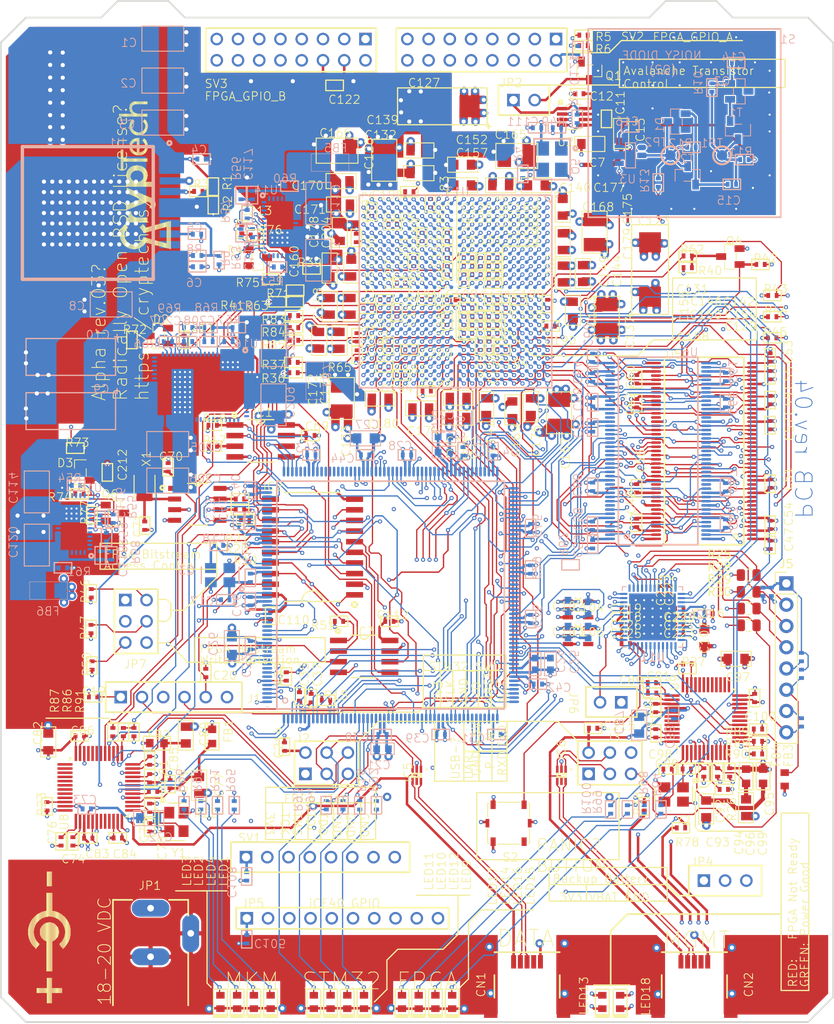
<source format=kicad_pcb>
(kicad_pcb (version 20171130) (host pcbnew "(5.1.6)-1")

  (general
    (thickness 1.6)
    (drawings 6575)
    (tracks 9263)
    (zones 0)
    (modules 402)
    (nets 619)
  )

  (page A4)
  (layers
    (0 F.Cu signal)
    (1 In1.Cu power hide)
    (2 In2.Cu mixed hide)
    (3 In3.Cu power hide)
    (4 In4.Cu power hide)
    (5 In5.Cu mixed hide)
    (6 In6.Cu power hide)
    (31 B.Cu signal hide)
    (32 B.Adhes user hide)
    (33 F.Adhes user hide)
    (34 B.Paste user hide)
    (35 F.Paste user hide)
    (36 B.SilkS user hide)
    (37 F.SilkS user hide)
    (38 B.Mask user hide)
    (39 F.Mask user hide)
    (40 Dwgs.User user hide)
    (41 Cmts.User user hide)
    (42 Eco1.User user hide)
    (43 Eco2.User user hide)
    (44 Edge.Cuts user)
    (45 Margin user hide)
    (46 B.CrtYd user hide)
    (47 F.CrtYd user hide)
    (48 B.Fab user hide)
    (49 F.Fab user hide)
  )

  (setup
    (last_trace_width 0.5)
    (user_trace_width 0.15)
    (user_trace_width 0.164)
    (user_trace_width 0.2)
    (user_trace_width 0.3)
    (user_trace_width 0.5)
    (trace_clearance 0.125)
    (zone_clearance 0.127)
    (zone_45_only no)
    (trace_min 0.15)
    (via_size 0.889)
    (via_drill 0.25)
    (via_min_size 0.25)
    (via_min_drill 0.25)
    (user_via 0.5 0.25)
    (uvia_size 0.508)
    (uvia_drill 0.127)
    (uvias_allowed no)
    (uvia_min_size 0.25)
    (uvia_min_drill 0.127)
    (edge_width 0.1)
    (segment_width 0.2)
    (pcb_text_width 0.3)
    (pcb_text_size 1.5 1.5)
    (mod_edge_width 0.15)
    (mod_text_size 1 1)
    (mod_text_width 0.15)
    (pad_size 1.5 1.5)
    (pad_drill 1)
    (pad_to_mask_clearance 0)
    (aux_axis_origin 0 0)
    (visible_elements 7EFF9E7F)
    (pcbplotparams
      (layerselection 0x00000_7fffffc2)
      (usegerberextensions false)
      (usegerberattributes false)
      (usegerberadvancedattributes false)
      (creategerberjobfile false)
      (excludeedgelayer true)
      (linewidth 0.100000)
      (plotframeref false)
      (viasonmask false)
      (mode 1)
      (useauxorigin false)
      (hpglpennumber 1)
      (hpglpenspeed 20)
      (hpglpendiameter 15.000000)
      (psnegative false)
      (psa4output false)
      (plotreference true)
      (plotvalue true)
      (plotinvisibletext false)
      (padsonsilk false)
      (subtractmaskfromsilk false)
      (outputformat 1)
      (mirror false)
      (drillshape 0)
      (scaleselection 1)
      (outputdirectory "D:/DATA/YandexDisk/DEV/CrypTech/git/user/shatov/alpha_rev04/KiCAD/GerberOutput/"))
  )

  (net 0 "")
  (net 1 3V3_BATT)
  (net 2 15V_STABLE)
  (net 3 GND)
  (net 4 "Net-(C15-Pad2)")
  (net 5 ARM_FPGA_CFG_CS_N)
  (net 6 ARM_FPGA_CFG_MISO)
  (net 7 ARM_FPGA_CFG_MOSI)
  (net 8 ARM_FPGA_CFG_SCLK)
  (net 9 ARM_LED1)
  (net 10 ARM_LED2)
  (net 11 ARM_LED3)
  (net 12 ARM_LED4)
  (net 13 DIGITIZED_NOISE)
  (net 14 FMC_A0)
  (net 15 FMC_A1)
  (net 16 FMC_A2)
  (net 17 FMC_A3)
  (net 18 FMC_A4)
  (net 19 FMC_A5)
  (net 20 FMC_A6)
  (net 21 FMC_A7)
  (net 22 FMC_A8)
  (net 23 FMC_A9)
  (net 24 FMC_A10)
  (net 25 FMC_A11)
  (net 26 FMC_A12)
  (net 27 FMC_A13)
  (net 28 FMC_A14)
  (net 29 FMC_A15)
  (net 30 FMC_A16)
  (net 31 FMC_A17)
  (net 32 FMC_A18)
  (net 33 FMC_A19)
  (net 34 FMC_A20)
  (net 35 FMC_A21)
  (net 36 FMC_A22)
  (net 37 FMC_A23)
  (net 38 FMC_A24)
  (net 39 FMC_A25)
  (net 40 FMC_CLK)
  (net 41 FMC_D0)
  (net 42 FMC_D1)
  (net 43 FMC_D2)
  (net 44 FMC_D3)
  (net 45 FMC_D4)
  (net 46 FMC_D5)
  (net 47 FMC_D6)
  (net 48 FMC_D7)
  (net 49 FMC_D8)
  (net 50 FMC_D9)
  (net 51 FMC_D10)
  (net 52 FMC_D11)
  (net 53 FMC_D12)
  (net 54 FMC_D13)
  (net 55 FMC_D14)
  (net 56 FMC_D15)
  (net 57 FMC_D16)
  (net 58 FMC_D17)
  (net 59 FMC_D18)
  (net 60 FMC_D19)
  (net 61 FMC_D20)
  (net 62 FMC_D21)
  (net 63 FMC_D22)
  (net 64 FMC_D23)
  (net 65 FMC_D24)
  (net 66 FMC_D25)
  (net 67 FMC_D26)
  (net 68 FMC_D27)
  (net 69 FMC_D28)
  (net 70 FMC_D29)
  (net 71 FMC_D30)
  (net 72 FMC_D31)
  (net 73 FMC_NBL0)
  (net 74 FMC_NBL1)
  (net 75 FMC_NBL2)
  (net 76 FMC_NBL3)
  (net 77 FMC_NE1)
  (net 78 FMC_NL)
  (net 79 FMC_NOE)
  (net 80 FMC_NWAIT)
  (net 81 FMC_NWE)
  (net 82 FMC_SDCKE0)
  (net 83 FMC_SDCKE1)
  (net 84 FMC_SDCLK)
  (net 85 FMC_SDNCAS)
  (net 86 FMC_SDNE0)
  (net 87 FMC_SDNE1)
  (net 88 FMC_SDNRAS)
  (net 89 FMC_SDNWE)
  (net 90 FPGA_CFG_CS_N)
  (net 91 FPGA_CFG_CTRL_ARM_ENA)
  (net 92 FPGA_CFG_CTRL_FPGA_DIS)
  (net 93 FPGA_CFG_MISO)
  (net 94 FPGA_CFG_MOSI)
  (net 95 FPGA_CFG_SCLK)
  (net 96 FPGA_DONE)
  (net 97 FPGA_ENTROPY_DISABLE)
  (net 98 FPGA_GCLK)
  (net 99 FPGA_GPIO_A_0)
  (net 100 FPGA_GPIO_A_1)
  (net 101 FPGA_GPIO_A_2)
  (net 102 FPGA_GPIO_A_3)
  (net 103 FPGA_GPIO_A_4)
  (net 104 FPGA_GPIO_A_5)
  (net 105 FPGA_GPIO_A_6)
  (net 106 FPGA_GPIO_A_7)
  (net 107 FPGA_GPIO_B_0)
  (net 108 FPGA_GPIO_B_1)
  (net 109 FPGA_GPIO_B_2)
  (net 110 FPGA_GPIO_B_3)
  (net 111 FPGA_GPIO_B_4)
  (net 112 FPGA_GPIO_B_5)
  (net 113 FPGA_GPIO_B_6)
  (net 114 FPGA_GPIO_B_7)
  (net 115 FPGA_GPIO_LED_0)
  (net 116 FPGA_GPIO_LED_1)
  (net 117 FPGA_GPIO_LED_2)
  (net 118 FPGA_GPIO_LED_3)
  (net 119 FPGA_INIT_B)
  (net 120 FPGA_IRQ_N_0)
  (net 121 FPGA_IRQ_N_1)
  (net 122 FPGA_IRQ_N_2)
  (net 123 FPGA_IRQ_N_3)
  (net 124 FPGA_PROGRAM_B)
  (net 125 FPGA_VCCAUX_1V8)
  (net 126 FPGA_VCCINT_1V0)
  (net 127 FT_CTS)
  (net 128 FT_DTR)
  (net 129 FT_MGMT_CTS)
  (net 130 FT_MGMT_DTR)
  (net 131 FT_MGMT_RTS)
  (net 132 FT_MGMT_RXD)
  (net 133 FT_MGMT_TXD)
  (net 134 FT_MGMT_VCC3V3)
  (net 135 FT_MGMT_VPHY)
  (net 136 FT_MGMT_VPLL)
  (net 137 FT_MGMT_VREGIN)
  (net 138 FT_RTS)
  (net 139 FT_RXD)
  (net 140 FT_TXD)
  (net 141 FT_VCC3V3)
  (net 142 FT_VPHY)
  (net 143 FT_VPLL)
  (net 144 FT_VREGIN)
  (net 145 KSM_PROM_CS_N)
  (net 146 KSM_PROM_MISO)
  (net 147 KSM_PROM_MOSI)
  (net 148 KSM_PROM_SCLK)
  (net 149 "Net-(C5-Pad1)")
  (net 150 "Net-(C11-Pad1)")
  (net 151 "Net-(C12-Pad2)")
  (net 152 "Net-(C17-Pad2)")
  (net 153 "Net-(C70-Pad2)")
  (net 154 "Net-(C71-Pad2)")
  (net 155 "Net-(C75-Pad2)")
  (net 156 "Net-(C78-Pad2)")
  (net 157 "Net-(C90-Pad2)")
  (net 158 "Net-(C93-Pad2)")
  (net 159 "Net-(C115-Pad1)")
  (net 160 "Net-(C116-Pad1)")
  (net 161 "Net-(C117-Pad1)")
  (net 162 "Net-(C117-Pad2)")
  (net 163 "Net-(C118-Pad1)")
  (net 164 "Net-(C118-Pad2)")
  (net 165 "Net-(C207-Pad1)")
  (net 166 "Net-(C208-Pad1)")
  (net 167 "Net-(C208-Pad2)")
  (net 168 "Net-(IC1-Pad3)")
  (net 169 "Net-(JP2-Pad2)")
  (net 170 "Net-(LED1-Pad1)")
  (net 171 "Net-(LED2-Pad1)")
  (net 172 "Net-(LED3-Pad1)")
  (net 173 "Net-(LED4-Pad1)")
  (net 174 "Net-(LED9-Pad1)")
  (net 175 "Net-(LED10-Pad1)")
  (net 176 "Net-(LED11-Pad1)")
  (net 177 "Net-(LED12-Pad1)")
  (net 178 "Net-(LED13-Pad1)")
  (net 179 "Net-(LED14-Pad1)")
  (net 180 "Net-(LED15-Pad1)")
  (net 181 "Net-(LED16-Pad1)")
  (net 182 "Net-(LED17-Pad1)")
  (net 183 "Net-(LED18-Pad1)")
  (net 184 "Net-(LED18-Pad2)")
  (net 185 "Net-(Q1-Pad1)")
  (net 186 "Net-(Q5-Pad1)")
  (net 187 "Net-(Q5-Pad3)")
  (net 188 "Net-(R1-Pad1)")
  (net 189 "Net-(R3-Pad2)")
  (net 190 "Net-(R8-Pad1)")
  (net 191 "Net-(R32-Pad2)")
  (net 192 "Net-(R52-Pad1)")
  (net 193 "Net-(R53-Pad2)")
  (net 194 "Net-(R54-Pad1)")
  (net 195 "Net-(R55-Pad2)")
  (net 196 "Net-(R65-Pad1)")
  (net 197 "Net-(R66-Pad1)")
  (net 198 "Net-(R67-Pad1)")
  (net 199 POK_VCCAUX)
  (net 200 POK_VCCINT)
  (net 201 POK_VCCO)
  (net 202 PWR_18V)
  (net 203 PWR_ENA_VCCAUX)
  (net 204 PWR_ENA_VCCINT)
  (net 205 PWR_ENA_VCCO)
  (net 206 RTC_MFP)
  (net 207 RTC_SCL)
  (net 208 RTC_SDA)
  (net 209 VCC_5V0)
  (net 210 VCCO_3V3)
  (net 211 "/Entropy source/NOISE_IN")
  (net 212 "/Entropy source/RAW_NOISE")
  (net 213 "/STM32 configuration/OSC_OUT")
  (net 214 "/STM32 configuration/NRST")
  (net 215 "/STM32 power/VCAP1")
  (net 216 "/STM32 power/VCAP2")
  (net 217 "/User USB UART/FT_VCCORE")
  (net 218 "/User USB UART/FT_VCCA")
  (net 219 "/MGMT USB UART/FT_VCCORE1")
  (net 220 "/MGMT USB UART/FT_VCCA1")
  (net 221 "/User USB UART/D1_N")
  (net 222 "/User USB UART/D1_P")
  (net 223 "/MGMT USB UART/DM_N")
  (net 224 "/MGMT USB UART/DM_P")
  (net 225 "/Entropy source/AMPLIFIED")
  (net 226 "/Config memory/FPGA_PROM_CS_N")
  (net 227 "/Config memory/SPI_B_TRISTATE")
  (net 228 "/Config memory/FPGA_PROM_MISO")
  (net 229 "/Config memory/FPGA_PROM_SCLK")
  (net 230 "/Config memory/FPGA_PROM_MOSI")
  (net 231 "/Config memory/SPI_A_TRISTATE")
  (net 232 "/Config memory/FPGA_PROM_W_N")
  (net 233 "/User USB UART/USB_N")
  (net 234 "/User USB UART/USB_P")
  (net 235 "/MGMT USB UART/USB_MGMT_N")
  (net 236 "/MGMT USB UART/USB_MGMT_P")
  (net 237 "/STM32 configuration/SWDIO")
  (net 238 "/STM32 configuration/SWDCLK")
  (net 239 "/User USB UART/FT_RXD1")
  (net 240 "/User USB UART/FT_TXD1")
  (net 241 "/MGMT USB UART/FT_MGMT_RXD1")
  (net 242 "/MGMT USB UART/FT_MGMT_TXD1")
  (net 243 /Power/15V_LDO_ENABLE)
  (net 244 "/Config interface/FPGA_DONE_INT")
  (net 245 "/Entropy source/NOISE_OUT")
  (net 246 "/Config interface/FPGA_INIT_B_INT")
  (net 247 "/STM32 configuration/OSC_IN")
  (net 248 "/STM32 configuration/BOOT0")
  (net 249 "/User USB UART/FT_REF")
  (net 250 "/User USB UART/FT_RESET")
  (net 251 "/MGMT USB UART/FT_REF1")
  (net 252 "/MGMT USB UART/FT_RESET1")
  (net 253 "/Config interface/FPGA_M2")
  (net 254 "/Config interface/FPGA_M1")
  (net 255 "/Config interface/FPGA_M0")
  (net 256 "/Config interface/FPGA_JTAG_TDI")
  (net 257 "/Config interface/FPGA_JTAG_TMS")
  (net 258 "/Config interface/FPGA_JTAG_TCK")
  (net 259 "/Config interface/FPGA_INIT_B_INT1")
  (net 260 "/Config interface/FPGA_PROGRAM_B1")
  (net 261 "/Config interface/FPGA_CFG_SCLK1")
  (net 262 "/MKM interface/FPGA_CFG_MOSI1")
  (net 263 "/MKM interface/FPGA_CFG_MISO1")
  (net 264 "/MKM interface/FPGA_CFG_CS_N1")
  (net 265 "/Config interface/FPGA_JTAG_TDO")
  (net 266 "Net-(CN1-PadID)")
  (net 267 "Net-(CN2-PadID)")
  (net 268 "Net-(J1-Pad6)")
  (net 269 "Net-(Q2-Pad3)")
  (net 270 "Net-(S2-PadA1)")
  (net 271 "Net-(U1-Pad9)")
  (net 272 "Net-(U3-Pad1)")
  (net 273 "Net-(U4-Pad199)")
  (net 274 "Net-(U4-Pad198)")
  (net 275 "Net-(U4-Pad193)")
  (net 276 "Net-(U4-Pad192)")
  (net 277 "Net-(U4-Pad186)")
  (net 278 "Net-(U4-Pad181)")
  (net 279 "Net-(U4-Pad180)")
  (net 280 "Net-(U4-Pad179)")
  (net 281 "Net-(U4-Pad178)")
  (net 282 "Net-(U4-Pad176)")
  (net 283 "Net-(U4-Pad166)")
  (net 284 "Net-(U4-Pad160)")
  (net 285 "Net-(U4-Pad139)")
  (net 286 "Net-(U4-Pad138)")
  (net 287 "Net-(U4-Pad134)")
  (net 288 "Net-(U4-Pad133)")
  (net 289 "Net-(U4-Pad128)")
  (net 290 "Net-(U4-Pad127)")
  (net 291 "Net-(U4-Pad126)")
  (net 292 "Net-(U4-Pad121)")
  (net 293 "Net-(U4-Pad118)")
  (net 294 "Net-(U4-Pad95)")
  (net 295 "Net-(U4-Pad69)")
  (net 296 "Net-(U4-Pad68)")
  (net 297 "Net-(U4-Pad67)")
  (net 298 "Net-(U4-Pad66)")
  (net 299 "Net-(U4-Pad65)")
  (net 300 "Net-(U4-Pad64)")
  (net 301 "Net-(U4-Pad63)")
  (net 302 "Net-(U4-Pad62)")
  (net 303 "Net-(U4-Pad58)")
  (net 304 "Net-(U4-Pad57)")
  (net 305 "Net-(U4-Pad46)")
  (net 306 "Net-(U4-Pad36)")
  (net 307 "Net-(U4-Pad31)")
  (net 308 "Net-(U4-Pad30)")
  (net 309 "Net-(U4-Pad29)")
  (net 310 "Net-(U4-Pad28)")
  (net 311 "Net-(U4-Pad20)")
  (net 312 "Net-(U4-Pad19)")
  (net 313 "Net-(U4-Pad13)")
  (net 314 "Net-(U4-Pad10)")
  (net 315 "Net-(U4-Pad9)")
  (net 316 "Net-(U4-Pad7)")
  (net 317 "Net-(U8-Pad18)")
  (net 318 "Net-(U8-Pad19)")
  (net 319 "Net-(U8-Pad20)")
  (net 320 "Net-(U8-Pad21)")
  (net 321 "Net-(U8-Pad25)")
  (net 322 "Net-(U8-Pad26)")
  (net 323 "Net-(U8-Pad27)")
  (net 324 "Net-(U8-Pad28)")
  (net 325 "Net-(U8-Pad29)")
  (net 326 "Net-(U8-Pad30)")
  (net 327 "Net-(U8-Pad31)")
  (net 328 "Net-(U8-Pad32)")
  (net 329 "Net-(U8-Pad33)")
  (net 330 "Net-(U8-Pad43)")
  (net 331 "Net-(U8-Pad44)")
  (net 332 "Net-(U8-Pad45)")
  (net 333 "Net-(U9-Pad18)")
  (net 334 "Net-(U9-Pad19)")
  (net 335 "Net-(U9-Pad20)")
  (net 336 "Net-(U9-Pad21)")
  (net 337 "Net-(U9-Pad25)")
  (net 338 "Net-(U9-Pad26)")
  (net 339 "Net-(U9-Pad27)")
  (net 340 "Net-(U9-Pad28)")
  (net 341 "Net-(U9-Pad29)")
  (net 342 "Net-(U9-Pad30)")
  (net 343 "Net-(U9-Pad31)")
  (net 344 "Net-(U9-Pad32)")
  (net 345 "Net-(U9-Pad33)")
  (net 346 "Net-(U9-Pad43)")
  (net 347 "Net-(U9-Pad44)")
  (net 348 "Net-(U9-Pad45)")
  (net 349 "Net-(U11-Pad28)")
  (net 350 "Net-(U11-Pad13)")
  (net 351 "Net-(U11-Pad6)")
  (net 352 "Net-(U13-PadAA18)")
  (net 353 "Net-(U13-PadAA10)")
  (net 354 "Net-(U13-PadY19)")
  (net 355 "Net-(U13-PadY9)")
  (net 356 "Net-(U13-PadY8)")
  (net 357 "Net-(U13-PadY2)")
  (net 358 "Net-(U13-PadW21)")
  (net 359 "Net-(U13-PadW15)")
  (net 360 "Net-(U13-PadW9)")
  (net 361 "Net-(U13-PadW7)")
  (net 362 "Net-(U13-PadW6)")
  (net 363 "Net-(U13-PadW5)")
  (net 364 "Net-(U13-PadW4)")
  (net 365 "Net-(U13-PadV22)")
  (net 366 "Net-(U13-PadV19)")
  (net 367 "Net-(U13-PadV17)")
  (net 368 "Net-(U13-PadV15)")
  (net 369 "Net-(U13-PadV14)")
  (net 370 "Net-(U13-PadV13)")
  (net 371 "Net-(U13-PadV10)")
  (net 372 "Net-(U13-PadV9)")
  (net 373 "Net-(U13-PadV8)")
  (net 374 "Net-(U13-PadV7)")
  (net 375 "Net-(U13-PadU21)")
  (net 376 "Net-(U13-PadU18)")
  (net 377 "Net-(U13-PadU17)")
  (net 378 "Net-(U13-PadU16)")
  (net 379 "Net-(U13-PadU15)")
  (net 380 "Net-(U13-PadU7)")
  (net 381 "Net-(U13-PadU6)")
  (net 382 "Net-(U13-PadU5)")
  (net 383 "Net-(U13-PadT21)")
  (net 384 "Net-(U13-PadT20)")
  (net 385 "Net-(U13-PadT18)")
  (net 386 "Net-(U13-PadT16)")
  (net 387 "Net-(U13-PadT15)")
  (net 388 "Net-(U13-PadT14)")
  (net 389 "Net-(U13-PadT6)")
  (net 390 "Net-(U13-PadT5)")
  (net 391 "Net-(U13-PadT4)")
  (net 392 "Net-(U13-PadT3)")
  (net 393 "Net-(U13-PadR19)")
  (net 394 "Net-(U13-PadR18)")
  (net 395 "Net-(U13-PadR17)")
  (net 396 "Net-(U13-PadR16)")
  (net 397 "Net-(U13-PadR14)")
  (net 398 "Net-(U13-PadR6)")
  (net 399 "Net-(U13-PadR3)")
  (net 400 "Net-(U13-PadR2)")
  (net 401 "Net-(U13-PadR1)")
  (net 402 "Net-(U13-PadP20)")
  (net 403 "Net-(U13-PadP19)")
  (net 404 "Net-(U13-PadP17)")
  (net 405 "Net-(U13-PadP16)")
  (net 406 "Net-(U13-PadP15)")
  (net 407 "Net-(U13-PadP14)")
  (net 408 "Net-(U13-PadP6)")
  (net 409 "Net-(U13-PadP5)")
  (net 410 "Net-(U13-PadP4)")
  (net 411 "Net-(U13-PadP2)")
  (net 412 "Net-(U13-PadP1)")
  (net 413 "Net-(U13-PadN22)")
  (net 414 "Net-(U13-PadN20)")
  (net 415 "Net-(U13-PadN19)")
  (net 416 "Net-(U13-PadN18)")
  (net 417 "Net-(U13-PadN17)")
  (net 418 "Net-(U13-PadN14)")
  (net 419 "Net-(U13-PadN13)")
  (net 420 "Net-(U13-PadN5)")
  (net 421 "Net-(U13-PadN4)")
  (net 422 "Net-(U13-PadN3)")
  (net 423 "Net-(U13-PadN2)")
  (net 424 "Net-(U13-PadM22)")
  (net 425 "Net-(U13-PadM21)")
  (net 426 "Net-(U13-PadM20)")
  (net 427 "Net-(U13-PadM18)")
  (net 428 "Net-(U13-PadM17)")
  (net 429 "Net-(U13-PadM16)")
  (net 430 "Net-(U13-PadM15)")
  (net 431 "Net-(U13-PadM13)")
  (net 432 "Net-(U13-PadM9)")
  (net 433 "Net-(U13-PadM6)")
  (net 434 "Net-(U13-PadM5)")
  (net 435 "Net-(U13-PadM3)")
  (net 436 "Net-(U13-PadM2)")
  (net 437 "Net-(U13-PadM1)")
  (net 438 "Net-(U13-PadL21)")
  (net 439 "Net-(U13-PadL20)")
  (net 440 "Net-(U13-PadL19)")
  (net 441 "Net-(U13-PadL18)")
  (net 442 "Net-(U13-PadL16)")
  (net 443 "Net-(U13-PadL15)")
  (net 444 "Net-(U13-PadL14)")
  (net 445 "Net-(U13-PadL13)")
  (net 446 "Net-(U13-PadL10)")
  (net 447 "Net-(U13-PadL6)")
  (net 448 "Net-(U13-PadL5)")
  (net 449 "Net-(U13-PadL4)")
  (net 450 "Net-(U13-PadL3)")
  (net 451 "Net-(U13-PadL1)")
  (net 452 "Net-(U13-PadK22)")
  (net 453 "Net-(U13-PadK21)")
  (net 454 "Net-(U13-PadK19)")
  (net 455 "Net-(U13-PadK18)")
  (net 456 "Net-(U13-PadK17)")
  (net 457 "Net-(U13-PadK16)")
  (net 458 "Net-(U13-PadK14)")
  (net 459 "Net-(U13-PadK13)")
  (net 460 "Net-(U13-PadK6)")
  (net 461 "Net-(U13-PadK4)")
  (net 462 "Net-(U13-PadK3)")
  (net 463 "Net-(U13-PadK2)")
  (net 464 "Net-(U13-PadK1)")
  (net 465 "Net-(U13-PadJ22)")
  (net 466 "Net-(U13-PadJ21)")
  (net 467 "Net-(U13-PadJ20)")
  (net 468 "Net-(U13-PadJ19)")
  (net 469 "Net-(U13-PadJ17)")
  (net 470 "Net-(U13-PadJ16)")
  (net 471 "Net-(U13-PadJ15)")
  (net 472 "Net-(U13-PadJ14)")
  (net 473 "Net-(U13-PadJ6)")
  (net 474 "Net-(U13-PadJ5)")
  (net 475 "Net-(U13-PadJ4)")
  (net 476 "Net-(U13-PadJ2)")
  (net 477 "Net-(U13-PadJ1)")
  (net 478 "Net-(U13-PadH22)")
  (net 479 "Net-(U13-PadH20)")
  (net 480 "Net-(U13-PadH19)")
  (net 481 "Net-(U13-PadH18)")
  (net 482 "Net-(U13-PadH17)")
  (net 483 "Net-(U13-PadH15)")
  (net 484 "Net-(U13-PadH14)")
  (net 485 "Net-(U13-PadH13)")
  (net 486 "Net-(U13-PadH5)")
  (net 487 "Net-(U13-PadH4)")
  (net 488 "Net-(U13-PadH3)")
  (net 489 "Net-(U13-PadH2)")
  (net 490 "Net-(U13-PadG22)")
  (net 491 "Net-(U13-PadG21)")
  (net 492 "Net-(U13-PadG20)")
  (net 493 "Net-(U13-PadG18)")
  (net 494 "Net-(U13-PadG17)")
  (net 495 "Net-(U13-PadG16)")
  (net 496 "Net-(U13-PadG15)")
  (net 497 "Net-(U13-PadG13)")
  (net 498 "Net-(U13-PadG4)")
  (net 499 "Net-(U13-PadG3)")
  (net 500 "Net-(U13-PadG2)")
  (net 501 "Net-(U13-PadG1)")
  (net 502 "Net-(U13-PadF21)")
  (net 503 "Net-(U13-PadF20)")
  (net 504 "Net-(U13-PadF19)")
  (net 505 "Net-(U13-PadF15)")
  (net 506 "Net-(U13-PadF13)")
  (net 507 "Net-(U13-PadF10)")
  (net 508 "Net-(U13-PadF9)")
  (net 509 "Net-(U13-PadF8)")
  (net 510 "Net-(U13-PadF7)")
  (net 511 "Net-(U13-PadF6)")
  (net 512 "Net-(U13-PadF4)")
  (net 513 "Net-(U13-PadF3)")
  (net 514 "Net-(U13-PadF1)")
  (net 515 "Net-(U13-PadE22)")
  (net 516 "Net-(U13-PadE21)")
  (net 517 "Net-(U13-PadE16)")
  (net 518 "Net-(U13-PadE10)")
  (net 519 "Net-(U13-PadE8)")
  (net 520 "Net-(U13-PadE6)")
  (net 521 "Net-(U13-PadE3)")
  (net 522 "Net-(U13-PadE2)")
  (net 523 "Net-(U13-PadE1)")
  (net 524 "Net-(U13-PadD22)")
  (net 525 "Net-(U13-PadD21)")
  (net 526 "Net-(U13-PadD20)")
  (net 527 "Net-(U13-PadD19)")
  (net 528 "Net-(U13-PadD16)")
  (net 529 "Net-(U13-PadD15)")
  (net 530 "Net-(U13-PadD11)")
  (net 531 "Net-(U13-PadD10)")
  (net 532 "Net-(U13-PadD9)")
  (net 533 "Net-(U13-PadD7)")
  (net 534 "Net-(U13-PadD6)")
  (net 535 "Net-(U13-PadD5)")
  (net 536 "Net-(U13-PadD2)")
  (net 537 "Net-(U13-PadD1)")
  (net 538 "Net-(U13-PadC19)")
  (net 539 "Net-(U13-PadC11)")
  (net 540 "Net-(U13-PadC9)")
  (net 541 "Net-(U13-PadC8)")
  (net 542 "Net-(U13-PadC7)")
  (net 543 "Net-(U13-PadC5)")
  (net 544 "Net-(U13-PadC4)")
  (net 545 "Net-(U13-PadC2)")
  (net 546 "Net-(U13-PadB22)")
  (net 547 "Net-(U13-PadB21)")
  (net 548 "Net-(U13-PadB11)")
  (net 549 "Net-(U13-PadB10)")
  (net 550 "Net-(U13-PadB9)")
  (net 551 "Net-(U13-PadB8)")
  (net 552 "Net-(U13-PadB7)")
  (net 553 "Net-(U13-PadB6)")
  (net 554 "Net-(U13-PadB5)")
  (net 555 "Net-(U13-PadB4)")
  (net 556 "Net-(U13-PadB2)")
  (net 557 "Net-(U13-PadB1)")
  (net 558 "Net-(U13-PadA10)")
  (net 559 "Net-(U13-PadA8)")
  (net 560 "Net-(U13-PadA6)")
  (net 561 "Net-(U13-PadA4)")
  (net 562 "Net-(U13-PadA1)")
  (net 563 "Net-(U16-Pad48)")
  (net 564 "Net-(U16-Pad49)")
  (net 565 "Net-(U16-Pad50)")
  (net 566 "Net-(U16-Pad57)")
  (net 567 "Net-(U16-Pad58)")
  (net 568 "Net-(U16-Pad60)")
  (net 569 "Net-(U16-Pad61)")
  (net 570 "Net-(U16-Pad62)")
  (net 571 "Net-(U11-Pad4)")
  (net 572 "/Master Key Memory/MKM_VCC")
  (net 573 "/Master Key Memory/MKM_VPP")
  (net 574 "/Master Key Memory/MKM_VCC_PLL")
  (net 575 "Net-(U10-Pad4)")
  (net 576 "Net-(U12-Pad4)")
  (net 577 ARM_SPI3_MOSI)
  (net 578 ARM_SPI3_MISO)
  (net 579 ARM_SPI3_SCK)
  (net 580 ARM_SPI3_CS_N)
  (net 581 "/Master Key Memory/ICE40_SPI_SI")
  (net 582 "/Master Key Memory/ICE40_SPI_SS")
  (net 583 "/Master Key Memory/ICE40_SPI_SCK")
  (net 584 "/Master Key Memory/ICE40_SPI_SO")
  (net 585 ICE40_CDONE)
  (net 586 ICE40_CRESET)
  (net 587 ICE40_GPIO_ARM_0)
  (net 588 ICE40_GPIO_ARM_1)
  (net 589 ICE40_GPIO_ARM_2)
  (net 590 ICE40_GPIO_ARM_3)
  (net 591 ICE40_GPIO_FPGA_0)
  (net 592 ICE40_GPIO_FPGA_1)
  (net 593 ICE40_GPIO_FPGA_3)
  (net 594 ICE40_GPIO_FPGA_2)
  (net 595 ICE40_JUMPER)
  (net 596 ICE40_GPIO_1)
  (net 597 ICE40_GPIO_7)
  (net 598 ICE40_GPIO_6)
  (net 599 ICE40_GPIO_5)
  (net 600 ICE40_GPIO_4)
  (net 601 ICE40_GPIO_3)
  (net 602 ICE40_GPIO_2)
  (net 603 ICE40_GPIO_0)
  (net 604 ICE40_LED3)
  (net 605 ICE40_PANIC)
  (net 606 ICE40_LED2)
  (net 607 ICE40_LED1)
  (net 608 ICE40_LED4)
  (net 609 ICE40_FPGA_MISO)
  (net 610 ICE40_FPGA_CS_N)
  (net 611 ICE40_FPGA_MOSI)
  (net 612 ICE40_FPGA_SCK)
  (net 613 "Net-(U13-PadB20)")
  (net 614 ICE40_GPIO_FPGA_7)
  (net 615 ICE40_GPIO_FPGA_5)
  (net 616 ICE40_GPIO_FPGA_6)
  (net 617 ICE40_GPIO_FPGA_4)
  (net 618 "Net-(U11-Pad2)")

  (net_class Default "This is the default net class."
    (clearance 0.125)
    (trace_width 0.254)
    (via_dia 0.889)
    (via_drill 0.25)
    (uvia_dia 0.508)
    (uvia_drill 0.127)
    (add_net "/Config interface/FPGA_CFG_SCLK1")
    (add_net "/Config interface/FPGA_DONE_INT")
    (add_net "/Config interface/FPGA_INIT_B_INT")
    (add_net "/Config interface/FPGA_INIT_B_INT1")
    (add_net "/Config interface/FPGA_JTAG_TCK")
    (add_net "/Config interface/FPGA_JTAG_TDI")
    (add_net "/Config interface/FPGA_JTAG_TDO")
    (add_net "/Config interface/FPGA_JTAG_TMS")
    (add_net "/Config interface/FPGA_M0")
    (add_net "/Config interface/FPGA_M1")
    (add_net "/Config interface/FPGA_M2")
    (add_net "/Config interface/FPGA_PROGRAM_B1")
    (add_net "/Config memory/FPGA_PROM_CS_N")
    (add_net "/Config memory/FPGA_PROM_MISO")
    (add_net "/Config memory/FPGA_PROM_MOSI")
    (add_net "/Config memory/FPGA_PROM_SCLK")
    (add_net "/Config memory/FPGA_PROM_W_N")
    (add_net "/Config memory/SPI_A_TRISTATE")
    (add_net "/Config memory/SPI_B_TRISTATE")
    (add_net "/Entropy source/AMPLIFIED")
    (add_net "/Entropy source/NOISE_IN")
    (add_net "/Entropy source/NOISE_OUT")
    (add_net "/Entropy source/RAW_NOISE")
    (add_net "/MGMT USB UART/DM_N")
    (add_net "/MGMT USB UART/DM_P")
    (add_net "/MGMT USB UART/FT_MGMT_RXD1")
    (add_net "/MGMT USB UART/FT_MGMT_TXD1")
    (add_net "/MGMT USB UART/FT_REF1")
    (add_net "/MGMT USB UART/FT_RESET1")
    (add_net "/MGMT USB UART/FT_VCCA1")
    (add_net "/MGMT USB UART/FT_VCCORE1")
    (add_net "/MGMT USB UART/USB_MGMT_N")
    (add_net "/MGMT USB UART/USB_MGMT_P")
    (add_net "/MKM interface/FPGA_CFG_CS_N1")
    (add_net "/MKM interface/FPGA_CFG_MISO1")
    (add_net "/MKM interface/FPGA_CFG_MOSI1")
    (add_net "/Master Key Memory/ICE40_SPI_SCK")
    (add_net "/Master Key Memory/ICE40_SPI_SI")
    (add_net "/Master Key Memory/ICE40_SPI_SO")
    (add_net "/Master Key Memory/ICE40_SPI_SS")
    (add_net "/Master Key Memory/MKM_VCC")
    (add_net "/Master Key Memory/MKM_VCC_PLL")
    (add_net "/Master Key Memory/MKM_VPP")
    (add_net /Power/15V_LDO_ENABLE)
    (add_net "/STM32 configuration/BOOT0")
    (add_net "/STM32 configuration/NRST")
    (add_net "/STM32 configuration/OSC_IN")
    (add_net "/STM32 configuration/OSC_OUT")
    (add_net "/STM32 configuration/SWDCLK")
    (add_net "/STM32 configuration/SWDIO")
    (add_net "/STM32 power/VCAP1")
    (add_net "/STM32 power/VCAP2")
    (add_net "/User USB UART/D1_N")
    (add_net "/User USB UART/D1_P")
    (add_net "/User USB UART/FT_REF")
    (add_net "/User USB UART/FT_RESET")
    (add_net "/User USB UART/FT_RXD1")
    (add_net "/User USB UART/FT_TXD1")
    (add_net "/User USB UART/FT_VCCA")
    (add_net "/User USB UART/FT_VCCORE")
    (add_net "/User USB UART/USB_N")
    (add_net "/User USB UART/USB_P")
    (add_net 15V_STABLE)
    (add_net 3V3_BATT)
    (add_net ARM_FPGA_CFG_CS_N)
    (add_net ARM_FPGA_CFG_MISO)
    (add_net ARM_FPGA_CFG_MOSI)
    (add_net ARM_FPGA_CFG_SCLK)
    (add_net ARM_LED1)
    (add_net ARM_LED2)
    (add_net ARM_LED3)
    (add_net ARM_LED4)
    (add_net ARM_SPI3_CS_N)
    (add_net ARM_SPI3_MISO)
    (add_net ARM_SPI3_MOSI)
    (add_net ARM_SPI3_SCK)
    (add_net DIGITIZED_NOISE)
    (add_net FPGA_CFG_CS_N)
    (add_net FPGA_CFG_CTRL_ARM_ENA)
    (add_net FPGA_CFG_CTRL_FPGA_DIS)
    (add_net FPGA_CFG_MISO)
    (add_net FPGA_CFG_MOSI)
    (add_net FPGA_CFG_SCLK)
    (add_net FPGA_DONE)
    (add_net FPGA_ENTROPY_DISABLE)
    (add_net FPGA_GCLK)
    (add_net FPGA_GPIO_LED_0)
    (add_net FPGA_GPIO_LED_1)
    (add_net FPGA_GPIO_LED_2)
    (add_net FPGA_GPIO_LED_3)
    (add_net FPGA_INIT_B)
    (add_net FPGA_IRQ_N_0)
    (add_net FPGA_IRQ_N_1)
    (add_net FPGA_IRQ_N_2)
    (add_net FPGA_IRQ_N_3)
    (add_net FPGA_PROGRAM_B)
    (add_net FPGA_VCCAUX_1V8)
    (add_net FPGA_VCCINT_1V0)
    (add_net FT_CTS)
    (add_net FT_DTR)
    (add_net FT_MGMT_CTS)
    (add_net FT_MGMT_DTR)
    (add_net FT_MGMT_RTS)
    (add_net FT_MGMT_RXD)
    (add_net FT_MGMT_TXD)
    (add_net FT_MGMT_VCC3V3)
    (add_net FT_MGMT_VPHY)
    (add_net FT_MGMT_VPLL)
    (add_net FT_MGMT_VREGIN)
    (add_net FT_RTS)
    (add_net FT_RXD)
    (add_net FT_TXD)
    (add_net FT_VCC3V3)
    (add_net FT_VPHY)
    (add_net FT_VPLL)
    (add_net FT_VREGIN)
    (add_net GND)
    (add_net ICE40_CDONE)
    (add_net ICE40_CRESET)
    (add_net ICE40_FPGA_CS_N)
    (add_net ICE40_FPGA_MISO)
    (add_net ICE40_FPGA_MOSI)
    (add_net ICE40_FPGA_SCK)
    (add_net ICE40_GPIO_0)
    (add_net ICE40_GPIO_1)
    (add_net ICE40_GPIO_2)
    (add_net ICE40_GPIO_3)
    (add_net ICE40_GPIO_4)
    (add_net ICE40_GPIO_5)
    (add_net ICE40_GPIO_6)
    (add_net ICE40_GPIO_7)
    (add_net ICE40_GPIO_ARM_0)
    (add_net ICE40_GPIO_ARM_1)
    (add_net ICE40_GPIO_ARM_2)
    (add_net ICE40_GPIO_ARM_3)
    (add_net ICE40_GPIO_FPGA_0)
    (add_net ICE40_GPIO_FPGA_1)
    (add_net ICE40_GPIO_FPGA_2)
    (add_net ICE40_GPIO_FPGA_3)
    (add_net ICE40_GPIO_FPGA_4)
    (add_net ICE40_GPIO_FPGA_5)
    (add_net ICE40_GPIO_FPGA_6)
    (add_net ICE40_GPIO_FPGA_7)
    (add_net ICE40_JUMPER)
    (add_net ICE40_LED1)
    (add_net ICE40_LED2)
    (add_net ICE40_LED3)
    (add_net ICE40_LED4)
    (add_net ICE40_PANIC)
    (add_net KSM_PROM_CS_N)
    (add_net KSM_PROM_MISO)
    (add_net KSM_PROM_MOSI)
    (add_net KSM_PROM_SCLK)
    (add_net "Net-(C11-Pad1)")
    (add_net "Net-(C115-Pad1)")
    (add_net "Net-(C116-Pad1)")
    (add_net "Net-(C117-Pad1)")
    (add_net "Net-(C117-Pad2)")
    (add_net "Net-(C118-Pad1)")
    (add_net "Net-(C118-Pad2)")
    (add_net "Net-(C12-Pad2)")
    (add_net "Net-(C15-Pad2)")
    (add_net "Net-(C17-Pad2)")
    (add_net "Net-(C207-Pad1)")
    (add_net "Net-(C208-Pad1)")
    (add_net "Net-(C208-Pad2)")
    (add_net "Net-(C5-Pad1)")
    (add_net "Net-(C70-Pad2)")
    (add_net "Net-(C71-Pad2)")
    (add_net "Net-(C75-Pad2)")
    (add_net "Net-(C78-Pad2)")
    (add_net "Net-(C90-Pad2)")
    (add_net "Net-(C93-Pad2)")
    (add_net "Net-(CN1-PadID)")
    (add_net "Net-(CN2-PadID)")
    (add_net "Net-(IC1-Pad3)")
    (add_net "Net-(J1-Pad6)")
    (add_net "Net-(JP2-Pad2)")
    (add_net "Net-(LED1-Pad1)")
    (add_net "Net-(LED10-Pad1)")
    (add_net "Net-(LED11-Pad1)")
    (add_net "Net-(LED12-Pad1)")
    (add_net "Net-(LED13-Pad1)")
    (add_net "Net-(LED14-Pad1)")
    (add_net "Net-(LED15-Pad1)")
    (add_net "Net-(LED16-Pad1)")
    (add_net "Net-(LED17-Pad1)")
    (add_net "Net-(LED18-Pad1)")
    (add_net "Net-(LED18-Pad2)")
    (add_net "Net-(LED2-Pad1)")
    (add_net "Net-(LED3-Pad1)")
    (add_net "Net-(LED4-Pad1)")
    (add_net "Net-(LED9-Pad1)")
    (add_net "Net-(Q1-Pad1)")
    (add_net "Net-(Q2-Pad3)")
    (add_net "Net-(Q5-Pad1)")
    (add_net "Net-(Q5-Pad3)")
    (add_net "Net-(R1-Pad1)")
    (add_net "Net-(R3-Pad2)")
    (add_net "Net-(R32-Pad2)")
    (add_net "Net-(R52-Pad1)")
    (add_net "Net-(R53-Pad2)")
    (add_net "Net-(R54-Pad1)")
    (add_net "Net-(R55-Pad2)")
    (add_net "Net-(R65-Pad1)")
    (add_net "Net-(R66-Pad1)")
    (add_net "Net-(R67-Pad1)")
    (add_net "Net-(R8-Pad1)")
    (add_net "Net-(S2-PadA1)")
    (add_net "Net-(U1-Pad9)")
    (add_net "Net-(U10-Pad4)")
    (add_net "Net-(U11-Pad13)")
    (add_net "Net-(U11-Pad2)")
    (add_net "Net-(U11-Pad28)")
    (add_net "Net-(U11-Pad4)")
    (add_net "Net-(U11-Pad6)")
    (add_net "Net-(U12-Pad4)")
    (add_net "Net-(U13-PadA1)")
    (add_net "Net-(U13-PadA10)")
    (add_net "Net-(U13-PadA4)")
    (add_net "Net-(U13-PadA6)")
    (add_net "Net-(U13-PadA8)")
    (add_net "Net-(U13-PadAA10)")
    (add_net "Net-(U13-PadAA18)")
    (add_net "Net-(U13-PadB1)")
    (add_net "Net-(U13-PadB10)")
    (add_net "Net-(U13-PadB11)")
    (add_net "Net-(U13-PadB2)")
    (add_net "Net-(U13-PadB20)")
    (add_net "Net-(U13-PadB21)")
    (add_net "Net-(U13-PadB22)")
    (add_net "Net-(U13-PadB4)")
    (add_net "Net-(U13-PadB5)")
    (add_net "Net-(U13-PadB6)")
    (add_net "Net-(U13-PadB7)")
    (add_net "Net-(U13-PadB8)")
    (add_net "Net-(U13-PadB9)")
    (add_net "Net-(U13-PadC11)")
    (add_net "Net-(U13-PadC19)")
    (add_net "Net-(U13-PadC2)")
    (add_net "Net-(U13-PadC4)")
    (add_net "Net-(U13-PadC5)")
    (add_net "Net-(U13-PadC7)")
    (add_net "Net-(U13-PadC8)")
    (add_net "Net-(U13-PadC9)")
    (add_net "Net-(U13-PadD1)")
    (add_net "Net-(U13-PadD10)")
    (add_net "Net-(U13-PadD11)")
    (add_net "Net-(U13-PadD15)")
    (add_net "Net-(U13-PadD16)")
    (add_net "Net-(U13-PadD19)")
    (add_net "Net-(U13-PadD2)")
    (add_net "Net-(U13-PadD20)")
    (add_net "Net-(U13-PadD21)")
    (add_net "Net-(U13-PadD22)")
    (add_net "Net-(U13-PadD5)")
    (add_net "Net-(U13-PadD6)")
    (add_net "Net-(U13-PadD7)")
    (add_net "Net-(U13-PadD9)")
    (add_net "Net-(U13-PadE1)")
    (add_net "Net-(U13-PadE10)")
    (add_net "Net-(U13-PadE16)")
    (add_net "Net-(U13-PadE2)")
    (add_net "Net-(U13-PadE21)")
    (add_net "Net-(U13-PadE22)")
    (add_net "Net-(U13-PadE3)")
    (add_net "Net-(U13-PadE6)")
    (add_net "Net-(U13-PadE8)")
    (add_net "Net-(U13-PadF1)")
    (add_net "Net-(U13-PadF10)")
    (add_net "Net-(U13-PadF13)")
    (add_net "Net-(U13-PadF15)")
    (add_net "Net-(U13-PadF19)")
    (add_net "Net-(U13-PadF20)")
    (add_net "Net-(U13-PadF21)")
    (add_net "Net-(U13-PadF3)")
    (add_net "Net-(U13-PadF4)")
    (add_net "Net-(U13-PadF6)")
    (add_net "Net-(U13-PadF7)")
    (add_net "Net-(U13-PadF8)")
    (add_net "Net-(U13-PadF9)")
    (add_net "Net-(U13-PadG1)")
    (add_net "Net-(U13-PadG13)")
    (add_net "Net-(U13-PadG15)")
    (add_net "Net-(U13-PadG16)")
    (add_net "Net-(U13-PadG17)")
    (add_net "Net-(U13-PadG18)")
    (add_net "Net-(U13-PadG2)")
    (add_net "Net-(U13-PadG20)")
    (add_net "Net-(U13-PadG21)")
    (add_net "Net-(U13-PadG22)")
    (add_net "Net-(U13-PadG3)")
    (add_net "Net-(U13-PadG4)")
    (add_net "Net-(U13-PadH13)")
    (add_net "Net-(U13-PadH14)")
    (add_net "Net-(U13-PadH15)")
    (add_net "Net-(U13-PadH17)")
    (add_net "Net-(U13-PadH18)")
    (add_net "Net-(U13-PadH19)")
    (add_net "Net-(U13-PadH2)")
    (add_net "Net-(U13-PadH20)")
    (add_net "Net-(U13-PadH22)")
    (add_net "Net-(U13-PadH3)")
    (add_net "Net-(U13-PadH4)")
    (add_net "Net-(U13-PadH5)")
    (add_net "Net-(U13-PadJ1)")
    (add_net "Net-(U13-PadJ14)")
    (add_net "Net-(U13-PadJ15)")
    (add_net "Net-(U13-PadJ16)")
    (add_net "Net-(U13-PadJ17)")
    (add_net "Net-(U13-PadJ19)")
    (add_net "Net-(U13-PadJ2)")
    (add_net "Net-(U13-PadJ20)")
    (add_net "Net-(U13-PadJ21)")
    (add_net "Net-(U13-PadJ22)")
    (add_net "Net-(U13-PadJ4)")
    (add_net "Net-(U13-PadJ5)")
    (add_net "Net-(U13-PadJ6)")
    (add_net "Net-(U13-PadK1)")
    (add_net "Net-(U13-PadK13)")
    (add_net "Net-(U13-PadK14)")
    (add_net "Net-(U13-PadK16)")
    (add_net "Net-(U13-PadK17)")
    (add_net "Net-(U13-PadK18)")
    (add_net "Net-(U13-PadK19)")
    (add_net "Net-(U13-PadK2)")
    (add_net "Net-(U13-PadK21)")
    (add_net "Net-(U13-PadK22)")
    (add_net "Net-(U13-PadK3)")
    (add_net "Net-(U13-PadK4)")
    (add_net "Net-(U13-PadK6)")
    (add_net "Net-(U13-PadL1)")
    (add_net "Net-(U13-PadL10)")
    (add_net "Net-(U13-PadL13)")
    (add_net "Net-(U13-PadL14)")
    (add_net "Net-(U13-PadL15)")
    (add_net "Net-(U13-PadL16)")
    (add_net "Net-(U13-PadL18)")
    (add_net "Net-(U13-PadL19)")
    (add_net "Net-(U13-PadL20)")
    (add_net "Net-(U13-PadL21)")
    (add_net "Net-(U13-PadL3)")
    (add_net "Net-(U13-PadL4)")
    (add_net "Net-(U13-PadL5)")
    (add_net "Net-(U13-PadL6)")
    (add_net "Net-(U13-PadM1)")
    (add_net "Net-(U13-PadM13)")
    (add_net "Net-(U13-PadM15)")
    (add_net "Net-(U13-PadM16)")
    (add_net "Net-(U13-PadM17)")
    (add_net "Net-(U13-PadM18)")
    (add_net "Net-(U13-PadM2)")
    (add_net "Net-(U13-PadM20)")
    (add_net "Net-(U13-PadM21)")
    (add_net "Net-(U13-PadM22)")
    (add_net "Net-(U13-PadM3)")
    (add_net "Net-(U13-PadM5)")
    (add_net "Net-(U13-PadM6)")
    (add_net "Net-(U13-PadM9)")
    (add_net "Net-(U13-PadN13)")
    (add_net "Net-(U13-PadN14)")
    (add_net "Net-(U13-PadN17)")
    (add_net "Net-(U13-PadN18)")
    (add_net "Net-(U13-PadN19)")
    (add_net "Net-(U13-PadN2)")
    (add_net "Net-(U13-PadN20)")
    (add_net "Net-(U13-PadN22)")
    (add_net "Net-(U13-PadN3)")
    (add_net "Net-(U13-PadN4)")
    (add_net "Net-(U13-PadN5)")
    (add_net "Net-(U13-PadP1)")
    (add_net "Net-(U13-PadP14)")
    (add_net "Net-(U13-PadP15)")
    (add_net "Net-(U13-PadP16)")
    (add_net "Net-(U13-PadP17)")
    (add_net "Net-(U13-PadP19)")
    (add_net "Net-(U13-PadP2)")
    (add_net "Net-(U13-PadP20)")
    (add_net "Net-(U13-PadP4)")
    (add_net "Net-(U13-PadP5)")
    (add_net "Net-(U13-PadP6)")
    (add_net "Net-(U13-PadR1)")
    (add_net "Net-(U13-PadR14)")
    (add_net "Net-(U13-PadR16)")
    (add_net "Net-(U13-PadR17)")
    (add_net "Net-(U13-PadR18)")
    (add_net "Net-(U13-PadR19)")
    (add_net "Net-(U13-PadR2)")
    (add_net "Net-(U13-PadR3)")
    (add_net "Net-(U13-PadR6)")
    (add_net "Net-(U13-PadT14)")
    (add_net "Net-(U13-PadT15)")
    (add_net "Net-(U13-PadT16)")
    (add_net "Net-(U13-PadT18)")
    (add_net "Net-(U13-PadT20)")
    (add_net "Net-(U13-PadT21)")
    (add_net "Net-(U13-PadT3)")
    (add_net "Net-(U13-PadT4)")
    (add_net "Net-(U13-PadT5)")
    (add_net "Net-(U13-PadT6)")
    (add_net "Net-(U13-PadU15)")
    (add_net "Net-(U13-PadU16)")
    (add_net "Net-(U13-PadU17)")
    (add_net "Net-(U13-PadU18)")
    (add_net "Net-(U13-PadU21)")
    (add_net "Net-(U13-PadU5)")
    (add_net "Net-(U13-PadU6)")
    (add_net "Net-(U13-PadU7)")
    (add_net "Net-(U13-PadV10)")
    (add_net "Net-(U13-PadV13)")
    (add_net "Net-(U13-PadV14)")
    (add_net "Net-(U13-PadV15)")
    (add_net "Net-(U13-PadV17)")
    (add_net "Net-(U13-PadV19)")
    (add_net "Net-(U13-PadV22)")
    (add_net "Net-(U13-PadV7)")
    (add_net "Net-(U13-PadV8)")
    (add_net "Net-(U13-PadV9)")
    (add_net "Net-(U13-PadW15)")
    (add_net "Net-(U13-PadW21)")
    (add_net "Net-(U13-PadW4)")
    (add_net "Net-(U13-PadW5)")
    (add_net "Net-(U13-PadW6)")
    (add_net "Net-(U13-PadW7)")
    (add_net "Net-(U13-PadW9)")
    (add_net "Net-(U13-PadY19)")
    (add_net "Net-(U13-PadY2)")
    (add_net "Net-(U13-PadY8)")
    (add_net "Net-(U13-PadY9)")
    (add_net "Net-(U16-Pad48)")
    (add_net "Net-(U16-Pad49)")
    (add_net "Net-(U16-Pad50)")
    (add_net "Net-(U16-Pad57)")
    (add_net "Net-(U16-Pad58)")
    (add_net "Net-(U16-Pad60)")
    (add_net "Net-(U16-Pad61)")
    (add_net "Net-(U16-Pad62)")
    (add_net "Net-(U3-Pad1)")
    (add_net "Net-(U4-Pad10)")
    (add_net "Net-(U4-Pad118)")
    (add_net "Net-(U4-Pad121)")
    (add_net "Net-(U4-Pad126)")
    (add_net "Net-(U4-Pad127)")
    (add_net "Net-(U4-Pad128)")
    (add_net "Net-(U4-Pad13)")
    (add_net "Net-(U4-Pad133)")
    (add_net "Net-(U4-Pad134)")
    (add_net "Net-(U4-Pad138)")
    (add_net "Net-(U4-Pad139)")
    (add_net "Net-(U4-Pad160)")
    (add_net "Net-(U4-Pad166)")
    (add_net "Net-(U4-Pad176)")
    (add_net "Net-(U4-Pad178)")
    (add_net "Net-(U4-Pad179)")
    (add_net "Net-(U4-Pad180)")
    (add_net "Net-(U4-Pad181)")
    (add_net "Net-(U4-Pad186)")
    (add_net "Net-(U4-Pad19)")
    (add_net "Net-(U4-Pad192)")
    (add_net "Net-(U4-Pad193)")
    (add_net "Net-(U4-Pad198)")
    (add_net "Net-(U4-Pad199)")
    (add_net "Net-(U4-Pad20)")
    (add_net "Net-(U4-Pad28)")
    (add_net "Net-(U4-Pad29)")
    (add_net "Net-(U4-Pad30)")
    (add_net "Net-(U4-Pad31)")
    (add_net "Net-(U4-Pad36)")
    (add_net "Net-(U4-Pad46)")
    (add_net "Net-(U4-Pad57)")
    (add_net "Net-(U4-Pad58)")
    (add_net "Net-(U4-Pad62)")
    (add_net "Net-(U4-Pad63)")
    (add_net "Net-(U4-Pad64)")
    (add_net "Net-(U4-Pad65)")
    (add_net "Net-(U4-Pad66)")
    (add_net "Net-(U4-Pad67)")
    (add_net "Net-(U4-Pad68)")
    (add_net "Net-(U4-Pad69)")
    (add_net "Net-(U4-Pad7)")
    (add_net "Net-(U4-Pad9)")
    (add_net "Net-(U4-Pad95)")
    (add_net "Net-(U8-Pad18)")
    (add_net "Net-(U8-Pad19)")
    (add_net "Net-(U8-Pad20)")
    (add_net "Net-(U8-Pad21)")
    (add_net "Net-(U8-Pad25)")
    (add_net "Net-(U8-Pad26)")
    (add_net "Net-(U8-Pad27)")
    (add_net "Net-(U8-Pad28)")
    (add_net "Net-(U8-Pad29)")
    (add_net "Net-(U8-Pad30)")
    (add_net "Net-(U8-Pad31)")
    (add_net "Net-(U8-Pad32)")
    (add_net "Net-(U8-Pad33)")
    (add_net "Net-(U8-Pad43)")
    (add_net "Net-(U8-Pad44)")
    (add_net "Net-(U8-Pad45)")
    (add_net "Net-(U9-Pad18)")
    (add_net "Net-(U9-Pad19)")
    (add_net "Net-(U9-Pad20)")
    (add_net "Net-(U9-Pad21)")
    (add_net "Net-(U9-Pad25)")
    (add_net "Net-(U9-Pad26)")
    (add_net "Net-(U9-Pad27)")
    (add_net "Net-(U9-Pad28)")
    (add_net "Net-(U9-Pad29)")
    (add_net "Net-(U9-Pad30)")
    (add_net "Net-(U9-Pad31)")
    (add_net "Net-(U9-Pad32)")
    (add_net "Net-(U9-Pad33)")
    (add_net "Net-(U9-Pad43)")
    (add_net "Net-(U9-Pad44)")
    (add_net "Net-(U9-Pad45)")
    (add_net POK_VCCAUX)
    (add_net POK_VCCINT)
    (add_net POK_VCCO)
    (add_net PWR_18V)
    (add_net PWR_ENA_VCCAUX)
    (add_net PWR_ENA_VCCINT)
    (add_net PWR_ENA_VCCO)
    (add_net RTC_MFP)
    (add_net RTC_SCL)
    (add_net RTC_SDA)
    (add_net VCCO_3V3)
    (add_net VCC_5V0)
  )

  (net_class FMC ""
    (clearance 0.125)
    (trace_width 0.254)
    (via_dia 0.889)
    (via_drill 0.25)
    (uvia_dia 0.508)
    (uvia_drill 0.127)
    (add_net FMC_A0)
    (add_net FMC_A1)
    (add_net FMC_A10)
    (add_net FMC_A11)
    (add_net FMC_A12)
    (add_net FMC_A13)
    (add_net FMC_A14)
    (add_net FMC_A15)
    (add_net FMC_A16)
    (add_net FMC_A17)
    (add_net FMC_A18)
    (add_net FMC_A19)
    (add_net FMC_A2)
    (add_net FMC_A20)
    (add_net FMC_A21)
    (add_net FMC_A22)
    (add_net FMC_A23)
    (add_net FMC_A24)
    (add_net FMC_A25)
    (add_net FMC_A3)
    (add_net FMC_A4)
    (add_net FMC_A5)
    (add_net FMC_A6)
    (add_net FMC_A7)
    (add_net FMC_A8)
    (add_net FMC_A9)
    (add_net FMC_CLK)
    (add_net FMC_D0)
    (add_net FMC_D1)
    (add_net FMC_D10)
    (add_net FMC_D11)
    (add_net FMC_D12)
    (add_net FMC_D13)
    (add_net FMC_D14)
    (add_net FMC_D15)
    (add_net FMC_D16)
    (add_net FMC_D17)
    (add_net FMC_D18)
    (add_net FMC_D19)
    (add_net FMC_D2)
    (add_net FMC_D20)
    (add_net FMC_D21)
    (add_net FMC_D22)
    (add_net FMC_D23)
    (add_net FMC_D24)
    (add_net FMC_D25)
    (add_net FMC_D26)
    (add_net FMC_D27)
    (add_net FMC_D28)
    (add_net FMC_D29)
    (add_net FMC_D3)
    (add_net FMC_D30)
    (add_net FMC_D31)
    (add_net FMC_D4)
    (add_net FMC_D5)
    (add_net FMC_D6)
    (add_net FMC_D7)
    (add_net FMC_D8)
    (add_net FMC_D9)
    (add_net FMC_NBL0)
    (add_net FMC_NBL1)
    (add_net FMC_NBL2)
    (add_net FMC_NBL3)
    (add_net FMC_NE1)
    (add_net FMC_NL)
    (add_net FMC_NOE)
    (add_net FMC_NWAIT)
    (add_net FMC_NWE)
    (add_net FMC_SDCKE0)
    (add_net FMC_SDCKE1)
    (add_net FMC_SDCLK)
    (add_net FMC_SDNCAS)
    (add_net FMC_SDNE0)
    (add_net FMC_SDNE1)
    (add_net FMC_SDNRAS)
    (add_net FMC_SDNWE)
  )

  (net_class FPGA_GPIO ""
    (clearance 0.125)
    (trace_width 0.254)
    (via_dia 0.889)
    (via_drill 0.25)
    (uvia_dia 0.508)
    (uvia_drill 0.127)
    (add_net FPGA_GPIO_A_0)
    (add_net FPGA_GPIO_A_1)
    (add_net FPGA_GPIO_A_2)
    (add_net FPGA_GPIO_A_3)
    (add_net FPGA_GPIO_A_4)
    (add_net FPGA_GPIO_A_5)
    (add_net FPGA_GPIO_A_6)
    (add_net FPGA_GPIO_A_7)
    (add_net FPGA_GPIO_B_0)
    (add_net FPGA_GPIO_B_1)
    (add_net FPGA_GPIO_B_2)
    (add_net FPGA_GPIO_B_3)
    (add_net FPGA_GPIO_B_4)
    (add_net FPGA_GPIO_B_5)
    (add_net FPGA_GPIO_B_6)
    (add_net FPGA_GPIO_B_7)
  )

  (net_class USB ""
    (clearance 0.125)
    (trace_width 0.254)
    (via_dia 0.889)
    (via_drill 0.25)
    (uvia_dia 0.508)
    (uvia_drill 0.127)
  )

  (module Cryptech_Alpha_Footprints:TACTILE_SWITCH (layer F.Cu) (tedit 4289BEAB) (tstamp 539EEDBF)
    (at 62.8 -5.3608)
    (path /57D84FAD/58023F9C)
    (attr smd)
    (fp_text reference S2 (at 0 0) (layer F.SilkS) hide
      (effects (font (size 1.524 1.524) (thickness 0.05)))
    )
    (fp_text value EVQPT9A15 (at 0 0) (layer Cmts.User)
      (effects (font (size 1.524 1.524) (thickness 0.05)))
    )
    (pad G1 smd rect (at 2.517 0 270) (size 1.016 0.45) (layers F.Cu F.Paste F.Mask)
      (net 3 GND))
    (pad G2 smd rect (at -2.535 0 270) (size 1.016 0.45) (layers F.Cu F.Paste F.Mask)
      (net 3 GND))
    (pad B2 smd rect (at -1.8542 -2.2 180) (size 0.6096 1.016) (layers F.Cu F.Paste F.Mask)
      (net 3 GND))
    (pad B1 smd rect (at -1.8542 2.2098 180) (size 0.6096 1.016) (layers F.Cu F.Paste F.Mask)
      (net 3 GND))
    (pad A1 smd rect (at 1.85 2.2098 180) (size 0.6096 1.016) (layers F.Cu F.Paste F.Mask)
      (net 270 "Net-(S2-PadA1)"))
    (pad A2 smd rect (at 1.85 -2.2 180) (size 0.6096 1.016) (layers F.Cu F.Paste F.Mask)
      (net 605 ICE40_PANIC))
  )

  (module Cryptech_Alpha_Footprints:R_0402 (layer B.Cu) (tedit 4289BEAB) (tstamp 5F27F142)
    (at 97.8 -23.2 90)
    (path /57D8509E/5F17FA51)
    (attr smd)
    (fp_text reference R48 (at 0 0 90) (layer B.SilkS) hide
      (effects (font (size 1.524 1.524) (thickness 0.05)) (justify mirror))
    )
    (fp_text value 4.7k (at 0 0 90) (layer Cmts.User)
      (effects (font (size 1.524 1.524) (thickness 0.05)))
    )
    (pad 1 smd rect (at 0.5 0 270) (size 0.45 0.6) (layers B.Cu B.Paste B.Mask)
      (net 1 3V3_BATT))
    (pad 2 smd rect (at -0.5 0 270) (size 0.45 0.6) (layers B.Cu B.Paste B.Mask)
      (net 585 ICE40_CDONE))
    (model "wrlshp/SW3dPS-0402 SMD Resistor.wrl"
      (at (xyz 0 -0 0))
      (scale (xyz 0.39370078740158 0.39370078740158 0.39370078740158))
      (rotate (xyz 270 360 180))
    )
    (model wrlshp/537E0B02-A9B3.wrl
      (at (xyz 0 0 0))
      (scale (xyz 1 1 1))
      (rotate (xyz 0 0 0))
    )
  )

  (module Cryptech_Alpha_Footprints:R_0402 (layer B.Cu) (tedit 4289BEAB) (tstamp 5F27F0BA)
    (at 97.8 -25.2 270)
    (path /57D8509E/5F1B0182)
    (attr smd)
    (fp_text reference R34 (at 0 0 90) (layer B.SilkS) hide
      (effects (font (size 1.524 1.524) (thickness 0.05)) (justify mirror))
    )
    (fp_text value 10k (at 0 0 90) (layer Cmts.User)
      (effects (font (size 1.524 1.524) (thickness 0.05)))
    )
    (pad 1 smd rect (at 0.5 0 90) (size 0.45 0.6) (layers B.Cu B.Paste B.Mask)
      (net 586 ICE40_CRESET))
    (pad 2 smd rect (at -0.5 0 90) (size 0.45 0.6) (layers B.Cu B.Paste B.Mask)
      (net 1 3V3_BATT))
    (model "wrlshp/SW3dPS-0402 SMD Resistor.wrl"
      (at (xyz 0 -0 0))
      (scale (xyz 0.39370078740158 0.39370078740158 0.39370078740158))
      (rotate (xyz 270 360 180))
    )
    (model wrlshp/537E0B02-A9B3.wrl
      (at (xyz 0 0 0))
      (scale (xyz 1 1 1))
      (rotate (xyz 0 0 0))
    )
  )

  (module Cryptech_Alpha_Footprints:R_0402 (layer B.Cu) (tedit 4289BEAB) (tstamp 5F27F0B4)
    (at 97.8 -17.4 270)
    (path /57D8509E/5F1532CF)
    (attr smd)
    (fp_text reference R33 (at 0 0 90) (layer B.SilkS) hide
      (effects (font (size 1.524 1.524) (thickness 0.05)) (justify mirror))
    )
    (fp_text value 4.7k (at 0 0 90) (layer Cmts.User)
      (effects (font (size 1.524 1.524) (thickness 0.05)))
    )
    (pad 1 smd rect (at 0.5 0 90) (size 0.45 0.6) (layers B.Cu B.Paste B.Mask)
      (net 583 "/Master Key Memory/ICE40_SPI_SCK"))
    (pad 2 smd rect (at -0.5 0 90) (size 0.45 0.6) (layers B.Cu B.Paste B.Mask)
      (net 3 GND))
    (model "wrlshp/SW3dPS-0402 SMD Resistor.wrl"
      (at (xyz 0 -0 0))
      (scale (xyz 0.39370078740158 0.39370078740158 0.39370078740158))
      (rotate (xyz 270 360 180))
    )
    (model wrlshp/537E0B02-A9B3.wrl
      (at (xyz 0 0 0))
      (scale (xyz 1 1 1))
      (rotate (xyz 0 0 0))
    )
  )

  (module Resistor_SMD:R_0805_2012Metric (layer F.Cu) (tedit 5B36C52B) (tstamp 5F27F09A)
    (at 91.5 -31 180)
    (descr "Resistor SMD 0805 (2012 Metric), square (rectangular) end terminal, IPC_7351 nominal, (Body size source: https://docs.google.com/spreadsheets/d/1BsfQQcO9C6DZCsRaXUlFlo91Tg2WpOkGARC1WS5S8t0/edit?usp=sharing), generated with kicad-footprint-generator")
    (tags resistor)
    (path /57D8509E/5F0CB134)
    (attr smd)
    (fp_text reference R30 (at 3.5 2) (layer F.SilkS)
      (effects (font (size 1 1) (thickness 0.15)))
    )
    (fp_text value 100 (at 0 1.65) (layer F.Fab)
      (effects (font (size 1 1) (thickness 0.15)))
    )
    (fp_line (start 1.68 0.95) (end -1.68 0.95) (layer F.CrtYd) (width 0.05))
    (fp_line (start 1.68 -0.95) (end 1.68 0.95) (layer F.CrtYd) (width 0.05))
    (fp_line (start -1.68 -0.95) (end 1.68 -0.95) (layer F.CrtYd) (width 0.05))
    (fp_line (start -1.68 0.95) (end -1.68 -0.95) (layer F.CrtYd) (width 0.05))
    (fp_line (start -0.258578 0.71) (end 0.258578 0.71) (layer F.SilkS) (width 0.12))
    (fp_line (start -0.258578 -0.71) (end 0.258578 -0.71) (layer F.SilkS) (width 0.12))
    (fp_line (start 1 0.6) (end -1 0.6) (layer F.Fab) (width 0.1))
    (fp_line (start 1 -0.6) (end 1 0.6) (layer F.Fab) (width 0.1))
    (fp_line (start -1 -0.6) (end 1 -0.6) (layer F.Fab) (width 0.1))
    (fp_line (start -1 0.6) (end -1 -0.6) (layer F.Fab) (width 0.1))
    (fp_text user %R (at 0 0) (layer F.Fab)
      (effects (font (size 0.5 0.5) (thickness 0.08)))
    )
    (pad 2 smd roundrect (at 0.9375 0 180) (size 0.975 1.4) (layers F.Cu F.Paste F.Mask) (roundrect_rratio 0.25)
      (net 580 ARM_SPI3_CS_N))
    (pad 1 smd roundrect (at -0.9375 0 180) (size 0.975 1.4) (layers F.Cu F.Paste F.Mask) (roundrect_rratio 0.25)
      (net 582 "/Master Key Memory/ICE40_SPI_SS"))
    (model ${KISYS3DMOD}/Resistor_SMD.3dshapes/R_0805_2012Metric.wrl
      (at (xyz 0 0 0))
      (scale (xyz 1 1 1))
      (rotate (xyz 0 0 0))
    )
  )

  (module Resistor_SMD:R_0805_2012Metric (layer F.Cu) (tedit 5B36C52B) (tstamp 5F27F089)
    (at 91.5 -29 180)
    (descr "Resistor SMD 0805 (2012 Metric), square (rectangular) end terminal, IPC_7351 nominal, (Body size source: https://docs.google.com/spreadsheets/d/1BsfQQcO9C6DZCsRaXUlFlo91Tg2WpOkGARC1WS5S8t0/edit?usp=sharing), generated with kicad-footprint-generator")
    (tags resistor)
    (path /57D8509E/5F0CB078)
    (attr smd)
    (fp_text reference R29 (at 3.5 5.5) (layer F.SilkS)
      (effects (font (size 1 1) (thickness 0.15)))
    )
    (fp_text value 100 (at 0 1.65) (layer F.Fab)
      (effects (font (size 1 1) (thickness 0.15)))
    )
    (fp_line (start 1.68 0.95) (end -1.68 0.95) (layer F.CrtYd) (width 0.05))
    (fp_line (start 1.68 -0.95) (end 1.68 0.95) (layer F.CrtYd) (width 0.05))
    (fp_line (start -1.68 -0.95) (end 1.68 -0.95) (layer F.CrtYd) (width 0.05))
    (fp_line (start -1.68 0.95) (end -1.68 -0.95) (layer F.CrtYd) (width 0.05))
    (fp_line (start -0.258578 0.71) (end 0.258578 0.71) (layer F.SilkS) (width 0.12))
    (fp_line (start -0.258578 -0.71) (end 0.258578 -0.71) (layer F.SilkS) (width 0.12))
    (fp_line (start 1 0.6) (end -1 0.6) (layer F.Fab) (width 0.1))
    (fp_line (start 1 -0.6) (end 1 0.6) (layer F.Fab) (width 0.1))
    (fp_line (start -1 -0.6) (end 1 -0.6) (layer F.Fab) (width 0.1))
    (fp_line (start -1 0.6) (end -1 -0.6) (layer F.Fab) (width 0.1))
    (fp_text user %R (at 0 0) (layer F.Fab)
      (effects (font (size 0.5 0.5) (thickness 0.08)))
    )
    (pad 2 smd roundrect (at 0.9375 0 180) (size 0.975 1.4) (layers F.Cu F.Paste F.Mask) (roundrect_rratio 0.25)
      (net 579 ARM_SPI3_SCK))
    (pad 1 smd roundrect (at -0.9375 0 180) (size 0.975 1.4) (layers F.Cu F.Paste F.Mask) (roundrect_rratio 0.25)
      (net 583 "/Master Key Memory/ICE40_SPI_SCK"))
    (model ${KISYS3DMOD}/Resistor_SMD.3dshapes/R_0805_2012Metric.wrl
      (at (xyz 0 0 0))
      (scale (xyz 1 1 1))
      (rotate (xyz 0 0 0))
    )
  )

  (module Resistor_SMD:R_0805_2012Metric (layer F.Cu) (tedit 5B36C52B) (tstamp 5F27F078)
    (at 91.5 -33 180)
    (descr "Resistor SMD 0805 (2012 Metric), square (rectangular) end terminal, IPC_7351 nominal, (Body size source: https://docs.google.com/spreadsheets/d/1BsfQQcO9C6DZCsRaXUlFlo91Tg2WpOkGARC1WS5S8t0/edit?usp=sharing), generated with kicad-footprint-generator")
    (tags resistor)
    (path /57D8509E/5F0CAE7D)
    (attr smd)
    (fp_text reference R28 (at 3.5 3) (layer F.SilkS)
      (effects (font (size 1 1) (thickness 0.15)))
    )
    (fp_text value 100 (at 0 1.65) (layer F.Fab)
      (effects (font (size 1 1) (thickness 0.15)))
    )
    (fp_line (start 1.68 0.95) (end -1.68 0.95) (layer F.CrtYd) (width 0.05))
    (fp_line (start 1.68 -0.95) (end 1.68 0.95) (layer F.CrtYd) (width 0.05))
    (fp_line (start -1.68 -0.95) (end 1.68 -0.95) (layer F.CrtYd) (width 0.05))
    (fp_line (start -1.68 0.95) (end -1.68 -0.95) (layer F.CrtYd) (width 0.05))
    (fp_line (start -0.258578 0.71) (end 0.258578 0.71) (layer F.SilkS) (width 0.12))
    (fp_line (start -0.258578 -0.71) (end 0.258578 -0.71) (layer F.SilkS) (width 0.12))
    (fp_line (start 1 0.6) (end -1 0.6) (layer F.Fab) (width 0.1))
    (fp_line (start 1 -0.6) (end 1 0.6) (layer F.Fab) (width 0.1))
    (fp_line (start -1 -0.6) (end 1 -0.6) (layer F.Fab) (width 0.1))
    (fp_line (start -1 0.6) (end -1 -0.6) (layer F.Fab) (width 0.1))
    (fp_text user %R (at 0 0) (layer F.Fab)
      (effects (font (size 0.5 0.5) (thickness 0.08)))
    )
    (pad 2 smd roundrect (at 0.9375 0 180) (size 0.975 1.4) (layers F.Cu F.Paste F.Mask) (roundrect_rratio 0.25)
      (net 577 ARM_SPI3_MOSI))
    (pad 1 smd roundrect (at -0.9375 0 180) (size 0.975 1.4) (layers F.Cu F.Paste F.Mask) (roundrect_rratio 0.25)
      (net 581 "/Master Key Memory/ICE40_SPI_SI"))
    (model ${KISYS3DMOD}/Resistor_SMD.3dshapes/R_0805_2012Metric.wrl
      (at (xyz 0 0 0))
      (scale (xyz 1 1 1))
      (rotate (xyz 0 0 0))
    )
  )

  (module Resistor_SMD:R_0805_2012Metric (layer F.Cu) (tedit 5B36C52B) (tstamp 5F27F053)
    (at 91.5 -35 180)
    (descr "Resistor SMD 0805 (2012 Metric), square (rectangular) end terminal, IPC_7351 nominal, (Body size source: https://docs.google.com/spreadsheets/d/1BsfQQcO9C6DZCsRaXUlFlo91Tg2WpOkGARC1WS5S8t0/edit?usp=sharing), generated with kicad-footprint-generator")
    (tags resistor)
    (path /57D8509E/5F0C809C)
    (attr smd)
    (fp_text reference R25 (at 3.5 2.5) (layer F.SilkS)
      (effects (font (size 1 1) (thickness 0.15)))
    )
    (fp_text value 100 (at 0 1.65) (layer F.Fab)
      (effects (font (size 1 1) (thickness 0.15)))
    )
    (fp_line (start 1.68 0.95) (end -1.68 0.95) (layer F.CrtYd) (width 0.05))
    (fp_line (start 1.68 -0.95) (end 1.68 0.95) (layer F.CrtYd) (width 0.05))
    (fp_line (start -1.68 -0.95) (end 1.68 -0.95) (layer F.CrtYd) (width 0.05))
    (fp_line (start -1.68 0.95) (end -1.68 -0.95) (layer F.CrtYd) (width 0.05))
    (fp_line (start -0.258578 0.71) (end 0.258578 0.71) (layer F.SilkS) (width 0.12))
    (fp_line (start -0.258578 -0.71) (end 0.258578 -0.71) (layer F.SilkS) (width 0.12))
    (fp_line (start 1 0.6) (end -1 0.6) (layer F.Fab) (width 0.1))
    (fp_line (start 1 -0.6) (end 1 0.6) (layer F.Fab) (width 0.1))
    (fp_line (start -1 -0.6) (end 1 -0.6) (layer F.Fab) (width 0.1))
    (fp_line (start -1 0.6) (end -1 -0.6) (layer F.Fab) (width 0.1))
    (fp_text user %R (at 0 0) (layer F.Fab)
      (effects (font (size 0.5 0.5) (thickness 0.08)))
    )
    (pad 2 smd roundrect (at 0.9375 0 180) (size 0.975 1.4) (layers F.Cu F.Paste F.Mask) (roundrect_rratio 0.25)
      (net 578 ARM_SPI3_MISO))
    (pad 1 smd roundrect (at -0.9375 0 180) (size 0.975 1.4) (layers F.Cu F.Paste F.Mask) (roundrect_rratio 0.25)
      (net 584 "/Master Key Memory/ICE40_SPI_SO"))
    (model ${KISYS3DMOD}/Resistor_SMD.3dshapes/R_0805_2012Metric.wrl
      (at (xyz 0 0 0))
      (scale (xyz 1 1 1))
      (rotate (xyz 0 0 0))
    )
  )

  (module Cryptech_Alpha_Footprints:VD_0603 (layer F.Cu) (tedit 4289BEAB) (tstamp 5F27EEA2)
    (at 95.8 -10.6)
    (path /57D8509E/5F17C1AC)
    (attr smd)
    (fp_text reference LED5 (at 0 0) (layer F.SilkS) hide
      (effects (font (size 1.524 1.524) (thickness 0.05)))
    )
    (fp_text value LTST-C191KGKT (at 0 0) (layer Cmts.User)
      (effects (font (size 1.524 1.524) (thickness 0.05)))
    )
    (pad 2 smd rect (at 0 0.8) (size 1 0.8) (layers F.Cu F.Paste F.Mask)
      (net 3 GND))
    (pad 1 smd rect (at 0 -0.8) (size 1 0.8) (layers F.Cu F.Paste F.Mask)
      (net 585 ICE40_CDONE))
    (model wrlshp/A9F03225-78F3.wrl
      (at (xyz 0 0 0))
      (scale (xyz 1 1 1))
      (rotate (xyz 0 0 180))
    )
  )

  (module Cryptech_Alpha_Footprints:PLS-2 (layer F.Cu) (tedit 4289BEAB) (tstamp 5F27EE3C)
    (at 75 -19.8 180)
    (path /57D84FAD/5F27A891)
    (attr smd)
    (fp_text reference JP3 (at 0 0) (layer F.SilkS) hide
      (effects (font (size 1.524 1.524) (thickness 0.05)))
    )
    (fp_text value ~ (at 0 0) (layer Cmts.User)
      (effects (font (size 1.524 1.524) (thickness 0.05)))
    )
    (pad 2 thru_hole circle (at 1.27 0 180) (size 1.5 1.5) (drill 1) (layers *.Cu *.Paste *.Mask)
      (net 595 ICE40_JUMPER))
    (pad 1 thru_hole rect (at -1.27 0 180) (size 1.5 1.5) (drill 1) (layers *.Cu *.Paste *.Mask)
      (net 3 GND))
    (model "wrlshp/User Library-Header1x2.wrl"
      (offset (xyz 5.675121914768218 11.80693582267761 -6.799998997874261))
      (scale (xyz 0.39370078740158 0.39370078740158 0.39370078740158))
      (rotate (xyz 270 360 180))
    )
    (model wrlshp/3416A7AC-A52A.wrl
      (at (xyz 0 0 0))
      (scale (xyz 1 1 1))
      (rotate (xyz 0 0 0))
    )
  )

  (module Cryptech_Alpha_Footprints:C_0402 (layer B.Cu) (tedit 4289BEAB) (tstamp 5F27EC88)
    (at 93.2 -33 270)
    (path /57D8509E/5F112F44)
    (attr smd)
    (fp_text reference C228 (at 0 0 270) (layer B.SilkS) hide
      (effects (font (size 1.524 1.524) (thickness 0.05)) (justify mirror))
    )
    (fp_text value 0.1uF (at 0 0 270) (layer Cmts.User)
      (effects (font (size 1.524 1.524) (thickness 0.05)))
    )
    (pad 1 smd rect (at -0.5 0 270) (size 0.45 0.6) (layers B.Cu B.Paste B.Mask)
      (net 1 3V3_BATT))
    (pad 2 smd rect (at 0.5 0 270) (size 0.45 0.6) (layers B.Cu B.Paste B.Mask)
      (net 3 GND))
    (model "wrlshp/SW3dPS-0402 SMD Capacitor.wrl"
      (at (xyz 0 -0 0))
      (scale (xyz 0.39370078740158 0.39370078740158 0.39370078740158))
      (rotate (xyz 270 360 0))
    )
    (model wrlshp/ECAF1ED8-FCC0.wrl
      (at (xyz 0 0 0))
      (scale (xyz 1 1 1))
      (rotate (xyz 0 0 360))
    )
  )

  (module Cryptech_Alpha_Footprints:C_0402 (layer B.Cu) (tedit 4289BEAB) (tstamp 5F27EC82)
    (at 94.2 -33 90)
    (path /57D8509E/5F112F4E)
    (attr smd)
    (fp_text reference C227 (at 0 0 270) (layer B.SilkS) hide
      (effects (font (size 1.524 1.524) (thickness 0.05)) (justify mirror))
    )
    (fp_text value 0.01uF (at 0 0 270) (layer Cmts.User)
      (effects (font (size 1.524 1.524) (thickness 0.05)))
    )
    (pad 1 smd rect (at -0.5 0 90) (size 0.45 0.6) (layers B.Cu B.Paste B.Mask)
      (net 3 GND))
    (pad 2 smd rect (at 0.5 0 90) (size 0.45 0.6) (layers B.Cu B.Paste B.Mask)
      (net 1 3V3_BATT))
    (model "wrlshp/SW3dPS-0402 SMD Capacitor.wrl"
      (at (xyz 0 -0 0))
      (scale (xyz 0.39370078740158 0.39370078740158 0.39370078740158))
      (rotate (xyz 270 360 0))
    )
    (model wrlshp/ECAF1ED8-FCC0.wrl
      (at (xyz 0 0 0))
      (scale (xyz 1 1 1))
      (rotate (xyz 0 0 360))
    )
  )

  (module Connector_PinHeader_2.54mm:PinHeader_1x08_P2.54mm_Vertical (layer F.Cu) (tedit 59FED5CC) (tstamp 5F286543)
    (at 96 -34)
    (descr "Through hole straight pin header, 1x08, 2.54mm pitch, single row")
    (tags "Through hole pin header THT 1x08 2.54mm single row")
    (path /57D8509E/5F109687)
    (fp_text reference J5 (at 0 -2.33) (layer F.SilkS)
      (effects (font (size 1 1) (thickness 0.15)))
    )
    (fp_text value Conn_01x08 (at 0 20.11) (layer F.Fab)
      (effects (font (size 1 1) (thickness 0.15)))
    )
    (fp_line (start -0.635 -1.27) (end 1.27 -1.27) (layer F.Fab) (width 0.1))
    (fp_line (start 1.27 -1.27) (end 1.27 19.05) (layer F.Fab) (width 0.1))
    (fp_line (start 1.27 19.05) (end -1.27 19.05) (layer F.Fab) (width 0.1))
    (fp_line (start -1.27 19.05) (end -1.27 -0.635) (layer F.Fab) (width 0.1))
    (fp_line (start -1.27 -0.635) (end -0.635 -1.27) (layer F.Fab) (width 0.1))
    (fp_line (start -1.33 19.11) (end 1.33 19.11) (layer F.SilkS) (width 0.12))
    (fp_line (start -1.33 1.27) (end -1.33 19.11) (layer F.SilkS) (width 0.12))
    (fp_line (start 1.33 1.27) (end 1.33 19.11) (layer F.SilkS) (width 0.12))
    (fp_line (start -1.33 1.27) (end 1.33 1.27) (layer F.SilkS) (width 0.12))
    (fp_line (start -1.33 0) (end -1.33 -1.33) (layer F.SilkS) (width 0.12))
    (fp_line (start -1.33 -1.33) (end 0 -1.33) (layer F.SilkS) (width 0.12))
    (fp_line (start -1.8 -1.8) (end -1.8 19.55) (layer F.CrtYd) (width 0.05))
    (fp_line (start -1.8 19.55) (end 1.8 19.55) (layer F.CrtYd) (width 0.05))
    (fp_line (start 1.8 19.55) (end 1.8 -1.8) (layer F.CrtYd) (width 0.05))
    (fp_line (start 1.8 -1.8) (end -1.8 -1.8) (layer F.CrtYd) (width 0.05))
    (fp_text user %R (at 0 8.89 90) (layer F.Fab)
      (effects (font (size 1 1) (thickness 0.15)))
    )
    (pad 8 thru_hole oval (at 0 17.78) (size 1.7 1.7) (drill 1) (layers *.Cu *.Mask)
      (net 583 "/Master Key Memory/ICE40_SPI_SCK"))
    (pad 7 thru_hole oval (at 0 15.24) (size 1.7 1.7) (drill 1) (layers *.Cu *.Mask)
      (net 3 GND))
    (pad 6 thru_hole oval (at 0 12.7) (size 1.7 1.7) (drill 1) (layers *.Cu *.Mask)
      (net 585 ICE40_CDONE))
    (pad 5 thru_hole oval (at 0 10.16) (size 1.7 1.7) (drill 1) (layers *.Cu *.Mask)
      (net 586 ICE40_CRESET))
    (pad 4 thru_hole oval (at 0 7.62) (size 1.7 1.7) (drill 1) (layers *.Cu *.Mask)
      (net 582 "/Master Key Memory/ICE40_SPI_SS"))
    (pad 3 thru_hole oval (at 0 5.08) (size 1.7 1.7) (drill 1) (layers *.Cu *.Mask)
      (net 581 "/Master Key Memory/ICE40_SPI_SI"))
    (pad 2 thru_hole oval (at 0 2.54) (size 1.7 1.7) (drill 1) (layers *.Cu *.Mask)
      (net 584 "/Master Key Memory/ICE40_SPI_SO"))
    (pad 1 thru_hole rect (at 0 0) (size 1.7 1.7) (drill 1) (layers *.Cu *.Mask)
      (net 1 3V3_BATT))
    (model ${KISYS3DMOD}/Connector_PinHeader_2.54mm.3dshapes/PinHeader_1x08_P2.54mm_Vertical.wrl
      (at (xyz 0 0 0))
      (scale (xyz 1 1 1))
      (rotate (xyz 0 0 0))
    )
  )

  (module Cryptech_Alpha_Footprints:C_0402 (layer F.Cu) (tedit 4289BEAB) (tstamp 5F048F99)
    (at 76.8 -29)
    (path /57D8509E/5F14E9EA)
    (attr smd)
    (fp_text reference C226 (at 0 0) (layer F.SilkS)
      (effects (font (size 1 1) (thickness 0.1)))
    )
    (fp_text value 0.1uF (at 0 0) (layer Cmts.User)
      (effects (font (size 1.524 1.524) (thickness 0.05)))
    )
    (pad 1 smd rect (at -0.5 0) (size 0.45 0.6) (layers F.Cu F.Paste F.Mask)
      (net 1 3V3_BATT))
    (pad 2 smd rect (at 0.5 0) (size 0.45 0.6) (layers F.Cu F.Paste F.Mask)
      (net 3 GND))
    (model "wrlshp/SW3dPS-0402 SMD Capacitor.wrl"
      (at (xyz 0 -0 0))
      (scale (xyz 0.39370078740158 0.39370078740158 0.39370078740158))
      (rotate (xyz 270 360 0))
    )
    (model wrlshp/ECAF1ED8-FCC0.wrl
      (at (xyz 0 0 0))
      (scale (xyz 1 1 1))
      (rotate (xyz 0 0 360))
    )
  )

  (module Cryptech_Alpha_Footprints:C_0402 (layer F.Cu) (tedit 4289BEAB) (tstamp 5F048F93)
    (at 76.8 -28 180)
    (path /57D8509E/5F154973)
    (attr smd)
    (fp_text reference C225 (at 0 0) (layer F.SilkS)
      (effects (font (size 1 1) (thickness 0.1)))
    )
    (fp_text value 0.01uF (at 0 0) (layer Cmts.User)
      (effects (font (size 1.524 1.524) (thickness 0.05)))
    )
    (pad 1 smd rect (at -0.5 0 180) (size 0.45 0.6) (layers F.Cu F.Paste F.Mask)
      (net 3 GND))
    (pad 2 smd rect (at 0.5 0 180) (size 0.45 0.6) (layers F.Cu F.Paste F.Mask)
      (net 1 3V3_BATT))
    (model "wrlshp/SW3dPS-0402 SMD Capacitor.wrl"
      (at (xyz 0 -0 0))
      (scale (xyz 0.39370078740158 0.39370078740158 0.39370078740158))
      (rotate (xyz 270 360 0))
    )
    (model wrlshp/ECAF1ED8-FCC0.wrl
      (at (xyz 0 0 0))
      (scale (xyz 1 1 1))
      (rotate (xyz 0 0 360))
    )
  )

  (module Cryptech_Alpha_Footprints:C_0402 (layer F.Cu) (tedit 4289BEAB) (tstamp 5F048F8D)
    (at 81 -33.2 270)
    (path /57D8509E/5F149FB8)
    (attr smd)
    (fp_text reference C224 (at 0 0 90) (layer F.SilkS)
      (effects (font (size 1 1) (thickness 0.1)))
    )
    (fp_text value 0.1uF (at 0 0 90) (layer Cmts.User)
      (effects (font (size 1.524 1.524) (thickness 0.05)))
    )
    (pad 1 smd rect (at -0.5 0 270) (size 0.45 0.6) (layers F.Cu F.Paste F.Mask)
      (net 1 3V3_BATT))
    (pad 2 smd rect (at 0.5 0 270) (size 0.45 0.6) (layers F.Cu F.Paste F.Mask)
      (net 3 GND))
    (model "wrlshp/SW3dPS-0402 SMD Capacitor.wrl"
      (at (xyz 0 -0 0))
      (scale (xyz 0.39370078740158 0.39370078740158 0.39370078740158))
      (rotate (xyz 270 360 0))
    )
    (model wrlshp/ECAF1ED8-FCC0.wrl
      (at (xyz 0 0 0))
      (scale (xyz 1 1 1))
      (rotate (xyz 0 0 360))
    )
  )

  (module Cryptech_Alpha_Footprints:C_0402 (layer F.Cu) (tedit 4289BEAB) (tstamp 5F048F87)
    (at 83.2 -28 180)
    (path /57D8509E/5F13FBA7)
    (attr smd)
    (fp_text reference C223 (at 0 0) (layer F.SilkS)
      (effects (font (size 1 1) (thickness 0.1)))
    )
    (fp_text value 0.1uF (at 0 0) (layer Cmts.User)
      (effects (font (size 1.524 1.524) (thickness 0.05)))
    )
    (pad 1 smd rect (at -0.5 0 180) (size 0.45 0.6) (layers F.Cu F.Paste F.Mask)
      (net 1 3V3_BATT))
    (pad 2 smd rect (at 0.5 0 180) (size 0.45 0.6) (layers F.Cu F.Paste F.Mask)
      (net 3 GND))
    (model "wrlshp/SW3dPS-0402 SMD Capacitor.wrl"
      (at (xyz 0 -0 0))
      (scale (xyz 0.39370078740158 0.39370078740158 0.39370078740158))
      (rotate (xyz 270 360 0))
    )
    (model wrlshp/ECAF1ED8-FCC0.wrl
      (at (xyz 0 0 0))
      (scale (xyz 1 1 1))
      (rotate (xyz 0 0 360))
    )
  )

  (module Cryptech_Alpha_Footprints:C_0402 (layer F.Cu) (tedit 4289BEAB) (tstamp 5F048F81)
    (at 82 -33.2 90)
    (path /57D8509E/5F15426E)
    (attr smd)
    (fp_text reference C222 (at 0 0 90) (layer F.SilkS)
      (effects (font (size 1 1) (thickness 0.1)))
    )
    (fp_text value 0.01uF (at 0 0 90) (layer Cmts.User)
      (effects (font (size 1.524 1.524) (thickness 0.05)))
    )
    (pad 1 smd rect (at -0.5 0 90) (size 0.45 0.6) (layers F.Cu F.Paste F.Mask)
      (net 3 GND))
    (pad 2 smd rect (at 0.5 0 90) (size 0.45 0.6) (layers F.Cu F.Paste F.Mask)
      (net 1 3V3_BATT))
    (model "wrlshp/SW3dPS-0402 SMD Capacitor.wrl"
      (at (xyz 0 -0 0))
      (scale (xyz 0.39370078740158 0.39370078740158 0.39370078740158))
      (rotate (xyz 270 360 0))
    )
    (model wrlshp/ECAF1ED8-FCC0.wrl
      (at (xyz 0 0 0))
      (scale (xyz 1 1 1))
      (rotate (xyz 0 0 360))
    )
  )

  (module Cryptech_Alpha_Footprints:C_0402 (layer F.Cu) (tedit 4289BEAB) (tstamp 5F048F7B)
    (at 83.2 -29)
    (path /57D8509E/5F153C00)
    (attr smd)
    (fp_text reference C221 (at 0 0) (layer F.SilkS)
      (effects (font (size 1 1) (thickness 0.1)))
    )
    (fp_text value 0.01uF (at 0 0) (layer Cmts.User)
      (effects (font (size 1.524 1.524) (thickness 0.05)))
    )
    (pad 1 smd rect (at -0.5 0) (size 0.45 0.6) (layers F.Cu F.Paste F.Mask)
      (net 3 GND))
    (pad 2 smd rect (at 0.5 0) (size 0.45 0.6) (layers F.Cu F.Paste F.Mask)
      (net 1 3V3_BATT))
    (model "wrlshp/SW3dPS-0402 SMD Capacitor.wrl"
      (at (xyz 0 -0 0))
      (scale (xyz 0.39370078740158 0.39370078740158 0.39370078740158))
      (rotate (xyz 270 360 0))
    )
    (model wrlshp/ECAF1ED8-FCC0.wrl
      (at (xyz 0 0 0))
      (scale (xyz 1 1 1))
      (rotate (xyz 0 0 360))
    )
  )

  (module Cryptech_Alpha_Footprints:C_0402 (layer F.Cu) (tedit 4289BEAB) (tstamp 5F045642)
    (at 83.2 -30)
    (path /57D8509E/5F11DC09)
    (attr smd)
    (fp_text reference C220 (at 0 0) (layer F.SilkS)
      (effects (font (size 1 1) (thickness 0.1)))
    )
    (fp_text value 0.01uF (at 0 0) (layer Cmts.User)
      (effects (font (size 1.524 1.524) (thickness 0.05)))
    )
    (pad 1 smd rect (at -0.5 0) (size 0.45 0.6) (layers F.Cu F.Paste F.Mask)
      (net 3 GND))
    (pad 2 smd rect (at 0.5 0) (size 0.45 0.6) (layers F.Cu F.Paste F.Mask)
      (net 572 "/Master Key Memory/MKM_VCC"))
    (model "wrlshp/SW3dPS-0402 SMD Capacitor.wrl"
      (at (xyz 0 -0 0))
      (scale (xyz 0.39370078740158 0.39370078740158 0.39370078740158))
      (rotate (xyz 270 360 0))
    )
    (model wrlshp/ECAF1ED8-FCC0.wrl
      (at (xyz 0 0 0))
      (scale (xyz 1 1 1))
      (rotate (xyz 0 0 360))
    )
  )

  (module Cryptech_Alpha_Footprints:C_0402 (layer F.Cu) (tedit 4289BEAB) (tstamp 5F04563C)
    (at 76.8 -31)
    (path /57D8509E/5F11E1B4)
    (attr smd)
    (fp_text reference C219 (at 0 0) (layer F.SilkS)
      (effects (font (size 1 1) (thickness 0.1)))
    )
    (fp_text value 0.1uF (at 0 0) (layer Cmts.User)
      (effects (font (size 1.524 1.524) (thickness 0.05)))
    )
    (pad 1 smd rect (at -0.5 0) (size 0.45 0.6) (layers F.Cu F.Paste F.Mask)
      (net 572 "/Master Key Memory/MKM_VCC"))
    (pad 2 smd rect (at 0.5 0) (size 0.45 0.6) (layers F.Cu F.Paste F.Mask)
      (net 3 GND))
    (model "wrlshp/SW3dPS-0402 SMD Capacitor.wrl"
      (at (xyz 0 -0 0))
      (scale (xyz 0.39370078740158 0.39370078740158 0.39370078740158))
      (rotate (xyz 270 360 0))
    )
    (model wrlshp/ECAF1ED8-FCC0.wrl
      (at (xyz 0 0 0))
      (scale (xyz 1 1 1))
      (rotate (xyz 0 0 360))
    )
  )

  (module Cryptech_Alpha_Footprints:SOT95P280X100-5N (layer F.Cu) (tedit 5F02E381) (tstamp 5F036F55)
    (at 71.1 -27.7)
    (path /57D8509E/5F0932AD)
    (fp_text reference U12 (at 0.1 -2.6) (layer F.SilkS)
      (effects (font (size 1.642764 1.642764) (thickness 0.015)))
    )
    (fp_text value ADP121-AUJZ25R7 (at 13.23165 3.409705) (layer F.Fab)
      (effects (font (size 1.642937 1.642937) (thickness 0.015)))
    )
    (fp_line (start -0.8636 1.4478) (end 0.8636 1.4478) (layer F.Fab) (width 0.1))
    (fp_line (start 0.8636 1.4478) (end 0.8636 -1.4478) (layer F.Fab) (width 0.1))
    (fp_line (start 0.8636 -1.4478) (end -0.8636 -1.4478) (layer F.Fab) (width 0.1))
    (fp_line (start -0.8636 -1.4478) (end -0.8636 1.4478) (layer F.Fab) (width 0.1))
    (fp_line (start -0.8636 -0.7366) (end -0.8636 -1.1684) (layer F.Fab) (width 0.1))
    (fp_line (start -0.8636 -1.1684) (end -1.397 -1.1684) (layer F.Fab) (width 0.1))
    (fp_line (start -1.397 -1.1684) (end -1.397 -0.7366) (layer F.Fab) (width 0.1))
    (fp_line (start -1.397 -0.7366) (end -0.8636 -0.7366) (layer F.Fab) (width 0.1))
    (fp_line (start -0.8636 0.2286) (end -0.8636 -0.2286) (layer F.Fab) (width 0.1))
    (fp_line (start -0.8636 -0.2286) (end -1.397 -0.2286) (layer F.Fab) (width 0.1))
    (fp_line (start -1.397 -0.2286) (end -1.397 0.2286) (layer F.Fab) (width 0.1))
    (fp_line (start -1.397 0.2286) (end -0.8636 0.2286) (layer F.Fab) (width 0.1))
    (fp_line (start -0.8636 1.1684) (end -0.8636 0.7366) (layer F.Fab) (width 0.1))
    (fp_line (start -0.8636 0.7366) (end -1.397 0.7366) (layer F.Fab) (width 0.1))
    (fp_line (start -1.397 0.7366) (end -1.397 1.1684) (layer F.Fab) (width 0.1))
    (fp_line (start -1.397 1.1684) (end -0.8636 1.1684) (layer F.Fab) (width 0.1))
    (fp_line (start 0.8636 0.7366) (end 0.8636 1.1684) (layer F.Fab) (width 0.1))
    (fp_line (start 0.8636 1.1684) (end 1.397 1.1684) (layer F.Fab) (width 0.1))
    (fp_line (start 1.397 1.1684) (end 1.397 0.7366) (layer F.Fab) (width 0.1))
    (fp_line (start 1.397 0.7366) (end 0.8636 0.7366) (layer F.Fab) (width 0.1))
    (fp_line (start 0.8636 -1.1684) (end 0.8636 -0.7366) (layer F.Fab) (width 0.1))
    (fp_line (start 0.8636 -0.7366) (end 1.397 -0.7366) (layer F.Fab) (width 0.1))
    (fp_line (start 1.397 -0.7366) (end 1.397 -1.1684) (layer F.Fab) (width 0.1))
    (fp_line (start 1.397 -1.1684) (end 0.8636 -1.1684) (layer F.Fab) (width 0.1))
    (fp_line (start -0.7874 1.4478) (end 0.7874 1.4478) (layer F.Fab) (width 0.1))
    (fp_line (start 0.7874 1.4478) (end 0.7874 -1.4478) (layer F.Fab) (width 0.1))
    (fp_line (start 0.7874 -1.4478) (end -0.7874 -1.4478) (layer F.Fab) (width 0.1))
    (fp_line (start -0.7874 -1.4478) (end -0.7874 1.4478) (layer F.Fab) (width 0.1))
    (fp_line (start -0.7874 -0.7112) (end -0.7874 -1.1938) (layer F.Fab) (width 0.1))
    (fp_line (start -0.7874 -1.1938) (end -1.397 -1.1938) (layer F.Fab) (width 0.1))
    (fp_line (start -1.397 -1.1938) (end -1.397 -0.7112) (layer F.Fab) (width 0.1))
    (fp_line (start -1.397 -0.7112) (end -0.7874 -0.7112) (layer F.Fab) (width 0.1))
    (fp_line (start -0.7874 0.254) (end -0.7874 -0.254) (layer F.Fab) (width 0.1))
    (fp_line (start -0.7874 -0.254) (end -1.397 -0.254) (layer F.Fab) (width 0.1))
    (fp_line (start -1.397 -0.254) (end -1.397 0.254) (layer F.Fab) (width 0.1))
    (fp_line (start -1.397 0.254) (end -0.7874 0.254) (layer F.Fab) (width 0.1))
    (fp_line (start -0.7874 1.1938) (end -0.7874 0.7112) (layer F.Fab) (width 0.1))
    (fp_line (start -0.7874 0.7112) (end -1.397 0.7112) (layer F.Fab) (width 0.1))
    (fp_line (start -1.397 0.7112) (end -1.397 1.1938) (layer F.Fab) (width 0.1))
    (fp_line (start -1.397 1.1938) (end -0.7874 1.1938) (layer F.Fab) (width 0.1))
    (fp_line (start 0.7874 0.7112) (end 0.7874 1.1938) (layer F.Fab) (width 0.1))
    (fp_line (start 0.7874 1.1938) (end 1.397 1.1938) (layer F.Fab) (width 0.1))
    (fp_line (start 1.397 1.1938) (end 1.397 0.7112) (layer F.Fab) (width 0.1))
    (fp_line (start 1.397 0.7112) (end 0.7874 0.7112) (layer F.Fab) (width 0.1))
    (fp_line (start 0.7874 -1.1938) (end 0.7874 -0.7112) (layer F.Fab) (width 0.1))
    (fp_line (start 0.7874 -0.7112) (end 1.397 -0.7112) (layer F.Fab) (width 0.1))
    (fp_line (start 1.397 -0.7112) (end 1.397 -1.1938) (layer F.Fab) (width 0.1))
    (fp_line (start 1.397 -1.1938) (end 0.7874 -1.1938) (layer F.Fab) (width 0.1))
    (fp_text user Value (at 1.754145 3.406585) (layer F.Fab)
      (effects (font (size 1.641441 1.641441) (thickness 0.015)))
    )
    (fp_text user Name (at 0.71248 -3.587855) (layer Dwgs.User)
      (effects (font (size 1.642953 1.642953) (thickness 0.015)))
    )
    (fp_arc (start 0 -1.4478) (end -0.3048 -1.4478) (angle -180) (layer F.Fab) (width 0.1))
    (fp_arc (start 0 -1.446774) (end -0.1778 -1.2192) (angle -76) (layer F.SilkS) (width 0.1524))
    (fp_arc (start 0 -1.4478) (end -0.3048 -1.4478) (angle -180) (layer F.Fab) (width 0.1))
    (fp_arc (start 0 -1.4478) (end -0.3048 -1.4478) (angle -180) (layer F.SilkS) (width 0.1524))
    (pad 5 smd rect (at 1.2192 -0.9398) (size 1.2192 0.508) (layers F.Cu F.Paste F.Mask)
      (net 573 "/Master Key Memory/MKM_VPP"))
    (pad 4 smd rect (at 1.2192 0.9398) (size 1.2192 0.508) (layers F.Cu F.Paste F.Mask)
      (net 576 "Net-(U12-Pad4)"))
    (pad 3 smd rect (at -1.2192 0.9398) (size 1.2192 0.508) (layers F.Cu F.Paste F.Mask)
      (net 1 3V3_BATT))
    (pad 2 smd rect (at -1.2192 0) (size 1.2192 0.508) (layers F.Cu F.Paste F.Mask)
      (net 3 GND))
    (pad 1 smd rect (at -1.2192 -0.9398) (size 1.2192 0.508) (layers F.Cu F.Paste F.Mask)
      (net 1 3V3_BATT))
  )

  (module Cryptech_Alpha_Footprints:SOT95P280X100-5N (layer F.Cu) (tedit 5F02E381) (tstamp 5F036E6C)
    (at 71.1 -30.9)
    (path /57D8509E/5F031C66)
    (fp_text reference U10 (at 0.2 -2.7) (layer F.SilkS)
      (effects (font (size 1.642764 1.642764) (thickness 0.015)))
    )
    (fp_text value ADP121-AUJZ12R7 (at 13.23165 3.409705) (layer F.Fab)
      (effects (font (size 1.642937 1.642937) (thickness 0.015)))
    )
    (fp_line (start -0.8636 1.4478) (end 0.8636 1.4478) (layer F.Fab) (width 0.1))
    (fp_line (start 0.8636 1.4478) (end 0.8636 -1.4478) (layer F.Fab) (width 0.1))
    (fp_line (start 0.8636 -1.4478) (end -0.8636 -1.4478) (layer F.Fab) (width 0.1))
    (fp_line (start -0.8636 -1.4478) (end -0.8636 1.4478) (layer F.Fab) (width 0.1))
    (fp_line (start -0.8636 -0.7366) (end -0.8636 -1.1684) (layer F.Fab) (width 0.1))
    (fp_line (start -0.8636 -1.1684) (end -1.397 -1.1684) (layer F.Fab) (width 0.1))
    (fp_line (start -1.397 -1.1684) (end -1.397 -0.7366) (layer F.Fab) (width 0.1))
    (fp_line (start -1.397 -0.7366) (end -0.8636 -0.7366) (layer F.Fab) (width 0.1))
    (fp_line (start -0.8636 0.2286) (end -0.8636 -0.2286) (layer F.Fab) (width 0.1))
    (fp_line (start -0.8636 -0.2286) (end -1.397 -0.2286) (layer F.Fab) (width 0.1))
    (fp_line (start -1.397 -0.2286) (end -1.397 0.2286) (layer F.Fab) (width 0.1))
    (fp_line (start -1.397 0.2286) (end -0.8636 0.2286) (layer F.Fab) (width 0.1))
    (fp_line (start -0.8636 1.1684) (end -0.8636 0.7366) (layer F.Fab) (width 0.1))
    (fp_line (start -0.8636 0.7366) (end -1.397 0.7366) (layer F.Fab) (width 0.1))
    (fp_line (start -1.397 0.7366) (end -1.397 1.1684) (layer F.Fab) (width 0.1))
    (fp_line (start -1.397 1.1684) (end -0.8636 1.1684) (layer F.Fab) (width 0.1))
    (fp_line (start 0.8636 0.7366) (end 0.8636 1.1684) (layer F.Fab) (width 0.1))
    (fp_line (start 0.8636 1.1684) (end 1.397 1.1684) (layer F.Fab) (width 0.1))
    (fp_line (start 1.397 1.1684) (end 1.397 0.7366) (layer F.Fab) (width 0.1))
    (fp_line (start 1.397 0.7366) (end 0.8636 0.7366) (layer F.Fab) (width 0.1))
    (fp_line (start 0.8636 -1.1684) (end 0.8636 -0.7366) (layer F.Fab) (width 0.1))
    (fp_line (start 0.8636 -0.7366) (end 1.397 -0.7366) (layer F.Fab) (width 0.1))
    (fp_line (start 1.397 -0.7366) (end 1.397 -1.1684) (layer F.Fab) (width 0.1))
    (fp_line (start 1.397 -1.1684) (end 0.8636 -1.1684) (layer F.Fab) (width 0.1))
    (fp_line (start -0.7874 1.4478) (end 0.7874 1.4478) (layer F.Fab) (width 0.1))
    (fp_line (start 0.7874 1.4478) (end 0.7874 -1.4478) (layer F.Fab) (width 0.1))
    (fp_line (start 0.7874 -1.4478) (end -0.7874 -1.4478) (layer F.Fab) (width 0.1))
    (fp_line (start -0.7874 -1.4478) (end -0.7874 1.4478) (layer F.Fab) (width 0.1))
    (fp_line (start -0.7874 -0.7112) (end -0.7874 -1.1938) (layer F.Fab) (width 0.1))
    (fp_line (start -0.7874 -1.1938) (end -1.397 -1.1938) (layer F.Fab) (width 0.1))
    (fp_line (start -1.397 -1.1938) (end -1.397 -0.7112) (layer F.Fab) (width 0.1))
    (fp_line (start -1.397 -0.7112) (end -0.7874 -0.7112) (layer F.Fab) (width 0.1))
    (fp_line (start -0.7874 0.254) (end -0.7874 -0.254) (layer F.Fab) (width 0.1))
    (fp_line (start -0.7874 -0.254) (end -1.397 -0.254) (layer F.Fab) (width 0.1))
    (fp_line (start -1.397 -0.254) (end -1.397 0.254) (layer F.Fab) (width 0.1))
    (fp_line (start -1.397 0.254) (end -0.7874 0.254) (layer F.Fab) (width 0.1))
    (fp_line (start -0.7874 1.1938) (end -0.7874 0.7112) (layer F.Fab) (width 0.1))
    (fp_line (start -0.7874 0.7112) (end -1.397 0.7112) (layer F.Fab) (width 0.1))
    (fp_line (start -1.397 0.7112) (end -1.397 1.1938) (layer F.Fab) (width 0.1))
    (fp_line (start -1.397 1.1938) (end -0.7874 1.1938) (layer F.Fab) (width 0.1))
    (fp_line (start 0.7874 0.7112) (end 0.7874 1.1938) (layer F.Fab) (width 0.1))
    (fp_line (start 0.7874 1.1938) (end 1.397 1.1938) (layer F.Fab) (width 0.1))
    (fp_line (start 1.397 1.1938) (end 1.397 0.7112) (layer F.Fab) (width 0.1))
    (fp_line (start 1.397 0.7112) (end 0.7874 0.7112) (layer F.Fab) (width 0.1))
    (fp_line (start 0.7874 -1.1938) (end 0.7874 -0.7112) (layer F.Fab) (width 0.1))
    (fp_line (start 0.7874 -0.7112) (end 1.397 -0.7112) (layer F.Fab) (width 0.1))
    (fp_line (start 1.397 -0.7112) (end 1.397 -1.1938) (layer F.Fab) (width 0.1))
    (fp_line (start 1.397 -1.1938) (end 0.7874 -1.1938) (layer F.Fab) (width 0.1))
    (fp_text user Value (at 1.754145 3.406585) (layer F.Fab)
      (effects (font (size 1.641441 1.641441) (thickness 0.015)))
    )
    (fp_text user Name (at 0.71248 -3.587855) (layer Dwgs.User)
      (effects (font (size 1.642953 1.642953) (thickness 0.015)))
    )
    (fp_arc (start 0 -1.4478) (end -0.3048 -1.4478) (angle -180) (layer F.Fab) (width 0.1))
    (fp_arc (start 0 -1.446774) (end -0.1778 -1.2192) (angle -76) (layer F.SilkS) (width 0.1524))
    (fp_arc (start 0 -1.4478) (end -0.3048 -1.4478) (angle -180) (layer F.Fab) (width 0.1))
    (fp_arc (start 0 -1.4478) (end -0.3048 -1.4478) (angle -180) (layer F.SilkS) (width 0.1524))
    (pad 5 smd rect (at 1.2192 -0.9398) (size 1.2192 0.508) (layers F.Cu F.Paste F.Mask)
      (net 572 "/Master Key Memory/MKM_VCC"))
    (pad 4 smd rect (at 1.2192 0.9398) (size 1.2192 0.508) (layers F.Cu F.Paste F.Mask)
      (net 575 "Net-(U10-Pad4)"))
    (pad 3 smd rect (at -1.2192 0.9398) (size 1.2192 0.508) (layers F.Cu F.Paste F.Mask)
      (net 1 3V3_BATT))
    (pad 2 smd rect (at -1.2192 0) (size 1.2192 0.508) (layers F.Cu F.Paste F.Mask)
      (net 3 GND))
    (pad 1 smd rect (at -1.2192 -0.9398) (size 1.2192 0.508) (layers F.Cu F.Paste F.Mask)
      (net 1 3V3_BATT))
  )

  (module Cryptech_Alpha_Footprints:R_0402 (layer B.Cu) (tedit 4289BEAB) (tstamp 5F0366A7)
    (at 85.7 -30.3 180)
    (path /57D8509E/5F057AAC)
    (attr smd)
    (fp_text reference R24 (at 0 0) (layer B.SilkS)
      (effects (font (size 1 1) (thickness 0.1)) (justify mirror))
    )
    (fp_text value 100 (at 0 0) (layer Cmts.User)
      (effects (font (size 1.524 1.524) (thickness 0.05)))
    )
    (pad 1 smd rect (at 0.5 0) (size 0.45 0.6) (layers B.Cu B.Paste B.Mask)
      (net 572 "/Master Key Memory/MKM_VCC"))
    (pad 2 smd rect (at -0.5 0) (size 0.45 0.6) (layers B.Cu B.Paste B.Mask)
      (net 574 "/Master Key Memory/MKM_VCC_PLL"))
    (model "wrlshp/SW3dPS-0402 SMD Resistor.wrl"
      (at (xyz 0 -0 0))
      (scale (xyz 0.39370078740158 0.39370078740158 0.39370078740158))
      (rotate (xyz 270 360 180))
    )
    (model wrlshp/537E0B02-A9B3.wrl
      (at (xyz 0 0 0))
      (scale (xyz 1 1 1))
      (rotate (xyz 0 0 0))
    )
  )

  (module Cryptech_Alpha_Footprints:C_0402 (layer F.Cu) (tedit 4289BEAB) (tstamp 5F036329)
    (at 76.8 -30 180)
    (path /57D8509E/5F0798C6)
    (attr smd)
    (fp_text reference C218 (at 0 0) (layer F.SilkS)
      (effects (font (size 1 1) (thickness 0.1)))
    )
    (fp_text value 0.01uF (at 0 0) (layer Cmts.User)
      (effects (font (size 1.524 1.524) (thickness 0.05)))
    )
    (pad 1 smd rect (at -0.5 0 180) (size 0.45 0.6) (layers F.Cu F.Paste F.Mask)
      (net 3 GND))
    (pad 2 smd rect (at 0.5 0 180) (size 0.45 0.6) (layers F.Cu F.Paste F.Mask)
      (net 572 "/Master Key Memory/MKM_VCC"))
    (model "wrlshp/SW3dPS-0402 SMD Capacitor.wrl"
      (at (xyz 0 -0 0))
      (scale (xyz 0.39370078740158 0.39370078740158 0.39370078740158))
      (rotate (xyz 270 360 0))
    )
    (model wrlshp/ECAF1ED8-FCC0.wrl
      (at (xyz 0 0 0))
      (scale (xyz 1 1 1))
      (rotate (xyz 0 0 360))
    )
  )

  (module Cryptech_Alpha_Footprints:C_0402 (layer F.Cu) (tedit 4289BEAB) (tstamp 5F036323)
    (at 83.2 -31 180)
    (path /57D8509E/5F077BE8)
    (attr smd)
    (fp_text reference C217 (at -0.125 -1.1) (layer F.SilkS)
      (effects (font (size 1 1) (thickness 0.1)))
    )
    (fp_text value 0.1uF (at 0 0) (layer Cmts.User)
      (effects (font (size 1.524 1.524) (thickness 0.05)))
    )
    (pad 1 smd rect (at -0.5 0 180) (size 0.45 0.6) (layers F.Cu F.Paste F.Mask)
      (net 572 "/Master Key Memory/MKM_VCC"))
    (pad 2 smd rect (at 0.5 0 180) (size 0.45 0.6) (layers F.Cu F.Paste F.Mask)
      (net 3 GND))
    (model "wrlshp/SW3dPS-0402 SMD Capacitor.wrl"
      (at (xyz 0 -0 0))
      (scale (xyz 0.39370078740158 0.39370078740158 0.39370078740158))
      (rotate (xyz 270 360 0))
    )
    (model wrlshp/ECAF1ED8-FCC0.wrl
      (at (xyz 0 0 0))
      (scale (xyz 1 1 1))
      (rotate (xyz 0 0 360))
    )
  )

  (module Cryptech_Alpha_Footprints:C_0402 (layer F.Cu) (tedit 4289BEAB) (tstamp 5F03631D)
    (at 86.7 -30.4)
    (path /57D8509E/5F05C031)
    (attr smd)
    (fp_text reference C216 (at 0 0) (layer F.SilkS)
      (effects (font (size 1 1) (thickness 0.1)))
    )
    (fp_text value 0.1uF (at 0 0) (layer Cmts.User)
      (effects (font (size 1.524 1.524) (thickness 0.05)))
    )
    (pad 1 smd rect (at -0.5 0) (size 0.45 0.6) (layers F.Cu F.Paste F.Mask)
      (net 574 "/Master Key Memory/MKM_VCC_PLL"))
    (pad 2 smd rect (at 0.5 0) (size 0.45 0.6) (layers F.Cu F.Paste F.Mask)
      (net 3 GND))
    (model "wrlshp/SW3dPS-0402 SMD Capacitor.wrl"
      (at (xyz 0 -0 0))
      (scale (xyz 0.39370078740158 0.39370078740158 0.39370078740158))
      (rotate (xyz 270 360 0))
    )
    (model wrlshp/ECAF1ED8-FCC0.wrl
      (at (xyz 0 0 0))
      (scale (xyz 1 1 1))
      (rotate (xyz 0 0 360))
    )
  )

  (module Cryptech_Alpha_Footprints:C_0805 (layer F.Cu) (tedit 4289BEAB) (tstamp 5F035EDF)
    (at 86.2 -27.5 270)
    (path /57D8509E/5F05B071)
    (attr smd)
    (fp_text reference C107 (at 0 0 90) (layer F.SilkS)
      (effects (font (size 1 1) (thickness 0.1)))
    )
    (fp_text value 10uF (at 0 0 90) (layer Cmts.User)
      (effects (font (size 1.524 1.524) (thickness 0.05)))
    )
    (pad 1 smd rect (at -1 0 270) (size 1 1.2) (layers F.Cu F.Paste F.Mask)
      (net 574 "/Master Key Memory/MKM_VCC_PLL"))
    (pad 2 smd rect (at 1 0 270) (size 1 1.2) (layers F.Cu F.Paste F.Mask)
      (net 3 GND))
    (model "wrlshp/SW3dPS-0805 SMD Capacitor.wrl"
      (offset (xyz 0 -0.02489199962615967 0))
      (scale (xyz 0.39370078740158 0.39370078740158 0.39370078740158))
      (rotate (xyz 270 360 0))
    )
    (model wrlshp/68E8DA21-73BF.wrl
      (at (xyz 0 0 0))
      (scale (xyz 1 1 1))
      (rotate (xyz 0 0 360))
    )
  )

  (module Cryptech_Alpha_Footprints:C_0603 (layer B.Cu) (tedit 4289BEAB) (tstamp 5F035ED9)
    (at 72.3 -28.2 180)
    (path /57D8509E/5F090460)
    (attr smd)
    (fp_text reference C106 (at 0 0) (layer F.SilkS)
      (effects (font (size 1 1) (thickness 0.1)))
    )
    (fp_text value 1uF (at 0 0) (layer Cmts.User)
      (effects (font (size 1.524 1.524) (thickness 0.05)))
    )
    (pad 2 smd rect (at 0 -0.7 270) (size 0.8 0.8) (layers B.Cu B.Paste B.Mask)
      (net 3 GND))
    (pad 1 smd rect (at 0 0.7 270) (size 0.8 0.8) (layers B.Cu B.Paste B.Mask)
      (net 573 "/Master Key Memory/MKM_VPP"))
    (model "wrlshp/SW3dPS-0603 SMD Capacitor.wrl"
      (at (xyz 0 0 0))
      (scale (xyz 0.39370078740158 0.39370078740158 0.39370078740158))
      (rotate (xyz 270 360 90))
    )
    (model wrlshp/175C1D2E-5B2D.wrl
      (at (xyz 0 0 0))
      (scale (xyz 1 1 1))
      (rotate (xyz 0 0 180))
    )
  )

  (module Cryptech_Alpha_Footprints:C_0603 (layer B.Cu) (tedit 4289BEAB) (tstamp 5F035EC9)
    (at 72.3 -31.1 180)
    (path /57D8509E/5F043BA5)
    (attr smd)
    (fp_text reference C104 (at 0 0) (layer F.SilkS)
      (effects (font (size 1 1) (thickness 0.1)))
    )
    (fp_text value 1uF (at 0 0) (layer Cmts.User)
      (effects (font (size 1.524 1.524) (thickness 0.05)))
    )
    (pad 2 smd rect (at 0 -0.7 270) (size 0.8 0.8) (layers B.Cu B.Paste B.Mask)
      (net 3 GND))
    (pad 1 smd rect (at 0 0.7 270) (size 0.8 0.8) (layers B.Cu B.Paste B.Mask)
      (net 572 "/Master Key Memory/MKM_VCC"))
    (model "wrlshp/SW3dPS-0603 SMD Capacitor.wrl"
      (at (xyz 0 0 0))
      (scale (xyz 0.39370078740158 0.39370078740158 0.39370078740158))
      (rotate (xyz 270 360 90))
    )
    (model wrlshp/175C1D2E-5B2D.wrl
      (at (xyz 0 0 0))
      (scale (xyz 1 1 1))
      (rotate (xyz 0 0 180))
    )
  )

  (module Cryptech_Alpha_Footprints:C_0603 (layer B.Cu) (tedit 4289BEAB) (tstamp 5F035EC3)
    (at 69.9 -28.2 180)
    (path /57D8509E/5F09046A)
    (attr smd)
    (fp_text reference C103 (at 0 0) (layer F.SilkS)
      (effects (font (size 1 1) (thickness 0.1)))
    )
    (fp_text value 1uF (at 0 0) (layer Cmts.User)
      (effects (font (size 1.524 1.524) (thickness 0.05)))
    )
    (pad 2 smd rect (at 0 -0.7 270) (size 0.8 0.8) (layers B.Cu B.Paste B.Mask)
      (net 3 GND))
    (pad 1 smd rect (at 0 0.7 270) (size 0.8 0.8) (layers B.Cu B.Paste B.Mask)
      (net 1 3V3_BATT))
    (model "wrlshp/SW3dPS-0603 SMD Capacitor.wrl"
      (at (xyz 0 0 0))
      (scale (xyz 0.39370078740158 0.39370078740158 0.39370078740158))
      (rotate (xyz 270 360 90))
    )
    (model wrlshp/175C1D2E-5B2D.wrl
      (at (xyz 0 0 0))
      (scale (xyz 1 1 1))
      (rotate (xyz 0 0 180))
    )
  )

  (module Cryptech_Alpha_Footprints:C_0603 (layer B.Cu) (tedit 4289BEAB) (tstamp 5F035EBD)
    (at 69.9 -31.3 180)
    (path /57D8509E/5F043CFB)
    (attr smd)
    (fp_text reference C102 (at 0 0) (layer F.SilkS)
      (effects (font (size 1 1) (thickness 0.1)))
    )
    (fp_text value 1uF (at 0 0) (layer Cmts.User)
      (effects (font (size 1.524 1.524) (thickness 0.05)))
    )
    (pad 2 smd rect (at 0 -0.7 270) (size 0.8 0.8) (layers B.Cu B.Paste B.Mask)
      (net 3 GND))
    (pad 1 smd rect (at 0 0.7 270) (size 0.8 0.8) (layers B.Cu B.Paste B.Mask)
      (net 1 3V3_BATT))
    (model "wrlshp/SW3dPS-0603 SMD Capacitor.wrl"
      (at (xyz 0 0 0))
      (scale (xyz 0.39370078740158 0.39370078740158 0.39370078740158))
      (rotate (xyz 270 360 90))
    )
    (model wrlshp/175C1D2E-5B2D.wrl
      (at (xyz 0 0 0))
      (scale (xyz 1 1 1))
      (rotate (xyz 0 0 180))
    )
  )

  (module Package_DFN_QFN:QFN-48-1EP_7x7mm_P0.5mm_EP5.6x5.6mm (layer B.Cu) (tedit 5DC5F6A5) (tstamp 5F0C4CB2)
    (at 80 -30)
    (descr "QFN, 48 Pin (http://www.st.com/resource/en/datasheet/stm32f042k6.pdf#page=94), generated with kicad-footprint-generator ipc_noLead_generator.py")
    (tags "QFN NoLead")
    (path /57D8509E/5EF0D127)
    (attr smd)
    (fp_text reference U11 (at 0 4.82) (layer B.SilkS)
      (effects (font (size 1 1) (thickness 0.15)) (justify mirror))
    )
    (fp_text value ICE40UP5K-SG48ITR (at 0 -4.82) (layer B.Fab)
      (effects (font (size 1 1) (thickness 0.15)) (justify mirror))
    )
    (fp_line (start 4.12 4.12) (end -4.12 4.12) (layer B.CrtYd) (width 0.05))
    (fp_line (start 4.12 -4.12) (end 4.12 4.12) (layer B.CrtYd) (width 0.05))
    (fp_line (start -4.12 -4.12) (end 4.12 -4.12) (layer B.CrtYd) (width 0.05))
    (fp_line (start -4.12 4.12) (end -4.12 -4.12) (layer B.CrtYd) (width 0.05))
    (fp_line (start -3.5 2.5) (end -2.5 3.5) (layer B.Fab) (width 0.1))
    (fp_line (start -3.5 -3.5) (end -3.5 2.5) (layer B.Fab) (width 0.1))
    (fp_line (start 3.5 -3.5) (end -3.5 -3.5) (layer B.Fab) (width 0.1))
    (fp_line (start 3.5 3.5) (end 3.5 -3.5) (layer B.Fab) (width 0.1))
    (fp_line (start -2.5 3.5) (end 3.5 3.5) (layer B.Fab) (width 0.1))
    (fp_line (start -3.135 3.61) (end -3.61 3.61) (layer B.SilkS) (width 0.12))
    (fp_line (start 3.61 -3.61) (end 3.61 -3.135) (layer B.SilkS) (width 0.12))
    (fp_line (start 3.135 -3.61) (end 3.61 -3.61) (layer B.SilkS) (width 0.12))
    (fp_line (start -3.61 -3.61) (end -3.61 -3.135) (layer B.SilkS) (width 0.12))
    (fp_line (start -3.135 -3.61) (end -3.61 -3.61) (layer B.SilkS) (width 0.12))
    (fp_line (start 3.61 3.61) (end 3.61 3.135) (layer B.SilkS) (width 0.12))
    (fp_line (start 3.135 3.61) (end 3.61 3.61) (layer B.SilkS) (width 0.12))
    (fp_text user %R (at 0 0) (layer B.Fab)
      (effects (font (size 1 1) (thickness 0.15)) (justify mirror))
    )
    (pad "" smd roundrect (at 2.1 -2.1) (size 1.13 1.13) (layers B.Paste) (roundrect_rratio 0.221239))
    (pad "" smd roundrect (at 2.1 -0.7) (size 1.13 1.13) (layers B.Paste) (roundrect_rratio 0.221239))
    (pad "" smd roundrect (at 2.1 0.7) (size 1.13 1.13) (layers B.Paste) (roundrect_rratio 0.221239))
    (pad "" smd roundrect (at 2.1 2.1) (size 1.13 1.13) (layers B.Paste) (roundrect_rratio 0.221239))
    (pad "" smd roundrect (at 0.7 -2.1) (size 1.13 1.13) (layers B.Paste) (roundrect_rratio 0.221239))
    (pad "" smd roundrect (at 0.7 -0.7) (size 1.13 1.13) (layers B.Paste) (roundrect_rratio 0.221239))
    (pad "" smd roundrect (at 0.7 0.7) (size 1.13 1.13) (layers B.Paste) (roundrect_rratio 0.221239))
    (pad "" smd roundrect (at 0.7 2.1) (size 1.13 1.13) (layers B.Paste) (roundrect_rratio 0.221239))
    (pad "" smd roundrect (at -0.7 -2.1) (size 1.13 1.13) (layers B.Paste) (roundrect_rratio 0.221239))
    (pad "" smd roundrect (at -0.7 -0.7) (size 1.13 1.13) (layers B.Paste) (roundrect_rratio 0.221239))
    (pad "" smd roundrect (at -0.7 0.7) (size 1.13 1.13) (layers B.Paste) (roundrect_rratio 0.221239))
    (pad "" smd roundrect (at -0.7 2.1) (size 1.13 1.13) (layers B.Paste) (roundrect_rratio 0.221239))
    (pad "" smd roundrect (at -2.1 -2.1) (size 1.13 1.13) (layers B.Paste) (roundrect_rratio 0.221239))
    (pad "" smd roundrect (at -2.1 -0.7) (size 1.13 1.13) (layers B.Paste) (roundrect_rratio 0.221239))
    (pad "" smd roundrect (at -2.1 0.7) (size 1.13 1.13) (layers B.Paste) (roundrect_rratio 0.221239))
    (pad "" smd roundrect (at -2.1 2.1) (size 1.13 1.13) (layers B.Paste) (roundrect_rratio 0.221239))
    (pad 49 smd rect (at 0 0) (size 5.6 5.6) (layers B.Cu B.Mask)
      (net 3 GND))
    (pad 48 smd roundrect (at -2.75 3.4375) (size 0.25 0.875) (layers B.Cu B.Paste B.Mask) (roundrect_rratio 0.25)
      (net 606 ICE40_LED2))
    (pad 47 smd roundrect (at -2.25 3.4375) (size 0.25 0.875) (layers B.Cu B.Paste B.Mask) (roundrect_rratio 0.25)
      (net 604 ICE40_LED3))
    (pad 46 smd roundrect (at -1.75 3.4375) (size 0.25 0.875) (layers B.Cu B.Paste B.Mask) (roundrect_rratio 0.25)
      (net 608 ICE40_LED4))
    (pad 45 smd roundrect (at -1.25 3.4375) (size 0.25 0.875) (layers B.Cu B.Paste B.Mask) (roundrect_rratio 0.25)
      (net 607 ICE40_LED1))
    (pad 44 smd roundrect (at -0.75 3.4375) (size 0.25 0.875) (layers B.Cu B.Paste B.Mask) (roundrect_rratio 0.25)
      (net 605 ICE40_PANIC))
    (pad 43 smd roundrect (at -0.25 3.4375) (size 0.25 0.875) (layers B.Cu B.Paste B.Mask) (roundrect_rratio 0.25)
      (net 603 ICE40_GPIO_0))
    (pad 42 smd roundrect (at 0.25 3.4375) (size 0.25 0.875) (layers B.Cu B.Paste B.Mask) (roundrect_rratio 0.25)
      (net 596 ICE40_GPIO_1))
    (pad 41 smd roundrect (at 0.75 3.4375) (size 0.25 0.875) (layers B.Cu B.Paste B.Mask) (roundrect_rratio 0.25)
      (net 602 ICE40_GPIO_2))
    (pad 40 smd roundrect (at 1.25 3.4375) (size 0.25 0.875) (layers B.Cu B.Paste B.Mask) (roundrect_rratio 0.25)
      (net 597 ICE40_GPIO_7))
    (pad 39 smd roundrect (at 1.75 3.4375) (size 0.25 0.875) (layers B.Cu B.Paste B.Mask) (roundrect_rratio 0.25)
      (net 598 ICE40_GPIO_6))
    (pad 38 smd roundrect (at 2.25 3.4375) (size 0.25 0.875) (layers B.Cu B.Paste B.Mask) (roundrect_rratio 0.25)
      (net 599 ICE40_GPIO_5))
    (pad 37 smd roundrect (at 2.75 3.4375) (size 0.25 0.875) (layers B.Cu B.Paste B.Mask) (roundrect_rratio 0.25)
      (net 600 ICE40_GPIO_4))
    (pad 36 smd roundrect (at 3.4375 2.75) (size 0.875 0.25) (layers B.Cu B.Paste B.Mask) (roundrect_rratio 0.25)
      (net 601 ICE40_GPIO_3))
    (pad 35 smd roundrect (at 3.4375 2.25) (size 0.875 0.25) (layers B.Cu B.Paste B.Mask) (roundrect_rratio 0.25)
      (net 614 ICE40_GPIO_FPGA_7))
    (pad 34 smd roundrect (at 3.4375 1.75) (size 0.875 0.25) (layers B.Cu B.Paste B.Mask) (roundrect_rratio 0.25)
      (net 616 ICE40_GPIO_FPGA_6))
    (pad 33 smd roundrect (at 3.4375 1.25) (size 0.875 0.25) (layers B.Cu B.Paste B.Mask) (roundrect_rratio 0.25)
      (net 1 3V3_BATT))
    (pad 32 smd roundrect (at 3.4375 0.75) (size 0.875 0.25) (layers B.Cu B.Paste B.Mask) (roundrect_rratio 0.25)
      (net 615 ICE40_GPIO_FPGA_5))
    (pad 31 smd roundrect (at 3.4375 0.25) (size 0.875 0.25) (layers B.Cu B.Paste B.Mask) (roundrect_rratio 0.25)
      (net 617 ICE40_GPIO_FPGA_4))
    (pad 30 smd roundrect (at 3.4375 -0.25) (size 0.875 0.25) (layers B.Cu B.Paste B.Mask) (roundrect_rratio 0.25)
      (net 572 "/Master Key Memory/MKM_VCC"))
    (pad 29 smd roundrect (at 3.4375 -0.75) (size 0.875 0.25) (layers B.Cu B.Paste B.Mask) (roundrect_rratio 0.25)
      (net 574 "/Master Key Memory/MKM_VCC_PLL"))
    (pad 28 smd roundrect (at 3.4375 -1.25) (size 0.875 0.25) (layers B.Cu B.Paste B.Mask) (roundrect_rratio 0.25)
      (net 349 "Net-(U11-Pad28)"))
    (pad 27 smd roundrect (at 3.4375 -1.75) (size 0.875 0.25) (layers B.Cu B.Paste B.Mask) (roundrect_rratio 0.25)
      (net 611 ICE40_FPGA_MOSI))
    (pad 26 smd roundrect (at 3.4375 -2.25) (size 0.875 0.25) (layers B.Cu B.Paste B.Mask) (roundrect_rratio 0.25)
      (net 609 ICE40_FPGA_MISO))
    (pad 25 smd roundrect (at 3.4375 -2.75) (size 0.875 0.25) (layers B.Cu B.Paste B.Mask) (roundrect_rratio 0.25)
      (net 610 ICE40_FPGA_CS_N))
    (pad 24 smd roundrect (at 2.75 -3.4375) (size 0.25 0.875) (layers B.Cu B.Paste B.Mask) (roundrect_rratio 0.25)
      (net 573 "/Master Key Memory/MKM_VPP"))
    (pad 23 smd roundrect (at 2.25 -3.4375) (size 0.25 0.875) (layers B.Cu B.Paste B.Mask) (roundrect_rratio 0.25)
      (net 612 ICE40_FPGA_SCK))
    (pad 22 smd roundrect (at 1.75 -3.4375) (size 0.25 0.875) (layers B.Cu B.Paste B.Mask) (roundrect_rratio 0.25)
      (net 1 3V3_BATT))
    (pad 21 smd roundrect (at 1.25 -3.4375) (size 0.25 0.875) (layers B.Cu B.Paste B.Mask) (roundrect_rratio 0.25)
      (net 591 ICE40_GPIO_FPGA_0))
    (pad 20 smd roundrect (at 0.75 -3.4375) (size 0.25 0.875) (layers B.Cu B.Paste B.Mask) (roundrect_rratio 0.25)
      (net 592 ICE40_GPIO_FPGA_1))
    (pad 19 smd roundrect (at 0.25 -3.4375) (size 0.25 0.875) (layers B.Cu B.Paste B.Mask) (roundrect_rratio 0.25)
      (net 594 ICE40_GPIO_FPGA_2))
    (pad 18 smd roundrect (at -0.25 -3.4375) (size 0.25 0.875) (layers B.Cu B.Paste B.Mask) (roundrect_rratio 0.25)
      (net 593 ICE40_GPIO_FPGA_3))
    (pad 17 smd roundrect (at -0.75 -3.4375) (size 0.25 0.875) (layers B.Cu B.Paste B.Mask) (roundrect_rratio 0.25)
      (net 581 "/Master Key Memory/ICE40_SPI_SI"))
    (pad 16 smd roundrect (at -1.25 -3.4375) (size 0.25 0.875) (layers B.Cu B.Paste B.Mask) (roundrect_rratio 0.25)
      (net 582 "/Master Key Memory/ICE40_SPI_SS"))
    (pad 15 smd roundrect (at -1.75 -3.4375) (size 0.25 0.875) (layers B.Cu B.Paste B.Mask) (roundrect_rratio 0.25)
      (net 583 "/Master Key Memory/ICE40_SPI_SCK"))
    (pad 14 smd roundrect (at -2.25 -3.4375) (size 0.25 0.875) (layers B.Cu B.Paste B.Mask) (roundrect_rratio 0.25)
      (net 584 "/Master Key Memory/ICE40_SPI_SO"))
    (pad 13 smd roundrect (at -2.75 -3.4375) (size 0.25 0.875) (layers B.Cu B.Paste B.Mask) (roundrect_rratio 0.25)
      (net 350 "Net-(U11-Pad13)"))
    (pad 12 smd roundrect (at -3.4375 -2.75) (size 0.875 0.25) (layers B.Cu B.Paste B.Mask) (roundrect_rratio 0.25)
      (net 588 ICE40_GPIO_ARM_1))
    (pad 11 smd roundrect (at -3.4375 -2.25) (size 0.875 0.25) (layers B.Cu B.Paste B.Mask) (roundrect_rratio 0.25)
      (net 589 ICE40_GPIO_ARM_2))
    (pad 10 smd roundrect (at -3.4375 -1.75) (size 0.875 0.25) (layers B.Cu B.Paste B.Mask) (roundrect_rratio 0.25)
      (net 587 ICE40_GPIO_ARM_0))
    (pad 9 smd roundrect (at -3.4375 -1.25) (size 0.875 0.25) (layers B.Cu B.Paste B.Mask) (roundrect_rratio 0.25)
      (net 590 ICE40_GPIO_ARM_3))
    (pad 8 smd roundrect (at -3.4375 -0.75) (size 0.875 0.25) (layers B.Cu B.Paste B.Mask) (roundrect_rratio 0.25)
      (net 586 ICE40_CRESET))
    (pad 7 smd roundrect (at -3.4375 -0.25) (size 0.875 0.25) (layers B.Cu B.Paste B.Mask) (roundrect_rratio 0.25)
      (net 585 ICE40_CDONE))
    (pad 6 smd roundrect (at -3.4375 0.25) (size 0.875 0.25) (layers B.Cu B.Paste B.Mask) (roundrect_rratio 0.25)
      (net 351 "Net-(U11-Pad6)"))
    (pad 5 smd roundrect (at -3.4375 0.75) (size 0.875 0.25) (layers B.Cu B.Paste B.Mask) (roundrect_rratio 0.25)
      (net 572 "/Master Key Memory/MKM_VCC"))
    (pad 4 smd roundrect (at -3.4375 1.25) (size 0.875 0.25) (layers B.Cu B.Paste B.Mask) (roundrect_rratio 0.25)
      (net 571 "Net-(U11-Pad4)"))
    (pad 3 smd roundrect (at -3.4375 1.75) (size 0.875 0.25) (layers B.Cu B.Paste B.Mask) (roundrect_rratio 0.25)
      (net 595 ICE40_JUMPER))
    (pad 2 smd roundrect (at -3.4375 2.25) (size 0.875 0.25) (layers B.Cu B.Paste B.Mask) (roundrect_rratio 0.25)
      (net 618 "Net-(U11-Pad2)"))
    (pad 1 smd roundrect (at -3.4375 2.75) (size 0.875 0.25) (layers B.Cu B.Paste B.Mask) (roundrect_rratio 0.25)
      (net 1 3V3_BATT))
    (model ${KISYS3DMOD}/Package_DFN_QFN.3dshapes/QFN-48-1EP_7x7mm_P0.5mm_EP5.6x5.6mm.wrl
      (at (xyz 0 0 0))
      (scale (xyz 1 1 1))
      (rotate (xyz 0 0 0))
    )
  )

  (module Cryptech_Alpha_Footprints:TSQFP50P3000X3000X160-208N (layer B.Cu) (tedit 4289BEAB) (tstamp 539EEDBF)
    (at 48.6918 -32.6136)
    (path /57D84936/58024086)
    (attr smd)
    (fp_text reference U4 (at 0 0) (layer F.SilkS) hide
      (effects (font (size 1.524 1.524) (thickness 0.05)))
    )
    (fp_text value ~ (at 0 0) (layer Cmts.User)
      (effects (font (size 1.524 1.524) (thickness 0.05)))
    )
    (pad 208 smd oval (at -12.75 14.75) (size 0.3 1.2) (layers B.Cu B.Paste B.Mask)
      (net 70 FMC_D29))
    (pad 207 smd oval (at -12.25 14.75) (size 0.3 1.2) (layers B.Cu B.Paste B.Mask)
      (net 69 FMC_D28))
    (pad 206 smd oval (at -11.75 14.75) (size 0.3 1.2) (layers B.Cu B.Paste B.Mask)
      (net 76 FMC_NBL3))
    (pad 205 smd oval (at -11.25 14.75) (size 0.3 1.2) (layers B.Cu B.Paste B.Mask)
      (net 75 FMC_NBL2))
    (pad 204 smd oval (at -10.75 14.75) (size 0.3 1.2) (layers B.Cu B.Paste B.Mask)
      (net 210 VCCO_3V3))
    (pad 203 smd oval (at -10.25 14.75) (size 0.3 1.2) (layers B.Cu B.Paste B.Mask)
      (net 210 VCCO_3V3))
    (pad 202 smd oval (at -9.75 14.75) (size 0.3 1.2) (layers B.Cu B.Paste B.Mask)
      (net 3 GND))
    (pad 201 smd oval (at -9.25 14.75) (size 0.3 1.2) (layers B.Cu B.Paste B.Mask)
      (net 74 FMC_NBL1))
    (pad 200 smd oval (at -8.75 14.75) (size 0.3 1.2) (layers B.Cu B.Paste B.Mask)
      (net 73 FMC_NBL0))
    (pad 199 smd oval (at -8.25 14.75) (size 0.3 1.2) (layers B.Cu B.Paste B.Mask)
      (net 273 "Net-(U4-Pad199)"))
    (pad 198 smd oval (at -7.75 14.75) (size 0.3 1.2) (layers B.Cu B.Paste B.Mask)
      (net 274 "Net-(U4-Pad198)"))
    (pad 197 smd oval (at -7.25 14.75) (size 0.3 1.2) (layers B.Cu B.Paste B.Mask)
      (net 248 "/STM32 configuration/BOOT0"))
    (pad 196 smd oval (at -6.75 14.75) (size 0.3 1.2) (layers B.Cu B.Paste B.Mask)
      (net 78 FMC_NL))
    (pad 195 smd oval (at -6.25 14.75) (size 0.3 1.2) (layers B.Cu B.Paste B.Mask)
      (net 87 FMC_SDNE1))
    (pad 194 smd oval (at -5.75 14.75) (size 0.3 1.2) (layers B.Cu B.Paste B.Mask)
      (net 83 FMC_SDCKE1))
    (pad 193 smd oval (at -5.25 14.75) (size 0.3 1.2) (layers B.Cu B.Paste B.Mask)
      (net 275 "Net-(U4-Pad193)"))
    (pad 192 smd oval (at -4.75 14.75) (size 0.3 1.2) (layers B.Cu B.Paste B.Mask)
      (net 276 "Net-(U4-Pad192)"))
    (pad 191 smd oval (at -4.25 14.75) (size 0.3 1.2) (layers B.Cu B.Paste B.Mask)
      (net 85 FMC_SDNCAS))
    (pad 190 smd oval (at -3.75 14.75) (size 0.3 1.2) (layers B.Cu B.Paste B.Mask)
      (net 12 ARM_LED4))
    (pad 189 smd oval (at -3.25 14.75) (size 0.3 1.2) (layers B.Cu B.Paste B.Mask)
      (net 11 ARM_LED3))
    (pad 188 smd oval (at -2.75 14.75) (size 0.3 1.2) (layers B.Cu B.Paste B.Mask)
      (net 10 ARM_LED2))
    (pad 187 smd oval (at -2.25 14.75) (size 0.3 1.2) (layers B.Cu B.Paste B.Mask)
      (net 9 ARM_LED1))
    (pad 186 smd oval (at -1.75 14.75) (size 0.3 1.2) (layers B.Cu B.Paste B.Mask)
      (net 277 "Net-(U4-Pad186)"))
    (pad 185 smd oval (at -1.25 14.75) (size 0.3 1.2) (layers B.Cu B.Paste B.Mask)
      (net 210 VCCO_3V3))
    (pad 184 smd oval (at -0.75 14.75) (size 0.3 1.2) (layers B.Cu B.Paste B.Mask)
      (net 3 GND))
    (pad 183 smd oval (at -0.25 14.75) (size 0.3 1.2) (layers B.Cu B.Paste B.Mask)
      (net 39 FMC_A25))
    (pad 182 smd oval (at 0.25 14.75) (size 0.3 1.2) (layers B.Cu B.Paste B.Mask)
      (net 38 FMC_A24))
    (pad 181 smd oval (at 0.75 14.75) (size 0.3 1.2) (layers B.Cu B.Paste B.Mask)
      (net 278 "Net-(U4-Pad181)"))
    (pad 180 smd oval (at 1.25 14.75) (size 0.3 1.2) (layers B.Cu B.Paste B.Mask)
      (net 279 "Net-(U4-Pad180)"))
    (pad 179 smd oval (at 1.75 14.75) (size 0.3 1.2) (layers B.Cu B.Paste B.Mask)
      (net 280 "Net-(U4-Pad179)"))
    (pad 178 smd oval (at 2.25 14.75) (size 0.3 1.2) (layers B.Cu B.Paste B.Mask)
      (net 281 "Net-(U4-Pad178)"))
    (pad 177 smd oval (at 2.75 14.75) (size 0.3 1.2) (layers B.Cu B.Paste B.Mask)
      (net 96 FPGA_DONE))
    (pad 176 smd oval (at 3.25 14.75) (size 0.3 1.2) (layers B.Cu B.Paste B.Mask)
      (net 282 "Net-(U4-Pad176)"))
    (pad 175 smd oval (at 3.75 14.75) (size 0.3 1.2) (layers B.Cu B.Paste B.Mask)
      (net 123 FPGA_IRQ_N_3))
    (pad 174 smd oval (at 4.25 14.75) (size 0.3 1.2) (layers B.Cu B.Paste B.Mask)
      (net 122 FPGA_IRQ_N_2))
    (pad 173 smd oval (at 4.75 14.75) (size 0.3 1.2) (layers B.Cu B.Paste B.Mask)
      (net 77 FMC_NE1))
    (pad 172 smd oval (at 5.25 14.75) (size 0.3 1.2) (layers B.Cu B.Paste B.Mask)
      (net 80 FMC_NWAIT))
    (pad 171 smd oval (at 5.75 14.75) (size 0.3 1.2) (layers B.Cu B.Paste B.Mask)
      (net 210 VCCO_3V3))
    (pad 170 smd oval (at 6.25 14.75) (size 0.3 1.2) (layers B.Cu B.Paste B.Mask)
      (net 3 GND))
    (pad 169 smd oval (at 6.75 14.75) (size 0.3 1.2) (layers B.Cu B.Paste B.Mask)
      (net 81 FMC_NWE))
    (pad 168 smd oval (at 7.25 14.75) (size 0.3 1.2) (layers B.Cu B.Paste B.Mask)
      (net 79 FMC_NOE))
    (pad 167 smd oval (at 7.75 14.75) (size 0.3 1.2) (layers B.Cu B.Paste B.Mask)
      (net 40 FMC_CLK))
    (pad 166 smd oval (at 8.25 14.75) (size 0.3 1.2) (layers B.Cu B.Paste B.Mask)
      (net 283 "Net-(U4-Pad166)"))
    (pad 165 smd oval (at 8.75 14.75) (size 0.3 1.2) (layers B.Cu B.Paste B.Mask)
      (net 44 FMC_D3))
    (pad 164 smd oval (at 9.25 14.75) (size 0.3 1.2) (layers B.Cu B.Paste B.Mask)
      (net 43 FMC_D2))
    (pad 163 smd oval (at 9.75 14.75) (size 0.3 1.2) (layers B.Cu B.Paste B.Mask)
      (net 577 ARM_SPI3_MOSI))
    (pad 162 smd oval (at 10.25 14.75) (size 0.3 1.2) (layers B.Cu B.Paste B.Mask)
      (net 578 ARM_SPI3_MISO))
    (pad 161 smd oval (at 10.75 14.75) (size 0.3 1.2) (layers B.Cu B.Paste B.Mask)
      (net 579 ARM_SPI3_SCK))
    (pad 160 smd oval (at 11.25 14.75) (size 0.3 1.2) (layers B.Cu B.Paste B.Mask)
      (net 284 "Net-(U4-Pad160)"))
    (pad 159 smd oval (at 11.75 14.75) (size 0.3 1.2) (layers B.Cu B.Paste B.Mask)
      (net 238 "/STM32 configuration/SWDCLK"))
    (pad 158 smd oval (at 12.25 14.75) (size 0.3 1.2) (layers B.Cu B.Paste B.Mask)
      (net 210 VCCO_3V3))
    (pad 157 smd oval (at 12.75 14.75) (size 0.3 1.2) (layers B.Cu B.Paste B.Mask)
      (net 68 FMC_D27))
    (pad 156 smd oval (at 14.75 12.75 270) (size 0.3 1.2) (layers B.Cu B.Paste B.Mask)
      (net 67 FMC_D26))
    (pad 155 smd oval (at 14.75 12.25 270) (size 0.3 1.2) (layers B.Cu B.Paste B.Mask)
      (net 66 FMC_D25))
    (pad 154 smd oval (at 14.75 11.75 270) (size 0.3 1.2) (layers B.Cu B.Paste B.Mask)
      (net 65 FMC_D24))
    (pad 153 smd oval (at 14.75 11.25 270) (size 0.3 1.2) (layers B.Cu B.Paste B.Mask)
      (net 64 FMC_D23))
    (pad 152 smd oval (at 14.75 10.75 270) (size 0.3 1.2) (layers B.Cu B.Paste B.Mask)
      (net 63 FMC_D22))
    (pad 151 smd oval (at 14.75 10.25 270) (size 0.3 1.2) (layers B.Cu B.Paste B.Mask)
      (net 62 FMC_D21))
    (pad 150 smd oval (at 14.75 9.75 270) (size 0.3 1.2) (layers B.Cu B.Paste B.Mask)
      (net 210 VCCO_3V3))
    (pad 149 smd oval (at 14.75 9.25 270) (size 0.3 1.2) (layers B.Cu B.Paste B.Mask)
      (net 3 GND))
    (pad 148 smd oval (at 14.75 8.75 270) (size 0.3 1.2) (layers B.Cu B.Paste B.Mask)
      (net 216 "/STM32 power/VCAP2"))
    (pad 147 smd oval (at 14.75 8.25 270) (size 0.3 1.2) (layers B.Cu B.Paste B.Mask)
      (net 237 "/STM32 configuration/SWDIO"))
    (pad 146 smd oval (at 14.75 7.75 270) (size 0.3 1.2) (layers B.Cu B.Paste B.Mask)
      (net 129 FT_MGMT_CTS))
    (pad 145 smd oval (at 14.75 7.25 270) (size 0.3 1.2) (layers B.Cu B.Paste B.Mask)
      (net 131 FT_MGMT_RTS))
    (pad 144 smd oval (at 14.75 6.75 270) (size 0.3 1.2) (layers B.Cu B.Paste B.Mask)
      (net 133 FT_MGMT_TXD))
    (pad 143 smd oval (at 14.75 6.25 270) (size 0.3 1.2) (layers B.Cu B.Paste B.Mask)
      (net 132 FT_MGMT_RXD))
    (pad 142 smd oval (at 14.75 5.75 270) (size 0.3 1.2) (layers B.Cu B.Paste B.Mask)
      (net 130 FT_MGMT_DTR))
    (pad 141 smd oval (at 14.75 5.25 270) (size 0.3 1.2) (layers B.Cu B.Paste B.Mask)
      (net 580 ARM_SPI3_CS_N))
    (pad 140 smd oval (at 14.75 4.75 270) (size 0.3 1.2) (layers B.Cu B.Paste B.Mask)
      (net 586 ICE40_CRESET))
    (pad 139 smd oval (at 14.75 4.25 270) (size 0.3 1.2) (layers B.Cu B.Paste B.Mask)
      (net 285 "Net-(U4-Pad139)"))
    (pad 138 smd oval (at 14.75 3.75 270) (size 0.3 1.2) (layers B.Cu B.Paste B.Mask)
      (net 286 "Net-(U4-Pad138)"))
    (pad 137 smd oval (at 14.75 3.25 270) (size 0.3 1.2) (layers B.Cu B.Paste B.Mask)
      (net 210 VCCO_3V3))
    (pad 136 smd oval (at 14.75 2.75 270) (size 0.3 1.2) (layers B.Cu B.Paste B.Mask)
      (net 3 GND))
    (pad 135 smd oval (at 14.75 2.25 270) (size 0.3 1.2) (layers B.Cu B.Paste B.Mask)
      (net 84 FMC_SDCLK))
    (pad 134 smd oval (at 14.75 1.75 270) (size 0.3 1.2) (layers B.Cu B.Paste B.Mask)
      (net 287 "Net-(U4-Pad134)"))
    (pad 133 smd oval (at 14.75 1.25 270) (size 0.3 1.2) (layers B.Cu B.Paste B.Mask)
      (net 288 "Net-(U4-Pad133)"))
    (pad 132 smd oval (at 14.75 0.75 270) (size 0.3 1.2) (layers B.Cu B.Paste B.Mask)
      (net 29 FMC_A15))
    (pad 131 smd oval (at 14.75 0.25 270) (size 0.3 1.2) (layers B.Cu B.Paste B.Mask)
      (net 28 FMC_A14))
    (pad 130 smd oval (at 14.75 -0.25 270) (size 0.3 1.2) (layers B.Cu B.Paste B.Mask)
      (net 27 FMC_A13))
    (pad 129 smd oval (at 14.75 -0.75 270) (size 0.3 1.2) (layers B.Cu B.Paste B.Mask)
      (net 26 FMC_A12))
    (pad 128 smd oval (at 14.75 -1.25 270) (size 0.3 1.2) (layers B.Cu B.Paste B.Mask)
      (net 289 "Net-(U4-Pad128)"))
    (pad 127 smd oval (at 14.75 -1.75 270) (size 0.3 1.2) (layers B.Cu B.Paste B.Mask)
      (net 290 "Net-(U4-Pad127)"))
    (pad 126 smd oval (at 14.75 -2.25 270) (size 0.3 1.2) (layers B.Cu B.Paste B.Mask)
      (net 291 "Net-(U4-Pad126)"))
    (pad 125 smd oval (at 14.75 -2.75 270) (size 0.3 1.2) (layers B.Cu B.Paste B.Mask)
      (net 3 GND))
    (pad 124 smd oval (at 14.75 -3.25 270) (size 0.3 1.2) (layers B.Cu B.Paste B.Mask)
      (net 210 VCCO_3V3))
    (pad 123 smd oval (at 14.75 -3.75 270) (size 0.3 1.2) (layers B.Cu B.Paste B.Mask)
      (net 121 FPGA_IRQ_N_1))
    (pad 122 smd oval (at 14.75 -4.25 270) (size 0.3 1.2) (layers B.Cu B.Paste B.Mask)
      (net 120 FPGA_IRQ_N_0))
    (pad 121 smd oval (at 14.75 -4.75 270) (size 0.3 1.2) (layers B.Cu B.Paste B.Mask)
      (net 292 "Net-(U4-Pad121)"))
    (pad 120 smd oval (at 14.75 -5.25 270) (size 0.3 1.2) (layers B.Cu B.Paste B.Mask)
      (net 124 FPGA_PROGRAM_B))
    (pad 119 smd oval (at 14.75 -5.75 270) (size 0.3 1.2) (layers B.Cu B.Paste B.Mask)
      (net 119 FPGA_INIT_B))
    (pad 118 smd oval (at 14.75 -6.25 270) (size 0.3 1.2) (layers B.Cu B.Paste B.Mask)
      (net 293 "Net-(U4-Pad118)"))
    (pad 117 smd oval (at 14.75 -6.75 270) (size 0.3 1.2) (layers B.Cu B.Paste B.Mask)
      (net 42 FMC_D1))
    (pad 116 smd oval (at 14.75 -7.25 270) (size 0.3 1.2) (layers B.Cu B.Paste B.Mask)
      (net 41 FMC_D0))
    (pad 115 smd oval (at 14.75 -7.75 270) (size 0.3 1.2) (layers B.Cu B.Paste B.Mask)
      (net 210 VCCO_3V3))
    (pad 114 smd oval (at 14.75 -8.25 270) (size 0.3 1.2) (layers B.Cu B.Paste B.Mask)
      (net 3 GND))
    (pad 113 smd oval (at 14.75 -8.75 270) (size 0.3 1.2) (layers B.Cu B.Paste B.Mask)
      (net 32 FMC_A18))
    (pad 112 smd oval (at 14.75 -9.25 270) (size 0.3 1.2) (layers B.Cu B.Paste B.Mask)
      (net 31 FMC_A17))
    (pad 111 smd oval (at 14.75 -9.75 270) (size 0.3 1.2) (layers B.Cu B.Paste B.Mask)
      (net 30 FMC_A16))
    (pad 110 smd oval (at 14.75 -10.25 270) (size 0.3 1.2) (layers B.Cu B.Paste B.Mask)
      (net 56 FMC_D15))
    (pad 109 smd oval (at 14.75 -10.75 270) (size 0.3 1.2) (layers B.Cu B.Paste B.Mask)
      (net 55 FMC_D14))
    (pad 108 smd oval (at 14.75 -11.25 270) (size 0.3 1.2) (layers B.Cu B.Paste B.Mask)
      (net 54 FMC_D13))
    (pad 107 smd oval (at 14.75 -11.75 270) (size 0.3 1.2) (layers B.Cu B.Paste B.Mask)
      (net 7 ARM_FPGA_CFG_MOSI))
    (pad 106 smd oval (at 14.75 -12.25 270) (size 0.3 1.2) (layers B.Cu B.Paste B.Mask)
      (net 6 ARM_FPGA_CFG_MISO))
    (pad 105 smd oval (at 14.75 -12.75 270) (size 0.3 1.2) (layers B.Cu B.Paste B.Mask)
      (net 8 ARM_FPGA_CFG_SCLK))
    (pad 104 smd oval (at 12.75 -14.75) (size 0.3 1.2) (layers B.Cu B.Paste B.Mask)
      (net 5 ARM_FPGA_CFG_CS_N))
    (pad 103 smd oval (at 12.25 -14.75) (size 0.3 1.2) (layers B.Cu B.Paste B.Mask)
      (net 210 VCCO_3V3))
    (pad 102 smd oval (at 11.75 -14.75) (size 0.3 1.2) (layers B.Cu B.Paste B.Mask)
      (net 61 FMC_D20))
    (pad 101 smd oval (at 11.25 -14.75) (size 0.3 1.2) (layers B.Cu B.Paste B.Mask)
      (net 60 FMC_D19))
    (pad 100 smd oval (at 10.75 -14.75) (size 0.3 1.2) (layers B.Cu B.Paste B.Mask)
      (net 59 FMC_D18))
    (pad 99 smd oval (at 10.25 -14.75) (size 0.3 1.2) (layers B.Cu B.Paste B.Mask)
      (net 58 FMC_D17))
    (pad 98 smd oval (at 9.75 -14.75) (size 0.3 1.2) (layers B.Cu B.Paste B.Mask)
      (net 57 FMC_D16))
    (pad 97 smd oval (at 9.25 -14.75) (size 0.3 1.2) (layers B.Cu B.Paste B.Mask)
      (net 587 ICE40_GPIO_ARM_0))
    (pad 96 smd oval (at 8.75 -14.75) (size 0.3 1.2) (layers B.Cu B.Paste B.Mask)
      (net 588 ICE40_GPIO_ARM_1))
    (pad 95 smd oval (at 8.25 -14.75) (size 0.3 1.2) (layers B.Cu B.Paste B.Mask)
      (net 294 "Net-(U4-Pad95)"))
    (pad 94 smd oval (at 7.75 -14.75) (size 0.3 1.2) (layers B.Cu B.Paste B.Mask)
      (net 210 VCCO_3V3))
    (pad 93 smd oval (at 7.25 -14.75) (size 0.3 1.2) (layers B.Cu B.Paste B.Mask)
      (net 3 GND))
    (pad 92 smd oval (at 6.75 -14.75) (size 0.3 1.2) (layers B.Cu B.Paste B.Mask)
      (net 215 "/STM32 power/VCAP1"))
    (pad 91 smd oval (at 6.25 -14.75) (size 0.3 1.2) (layers B.Cu B.Paste B.Mask)
      (net 589 ICE40_GPIO_ARM_2))
    (pad 90 smd oval (at 5.75 -14.75) (size 0.3 1.2) (layers B.Cu B.Paste B.Mask)
      (net 590 ICE40_GPIO_ARM_3))
    (pad 89 smd oval (at 5.25 -14.75) (size 0.3 1.2) (layers B.Cu B.Paste B.Mask)
      (net 53 FMC_D12))
    (pad 88 smd oval (at 4.75 -14.75) (size 0.3 1.2) (layers B.Cu B.Paste B.Mask)
      (net 52 FMC_D11))
    (pad 87 smd oval (at 4.25 -14.75) (size 0.3 1.2) (layers B.Cu B.Paste B.Mask)
      (net 51 FMC_D10))
    (pad 86 smd oval (at 3.75 -14.75) (size 0.3 1.2) (layers B.Cu B.Paste B.Mask)
      (net 50 FMC_D9))
    (pad 85 smd oval (at 3.25 -14.75) (size 0.3 1.2) (layers B.Cu B.Paste B.Mask)
      (net 49 FMC_D8))
    (pad 84 smd oval (at 2.75 -14.75) (size 0.3 1.2) (layers B.Cu B.Paste B.Mask)
      (net 48 FMC_D7))
    (pad 83 smd oval (at 2.25 -14.75) (size 0.3 1.2) (layers B.Cu B.Paste B.Mask)
      (net 210 VCCO_3V3))
    (pad 82 smd oval (at 1.75 -14.75) (size 0.3 1.2) (layers B.Cu B.Paste B.Mask)
      (net 3 GND))
    (pad 81 smd oval (at 1.25 -14.75) (size 0.3 1.2) (layers B.Cu B.Paste B.Mask)
      (net 47 FMC_D6))
    (pad 80 smd oval (at 0.75 -14.75) (size 0.3 1.2) (layers B.Cu B.Paste B.Mask)
      (net 46 FMC_D5))
    (pad 79 smd oval (at 0.25 -14.75) (size 0.3 1.2) (layers B.Cu B.Paste B.Mask)
      (net 45 FMC_D4))
    (pad 78 smd oval (at -0.25 -14.75) (size 0.3 1.2) (layers B.Cu B.Paste B.Mask)
      (net 25 FMC_A11))
    (pad 77 smd oval (at -0.75 -14.75) (size 0.3 1.2) (layers B.Cu B.Paste B.Mask)
      (net 24 FMC_A10))
    (pad 76 smd oval (at -1.25 -14.75) (size 0.3 1.2) (layers B.Cu B.Paste B.Mask)
      (net 23 FMC_A9))
    (pad 75 smd oval (at -1.75 -14.75) (size 0.3 1.2) (layers B.Cu B.Paste B.Mask)
      (net 22 FMC_A8))
    (pad 74 smd oval (at -2.25 -14.75) (size 0.3 1.2) (layers B.Cu B.Paste B.Mask)
      (net 21 FMC_A7))
    (pad 73 smd oval (at -2.75 -14.75) (size 0.3 1.2) (layers B.Cu B.Paste B.Mask)
      (net 210 VCCO_3V3))
    (pad 72 smd oval (at -3.25 -14.75) (size 0.3 1.2) (layers B.Cu B.Paste B.Mask)
      (net 3 GND))
    (pad 71 smd oval (at -3.75 -14.75) (size 0.3 1.2) (layers B.Cu B.Paste B.Mask)
      (net 20 FMC_A6))
    (pad 70 smd oval (at -4.25 -14.75) (size 0.3 1.2) (layers B.Cu B.Paste B.Mask)
      (net 88 FMC_SDNRAS))
    (pad 69 smd oval (at -4.75 -14.75) (size 0.3 1.2) (layers B.Cu B.Paste B.Mask)
      (net 295 "Net-(U4-Pad69)"))
    (pad 68 smd oval (at -5.25 -14.75) (size 0.3 1.2) (layers B.Cu B.Paste B.Mask)
      (net 296 "Net-(U4-Pad68)"))
    (pad 67 smd oval (at -5.75 -14.75) (size 0.3 1.2) (layers B.Cu B.Paste B.Mask)
      (net 297 "Net-(U4-Pad67)"))
    (pad 66 smd oval (at -6.25 -14.75) (size 0.3 1.2) (layers B.Cu B.Paste B.Mask)
      (net 298 "Net-(U4-Pad66)"))
    (pad 65 smd oval (at -6.75 -14.75) (size 0.3 1.2) (layers B.Cu B.Paste B.Mask)
      (net 299 "Net-(U4-Pad65)"))
    (pad 64 smd oval (at -7.25 -14.75) (size 0.3 1.2) (layers B.Cu B.Paste B.Mask)
      (net 300 "Net-(U4-Pad64)"))
    (pad 63 smd oval (at -7.75 -14.75) (size 0.3 1.2) (layers B.Cu B.Paste B.Mask)
      (net 301 "Net-(U4-Pad63)"))
    (pad 62 smd oval (at -8.25 -14.75) (size 0.3 1.2) (layers B.Cu B.Paste B.Mask)
      (net 302 "Net-(U4-Pad62)"))
    (pad 61 smd oval (at -8.75 -14.75) (size 0.3 1.2) (layers B.Cu B.Paste B.Mask)
      (net 145 KSM_PROM_CS_N))
    (pad 60 smd oval (at -9.25 -14.75) (size 0.3 1.2) (layers B.Cu B.Paste B.Mask)
      (net 3 GND))
    (pad 59 smd oval (at -9.75 -14.75) (size 0.3 1.2) (layers B.Cu B.Paste B.Mask)
      (net 210 VCCO_3V3))
    (pad 58 smd oval (at -10.25 -14.75) (size 0.3 1.2) (layers B.Cu B.Paste B.Mask)
      (net 303 "Net-(U4-Pad58)"))
    (pad 57 smd oval (at -10.75 -14.75) (size 0.3 1.2) (layers B.Cu B.Paste B.Mask)
      (net 304 "Net-(U4-Pad57)"))
    (pad 56 smd oval (at -11.25 -14.75) (size 0.3 1.2) (layers B.Cu B.Paste B.Mask)
      (net 147 KSM_PROM_MOSI))
    (pad 55 smd oval (at -11.75 -14.75) (size 0.3 1.2) (layers B.Cu B.Paste B.Mask)
      (net 146 KSM_PROM_MISO))
    (pad 54 smd oval (at -12.25 -14.75) (size 0.3 1.2) (layers B.Cu B.Paste B.Mask)
      (net 148 KSM_PROM_SCLK))
    (pad 53 smd oval (at -12.75 -14.75) (size 0.3 1.2) (layers B.Cu B.Paste B.Mask)
      (net 128 FT_DTR))
    (pad 52 smd oval (at -14.75 -12.75 270) (size 0.3 1.2) (layers B.Cu B.Paste B.Mask)
      (net 210 VCCO_3V3))
    (pad 51 smd oval (at -14.75 -12.25 270) (size 0.3 1.2) (layers B.Cu B.Paste B.Mask)
      (net 3 GND))
    (pad 50 smd oval (at -14.75 -11.75 270) (size 0.3 1.2) (layers B.Cu B.Paste B.Mask)
      (net 140 FT_TXD))
    (pad 49 smd oval (at -14.75 -11.25 270) (size 0.3 1.2) (layers B.Cu B.Paste B.Mask)
      (net 208 RTC_SDA))
    (pad 48 smd oval (at -14.75 -10.75 270) (size 0.3 1.2) (layers B.Cu B.Paste B.Mask)
      (net 207 RTC_SCL))
    (pad 47 smd oval (at -14.75 -10.25 270) (size 0.3 1.2) (layers B.Cu B.Paste B.Mask)
      (net 206 RTC_MFP))
    (pad 46 smd oval (at -14.75 -9.75 270) (size 0.3 1.2) (layers B.Cu B.Paste B.Mask)
      (net 305 "Net-(U4-Pad46)"))
    (pad 45 smd oval (at -14.75 -9.25 270) (size 0.3 1.2) (layers B.Cu B.Paste B.Mask)
      (net 139 FT_RXD))
    (pad 44 smd oval (at -14.75 -8.75 270) (size 0.3 1.2) (layers B.Cu B.Paste B.Mask)
      (net 127 FT_CTS))
    (pad 43 smd oval (at -14.75 -8.25 270) (size 0.3 1.2) (layers B.Cu B.Paste B.Mask)
      (net 138 FT_RTS))
    (pad 42 smd oval (at -14.75 -7.75 270) (size 0.3 1.2) (layers B.Cu B.Paste B.Mask)
      (net 210 VCCO_3V3))
    (pad 41 smd oval (at -14.75 -7.25 270) (size 0.3 1.2) (layers B.Cu B.Paste B.Mask)
      (net 210 VCCO_3V3))
    (pad 40 smd oval (at -14.75 -6.75 270) (size 0.3 1.2) (layers B.Cu B.Paste B.Mask)
      (net 3 GND))
    (pad 39 smd oval (at -14.75 -6.25 270) (size 0.3 1.2) (layers B.Cu B.Paste B.Mask)
      (net 210 VCCO_3V3))
    (pad 38 smd oval (at -14.75 -5.75 270) (size 0.3 1.2) (layers B.Cu B.Paste B.Mask)
      (net 82 FMC_SDCKE0))
    (pad 37 smd oval (at -14.75 -5.25 270) (size 0.3 1.2) (layers B.Cu B.Paste B.Mask)
      (net 86 FMC_SDNE0))
    (pad 36 smd oval (at -14.75 -4.75 270) (size 0.3 1.2) (layers B.Cu B.Paste B.Mask)
      (net 306 "Net-(U4-Pad36)"))
    (pad 35 smd oval (at -14.75 -4.25 270) (size 0.3 1.2) (layers B.Cu B.Paste B.Mask)
      (net 89 FMC_SDNWE))
    (pad 34 smd oval (at -14.75 -3.75 270) (size 0.3 1.2) (layers B.Cu B.Paste B.Mask)
      (net 214 "/STM32 configuration/NRST"))
    (pad 33 smd oval (at -14.75 -3.25 270) (size 0.3 1.2) (layers B.Cu B.Paste B.Mask)
      (net 213 "/STM32 configuration/OSC_OUT"))
    (pad 32 smd oval (at -14.75 -2.75 270) (size 0.3 1.2) (layers B.Cu B.Paste B.Mask)
      (net 247 "/STM32 configuration/OSC_IN"))
    (pad 31 smd oval (at -14.75 -2.25 270) (size 0.3 1.2) (layers B.Cu B.Paste B.Mask)
      (net 307 "Net-(U4-Pad31)"))
    (pad 30 smd oval (at -14.75 -1.75 270) (size 0.3 1.2) (layers B.Cu B.Paste B.Mask)
      (net 308 "Net-(U4-Pad30)"))
    (pad 29 smd oval (at -14.75 -1.25 270) (size 0.3 1.2) (layers B.Cu B.Paste B.Mask)
      (net 309 "Net-(U4-Pad29)"))
    (pad 28 smd oval (at -14.75 -0.75 270) (size 0.3 1.2) (layers B.Cu B.Paste B.Mask)
      (net 310 "Net-(U4-Pad28)"))
    (pad 27 smd oval (at -14.75 -0.25 270) (size 0.3 1.2) (layers B.Cu B.Paste B.Mask)
      (net 91 FPGA_CFG_CTRL_ARM_ENA))
    (pad 26 smd oval (at -14.75 0.25 270) (size 0.3 1.2) (layers B.Cu B.Paste B.Mask)
      (net 210 VCCO_3V3))
    (pad 25 smd oval (at -14.75 0.75 270) (size 0.3 1.2) (layers B.Cu B.Paste B.Mask)
      (net 3 GND))
    (pad 24 smd oval (at -14.75 1.25 270) (size 0.3 1.2) (layers B.Cu B.Paste B.Mask)
      (net 19 FMC_A5))
    (pad 23 smd oval (at -14.75 1.75 270) (size 0.3 1.2) (layers B.Cu B.Paste B.Mask)
      (net 18 FMC_A4))
    (pad 22 smd oval (at -14.75 2.25 270) (size 0.3 1.2) (layers B.Cu B.Paste B.Mask)
      (net 17 FMC_A3))
    (pad 21 smd oval (at -14.75 2.75 270) (size 0.3 1.2) (layers B.Cu B.Paste B.Mask)
      (net 92 FPGA_CFG_CTRL_FPGA_DIS))
    (pad 20 smd oval (at -14.75 3.25 270) (size 0.3 1.2) (layers B.Cu B.Paste B.Mask)
      (net 311 "Net-(U4-Pad20)"))
    (pad 19 smd oval (at -14.75 3.75 270) (size 0.3 1.2) (layers B.Cu B.Paste B.Mask)
      (net 312 "Net-(U4-Pad19)"))
    (pad 18 smd oval (at -14.75 4.25 270) (size 0.3 1.2) (layers B.Cu B.Paste B.Mask)
      (net 16 FMC_A2))
    (pad 17 smd oval (at -14.75 4.75 270) (size 0.3 1.2) (layers B.Cu B.Paste B.Mask)
      (net 15 FMC_A1))
    (pad 16 smd oval (at -14.75 5.25 270) (size 0.3 1.2) (layers B.Cu B.Paste B.Mask)
      (net 14 FMC_A0))
    (pad 15 smd oval (at -14.75 5.75 270) (size 0.3 1.2) (layers B.Cu B.Paste B.Mask)
      (net 210 VCCO_3V3))
    (pad 14 smd oval (at -14.75 6.25 270) (size 0.3 1.2) (layers B.Cu B.Paste B.Mask)
      (net 3 GND))
    (pad 13 smd oval (at -14.75 6.75 270) (size 0.3 1.2) (layers B.Cu B.Paste B.Mask)
      (net 313 "Net-(U4-Pad13)"))
    (pad 12 smd oval (at -14.75 7.25 270) (size 0.3 1.2) (layers B.Cu B.Paste B.Mask)
      (net 72 FMC_D31))
    (pad 11 smd oval (at -14.75 7.75 270) (size 0.3 1.2) (layers B.Cu B.Paste B.Mask)
      (net 71 FMC_D30))
    (pad 10 smd oval (at -14.75 8.25 270) (size 0.3 1.2) (layers B.Cu B.Paste B.Mask)
      (net 314 "Net-(U4-Pad10)"))
    (pad 9 smd oval (at -14.75 8.75 270) (size 0.3 1.2) (layers B.Cu B.Paste B.Mask)
      (net 315 "Net-(U4-Pad9)"))
    (pad 8 smd oval (at -14.75 9.25 270) (size 0.3 1.2) (layers B.Cu B.Paste B.Mask)
      (net 585 ICE40_CDONE))
    (pad 7 smd oval (at -14.75 9.75 270) (size 0.3 1.2) (layers B.Cu B.Paste B.Mask)
      (net 316 "Net-(U4-Pad7)"))
    (pad 6 smd oval (at -14.75 10.25 270) (size 0.3 1.2) (layers B.Cu B.Paste B.Mask)
      (net 191 "Net-(R32-Pad2)"))
    (pad 5 smd oval (at -14.75 10.75 270) (size 0.3 1.2) (layers B.Cu B.Paste B.Mask)
      (net 36 FMC_A22))
    (pad 4 smd oval (at -14.75 11.25 270) (size 0.3 1.2) (layers B.Cu B.Paste B.Mask)
      (net 35 FMC_A21))
    (pad 3 smd oval (at -14.75 11.75 270) (size 0.3 1.2) (layers B.Cu B.Paste B.Mask)
      (net 34 FMC_A20))
    (pad 2 smd oval (at -14.75 12.25 270) (size 0.3 1.2) (layers B.Cu B.Paste B.Mask)
      (net 33 FMC_A19))
    (pad 1 smd oval (at -14.75 12.75 270) (size 0.3 1.2) (layers B.Cu B.Paste B.Mask)
      (net 37 FMC_A23))
    (model wrlshp/1B9BC620-BA33.wrl
      (at (xyz 0 0 0))
      (scale (xyz 1 1 1))
      (rotate (xyz 0 0 360))
    )
  )

  (module Cryptech_Alpha_Footprints:B1,27 (layer B.Cu) (tedit 4289BEAB) (tstamp 539EEDBF)
    (at 88.3158 -85.1408)
    (path /57D8488D/5802409E)
    (attr smd)
    (fp_text reference TP1 (at 0 0) (layer F.SilkS) hide
      (effects (font (size 1.524 1.524) (thickness 0.05)))
    )
    (fp_text value ~ (at 0 0) (layer Cmts.User)
      (effects (font (size 1.524 1.524) (thickness 0.05)))
    )
    (pad TP smd circle (at 0 0) (size 1.27 1.27) (layers B.Cu B.Paste B.Mask)
      (net 212 "/Entropy source/RAW_NOISE"))
  )

  (module Cryptech_Alpha_Footprints:B1,27 (layer B.Cu) (tedit 4289BEAB) (tstamp 539EEDBF)
    (at 82.1436 -85.1408)
    (path /57D8488D/5802409D)
    (attr smd)
    (fp_text reference TP2 (at 0 0) (layer F.SilkS) hide
      (effects (font (size 1.524 1.524) (thickness 0.05)))
    )
    (fp_text value ~ (at 0 0) (layer Cmts.User)
      (effects (font (size 1.524 1.524) (thickness 0.05)))
    )
    (pad TP smd circle (at 0 0) (size 1.27 1.27) (layers B.Cu B.Paste B.Mask)
      (net 225 "/Entropy source/AMPLIFIED"))
  )

  (module Cryptech_Alpha_Footprints:SOT-23-5 (layer B.Cu) (tedit 4289BEAB) (tstamp 539EEDBF)
    (at 77.3684 -85.1408)
    (path /57D8488D/5802409C)
    (attr smd)
    (fp_text reference U3 (at 0 0) (layer F.SilkS) hide
      (effects (font (size 1.524 1.524) (thickness 0.05)))
    )
    (fp_text value ~ (at 0 0) (layer Cmts.User)
      (effects (font (size 1.524 1.524) (thickness 0.05)))
    )
    (pad 5 smd rect (at -1.35 -0.95 90) (size 0.65 1.1) (layers B.Cu B.Paste B.Mask)
      (net 210 VCCO_3V3))
    (pad 4 smd rect (at -1.35 0.95 90) (size 0.65 1.1) (layers B.Cu B.Paste B.Mask)
      (net 13 DIGITIZED_NOISE))
    (pad 3 smd rect (at 1.35 0.95 90) (size 0.65 1.1) (layers B.Cu B.Paste B.Mask)
      (net 3 GND))
    (pad 2 smd rect (at 1.35 0 90) (size 0.65 1.1) (layers B.Cu B.Paste B.Mask)
      (net 225 "/Entropy source/AMPLIFIED"))
    (pad 1 smd oval (at 1.35 -0.95 90) (size 0.65 1.1) (layers B.Cu B.Paste B.Mask)
      (net 272 "Net-(U3-Pad1)"))
    (model "wrlshp/User Library-SOT23-5-1.wrl"
      (at (xyz 0 0 0))
      (scale (xyz 0.39370078740158 0.39370078740158 0.39370078740158))
      (rotate (xyz 360 360 180))
    )
    (model wrlshp/612DFB50-5309.wrl
      (at (xyz 0 0 0))
      (scale (xyz 1 1 1))
      (rotate (xyz 0 0 0))
    )
  )

  (module Cryptech_Alpha_Footprints:TSOT-8-23 (layer F.Cu) (tedit 4289BEAB) (tstamp 539EEDBF)
    (at 70.5 -89.75)
    (path /57D84708/580240B8)
    (attr smd)
    (fp_text reference U2 (at 0 0) (layer F.SilkS) hide
      (effects (font (size 1.524 1.524) (thickness 0.05)))
    )
    (fp_text value LT3060ITS8-15#TRMPBF (at 0 0) (layer Cmts.User)
      (effects (font (size 1.524 1.524) (thickness 0.05)))
    )
    (pad 1 smd rect (at -1.3 -0.975) (size 1.2446 0.4064) (layers F.Cu F.Paste F.Mask)
      (net 243 /Power/15V_LDO_ENABLE))
    (pad 2 smd rect (at -1.3 -0.325) (size 1.2446 0.4064) (layers F.Cu F.Paste F.Mask)
      (net 3 GND))
    (pad 3 smd rect (at -1.3 0.3302) (size 1.2446 0.4064) (layers F.Cu F.Paste F.Mask)
      (net 3 GND))
    (pad 4 smd rect (at -1.3 0.9906) (size 1.2446 0.4064) (layers F.Cu F.Paste F.Mask)
      (net 3 GND))
    (pad 5 smd rect (at 1.3208 0.9906) (size 1.2446 0.4064) (layers F.Cu F.Paste F.Mask)
      (net 202 PWR_18V))
    (pad 6 smd rect (at 1.3208 0.3302) (size 1.2446 0.4064) (layers F.Cu F.Paste F.Mask)
      (net 2 15V_STABLE))
    (pad 7 smd rect (at 1.3208 -0.325) (size 1.2446 0.4064) (layers F.Cu F.Paste F.Mask)
      (net 150 "Net-(C11-Pad1)"))
    (pad 8 smd rect (at 1.3208 -0.975) (size 1.2446 0.4064) (layers F.Cu F.Paste F.Mask)
      (net 151 "Net-(C12-Pad2)"))
  )

  (module Cryptech_Alpha_Footprints:ASF (layer B.Cu) (tedit 4289BEAB) (tstamp 539EEDBF)
    (at 67.9704 -84.709)
    (path /57D85260/58023F3D)
    (attr smd)
    (fp_text reference Q5 (at 0 0) (layer F.SilkS) hide
      (effects (font (size 1.524 1.524) (thickness 0.05)))
    )
    (fp_text value ASFL1-50.000MHZ-EK-T (at 0 0) (layer Cmts.User)
      (effects (font (size 1.524 1.524) (thickness 0.05)))
    )
    (pad 4 smd rect (at -1.0922 -1.2524 270) (size 1.7018 1.4986) (layers B.Cu B.Paste B.Mask)
      (net 210 VCCO_3V3))
    (pad 3 smd rect (at -1.0922 1.2954 270) (size 1.7018 1.4986) (layers B.Cu B.Paste B.Mask)
      (net 187 "Net-(Q5-Pad3)"))
    (pad 1 smd rect (at 1.1302 -1.2524 270) (size 1.7018 1.4986) (layers B.Cu B.Paste B.Mask)
      (net 186 "Net-(Q5-Pad1)"))
    (pad 2 smd rect (at 1.1302 1.2954 270) (size 1.7018 1.4986) (layers B.Cu B.Paste B.Mask)
      (net 3 GND))
  )

  (module Cryptech_Alpha_Footprints:QFN38 (layer B.Cu) (tedit 4289BEAB) (tstamp 539EEDBF)
    (at 35.4584 -76.5556 180)
    (path /57D853B0/58023F0C)
    (attr smd)
    (fp_text reference U14 (at 0 0) (layer F.SilkS) hide
      (effects (font (size 1.524 1.524) (thickness 0.05)))
    )
    (fp_text value ~ (at 0 0) (layer Cmts.User)
      (effects (font (size 1.524 1.524) (thickness 0.05)))
    )
    (pad 1 smd oval (at 1.27 3.4 90) (size 0.6096 0.254) (layers B.Cu B.Paste B.Mask))
    (pad 2 smd oval (at 0.762 3.4 90) (size 0.6096 0.254) (layers B.Cu B.Paste B.Mask))
    (pad 3 smd oval (at 0.254 3.4 90) (size 0.6096 0.254) (layers B.Cu B.Paste B.Mask))
    (pad 4 smd oval (at -0.25 3.4 90) (size 0.6096 0.254) (layers B.Cu B.Paste B.Mask))
    (pad 5 smd oval (at -0.75 3.4 90) (size 0.6096 0.254) (layers B.Cu B.Paste B.Mask)
      (net 161 "Net-(C117-Pad1)"))
    (pad 6 smd oval (at -1.25 3.4 90) (size 0.6096 0.254) (layers B.Cu B.Paste B.Mask)
      (net 161 "Net-(C117-Pad1)"))
    (pad 7 smd oval (at -1.9 3 180) (size 0.6096 0.254) (layers B.Cu B.Paste B.Mask)
      (net 161 "Net-(C117-Pad1)"))
    (pad 8 smd oval (at -1.9 2.5 180) (size 0.6096 0.254) (layers B.Cu B.Paste B.Mask)
      (net 161 "Net-(C117-Pad1)"))
    (pad 9 smd oval (at -1.9 2 180) (size 0.6096 0.254) (layers B.Cu B.Paste B.Mask)
      (net 161 "Net-(C117-Pad1)"))
    (pad 10 smd oval (at -1.9 1.5 180) (size 0.6096 0.254) (layers B.Cu B.Paste B.Mask)
      (net 161 "Net-(C117-Pad1)"))
    (pad 11 smd oval (at -1.9 1 180) (size 0.6096 0.254) (layers B.Cu B.Paste B.Mask)
      (net 161 "Net-(C117-Pad1)"))
    (pad 12 smd oval (at -1.9 0.5 180) (size 0.6096 0.254) (layers B.Cu B.Paste B.Mask))
    (pad 13 smd oval (at -1.9 0 180) (size 0.6096 0.254) (layers B.Cu B.Paste B.Mask)
      (net 3 GND))
    (pad 14 smd oval (at -1.9 -0.508 180) (size 0.6096 0.254) (layers B.Cu B.Paste B.Mask)
      (net 3 GND))
    (pad 15 smd oval (at -1.9 -1.016 180) (size 0.6096 0.254) (layers B.Cu B.Paste B.Mask)
      (net 3 GND))
    (pad 16 smd oval (at -1.9 -1.524 180) (size 0.6096 0.254) (layers B.Cu B.Paste B.Mask)
      (net 3 GND))
    (pad 17 smd oval (at -1.9 -2.0066 180) (size 0.6096 0.254) (layers B.Cu B.Paste B.Mask)
      (net 3 GND))
    (pad 18 smd oval (at -1.9 -2.5146 180) (size 0.6096 0.254) (layers B.Cu B.Paste B.Mask)
      (net 3 GND))
    (pad 19 smd oval (at -1.9 -3.0226 180) (size 0.6096 0.254) (layers B.Cu B.Paste B.Mask)
      (net 209 VCC_5V0))
    (pad 20 smd oval (at -1.25 -3.4036 90) (size 0.6096 0.254) (layers B.Cu B.Paste B.Mask)
      (net 209 VCC_5V0))
    (pad 21 smd oval (at -0.75 -3.4036 90) (size 0.6096 0.254) (layers B.Cu B.Paste B.Mask)
      (net 209 VCC_5V0))
    (pad 22 smd oval (at -0.25 -3.4036 90) (size 0.6096 0.254) (layers B.Cu B.Paste B.Mask))
    (pad 23 smd oval (at 0.254 -3.4036 90) (size 0.6096 0.254) (layers B.Cu B.Paste B.Mask))
    (pad 24 smd oval (at 0.762 -3.4036 90) (size 0.6096 0.254) (layers B.Cu B.Paste B.Mask))
    (pad 25 smd oval (at 1.27 -3.4036 90) (size 0.6096 0.254) (layers B.Cu B.Paste B.Mask))
    (pad 26 smd oval (at 1.905 -3.0226) (size 0.6096 0.254) (layers B.Cu B.Paste B.Mask)
      (net 192 "Net-(R52-Pad1)"))
    (pad 27 smd oval (at 1.905 -2.5146) (size 0.6096 0.254) (layers B.Cu B.Paste B.Mask)
      (net 203 PWR_ENA_VCCAUX))
    (pad 28 smd oval (at 1.905 -2.0066) (size 0.6096 0.254) (layers B.Cu B.Paste B.Mask)
      (net 199 POK_VCCAUX))
    (pad 29 smd oval (at 1.905 -1.524) (size 0.6096 0.254) (layers B.Cu B.Paste B.Mask)
      (net 193 "Net-(R53-Pad2)"))
    (pad 30 smd oval (at 1.905 -1.016) (size 0.6096 0.254) (layers B.Cu B.Paste B.Mask)
      (net 159 "Net-(C115-Pad1)"))
    (pad 31 smd oval (at 1.905 -0.508) (size 0.6096 0.254) (layers B.Cu B.Paste B.Mask)
      (net 162 "Net-(C117-Pad2)"))
    (pad 32 smd oval (at 1.905 0) (size 0.6096 0.254) (layers B.Cu B.Paste B.Mask)
      (net 3 GND))
    (pad 33 smd oval (at 1.905 0.5) (size 0.6096 0.254) (layers B.Cu B.Paste B.Mask)
      (net 209 VCC_5V0))
    (pad 34 smd oval (at 1.905 1) (size 0.6096 0.254) (layers B.Cu B.Paste B.Mask))
    (pad 35 smd oval (at 1.905 1.5) (size 0.6096 0.254) (layers B.Cu B.Paste B.Mask))
    (pad 36 smd oval (at 1.905 2) (size 0.6096 0.254) (layers B.Cu B.Paste B.Mask))
    (pad 37 smd oval (at 1.905 2.5) (size 0.6096 0.254) (layers B.Cu B.Paste B.Mask))
    (pad 38 smd oval (at 1.905 3) (size 0.6096 0.254) (layers B.Cu B.Paste B.Mask))
    (pad PAD39 smd oval (at 0 -1.26 180) (size 2.6 1.94) (layers B.Cu B.Paste B.Mask)
      (net 3 GND))
  )

  (module Cryptech_Alpha_Footprints:QFN38 (layer B.Cu) (tedit 4289BEAB) (tstamp 539EEDBF)
    (at 10.8458 -41.0972)
    (path /57D853B0/58023F0B)
    (attr smd)
    (fp_text reference U15 (at 0 0) (layer F.SilkS) hide
      (effects (font (size 1.524 1.524) (thickness 0.05)))
    )
    (fp_text value ~ (at 0 0) (layer Cmts.User)
      (effects (font (size 1.524 1.524) (thickness 0.05)))
    )
    (pad 1 smd oval (at 1.27 3.4 270) (size 0.6096 0.254) (layers B.Cu B.Paste B.Mask))
    (pad 2 smd oval (at 0.762 3.4 270) (size 0.6096 0.254) (layers B.Cu B.Paste B.Mask))
    (pad 3 smd oval (at 0.254 3.4 270) (size 0.6096 0.254) (layers B.Cu B.Paste B.Mask))
    (pad 4 smd oval (at -0.25 3.4 270) (size 0.6096 0.254) (layers B.Cu B.Paste B.Mask))
    (pad 5 smd oval (at -0.75 3.4 270) (size 0.6096 0.254) (layers B.Cu B.Paste B.Mask)
      (net 163 "Net-(C118-Pad1)"))
    (pad 6 smd oval (at -1.25 3.4 270) (size 0.6096 0.254) (layers B.Cu B.Paste B.Mask)
      (net 163 "Net-(C118-Pad1)"))
    (pad 7 smd oval (at -1.9 3) (size 0.6096 0.254) (layers B.Cu B.Paste B.Mask)
      (net 163 "Net-(C118-Pad1)"))
    (pad 8 smd oval (at -1.9 2.5) (size 0.6096 0.254) (layers B.Cu B.Paste B.Mask)
      (net 163 "Net-(C118-Pad1)"))
    (pad 9 smd oval (at -1.9 2) (size 0.6096 0.254) (layers B.Cu B.Paste B.Mask)
      (net 163 "Net-(C118-Pad1)"))
    (pad 10 smd oval (at -1.9 1.5) (size 0.6096 0.254) (layers B.Cu B.Paste B.Mask)
      (net 163 "Net-(C118-Pad1)"))
    (pad 11 smd oval (at -1.9 1) (size 0.6096 0.254) (layers B.Cu B.Paste B.Mask)
      (net 163 "Net-(C118-Pad1)"))
    (pad 12 smd oval (at -1.9 0.5) (size 0.6096 0.254) (layers B.Cu B.Paste B.Mask))
    (pad 13 smd oval (at -1.9 0) (size 0.6096 0.254) (layers B.Cu B.Paste B.Mask)
      (net 3 GND))
    (pad 14 smd oval (at -1.9 -0.508) (size 0.6096 0.254) (layers B.Cu B.Paste B.Mask)
      (net 3 GND))
    (pad 15 smd oval (at -1.9 -1.016) (size 0.6096 0.254) (layers B.Cu B.Paste B.Mask)
      (net 3 GND))
    (pad 16 smd oval (at -1.9 -1.524) (size 0.6096 0.254) (layers B.Cu B.Paste B.Mask)
      (net 3 GND))
    (pad 17 smd oval (at -1.9 -2.0066) (size 0.6096 0.254) (layers B.Cu B.Paste B.Mask)
      (net 3 GND))
    (pad 18 smd oval (at -1.9 -2.5146) (size 0.6096 0.254) (layers B.Cu B.Paste B.Mask)
      (net 3 GND))
    (pad 19 smd oval (at -1.9 -3.0226) (size 0.6096 0.254) (layers B.Cu B.Paste B.Mask)
      (net 209 VCC_5V0))
    (pad 20 smd oval (at -1.25 -3.4036 270) (size 0.6096 0.254) (layers B.Cu B.Paste B.Mask)
      (net 209 VCC_5V0))
    (pad 21 smd oval (at -0.75 -3.4036 270) (size 0.6096 0.254) (layers B.Cu B.Paste B.Mask)
      (net 209 VCC_5V0))
    (pad 22 smd oval (at -0.25 -3.4036 270) (size 0.6096 0.254) (layers B.Cu B.Paste B.Mask))
    (pad 23 smd oval (at 0.254 -3.4036 270) (size 0.6096 0.254) (layers B.Cu B.Paste B.Mask))
    (pad 24 smd oval (at 0.762 -3.4036 270) (size 0.6096 0.254) (layers B.Cu B.Paste B.Mask))
    (pad 25 smd oval (at 1.27 -3.4036 270) (size 0.6096 0.254) (layers B.Cu B.Paste B.Mask))
    (pad 26 smd oval (at 1.905 -3.0226 180) (size 0.6096 0.254) (layers B.Cu B.Paste B.Mask)
      (net 194 "Net-(R54-Pad1)"))
    (pad 27 smd oval (at 1.905 -2.5146 180) (size 0.6096 0.254) (layers B.Cu B.Paste B.Mask)
      (net 205 PWR_ENA_VCCO))
    (pad 28 smd oval (at 1.905 -2.0066 180) (size 0.6096 0.254) (layers B.Cu B.Paste B.Mask)
      (net 201 POK_VCCO))
    (pad 29 smd oval (at 1.905 -1.524 180) (size 0.6096 0.254) (layers B.Cu B.Paste B.Mask)
      (net 195 "Net-(R55-Pad2)"))
    (pad 30 smd oval (at 1.905 -1.016 180) (size 0.6096 0.254) (layers B.Cu B.Paste B.Mask)
      (net 160 "Net-(C116-Pad1)"))
    (pad 31 smd oval (at 1.905 -0.508 180) (size 0.6096 0.254) (layers B.Cu B.Paste B.Mask)
      (net 164 "Net-(C118-Pad2)"))
    (pad 32 smd oval (at 1.905 0 180) (size 0.6096 0.254) (layers B.Cu B.Paste B.Mask)
      (net 3 GND))
    (pad 33 smd oval (at 1.905 0.5 180) (size 0.6096 0.254) (layers B.Cu B.Paste B.Mask)
      (net 209 VCC_5V0))
    (pad 34 smd oval (at 1.905 1 180) (size 0.6096 0.254) (layers B.Cu B.Paste B.Mask))
    (pad 35 smd oval (at 1.905 1.5 180) (size 0.6096 0.254) (layers B.Cu B.Paste B.Mask))
    (pad 36 smd oval (at 1.905 2 180) (size 0.6096 0.254) (layers B.Cu B.Paste B.Mask))
    (pad 37 smd oval (at 1.905 2.5 180) (size 0.6096 0.254) (layers B.Cu B.Paste B.Mask))
    (pad 38 smd oval (at 1.905 3 180) (size 0.6096 0.254) (layers B.Cu B.Paste B.Mask))
    (pad PAD39 smd oval (at 0 -1.26) (size 2.6 1.94) (layers B.Cu B.Paste B.Mask)
      (net 3 GND))
  )

  (module Cryptech_Alpha_Footprints:SOIC127P600X175-8N (layer F.Cu) (tedit 4289BEAB) (tstamp 539EEDBF)
    (at 25.6 -43.45 270)
    (path /57D84C55/58024021)
    (attr smd)
    (fp_text reference U7 (at 0 0 90) (layer F.SilkS) hide
      (effects (font (size 1.524 1.524) (thickness 0.05)))
    )
    (fp_text value MCP79412-I_SN (at 0 0 90) (layer Cmts.User)
      (effects (font (size 1.524 1.524) (thickness 0.05)))
    )
    (pad 1 smd rect (at -1.905 2.7178) (size 1.55 0.6) (layers F.Cu F.Paste F.Mask)
      (net 153 "Net-(C70-Pad2)"))
    (pad 2 smd rect (at -0.635 2.7178) (size 1.55 0.6) (layers F.Cu F.Paste F.Mask)
      (net 154 "Net-(C71-Pad2)"))
    (pad 3 smd rect (at 0.635 2.7178) (size 1.55 0.6) (layers F.Cu F.Paste F.Mask)
      (net 1 3V3_BATT))
    (pad 4 smd rect (at 1.905 2.7178) (size 1.55 0.6) (layers F.Cu F.Paste F.Mask)
      (net 3 GND))
    (pad 5 smd rect (at 1.905 -2.6924) (size 1.55 0.6) (layers F.Cu F.Paste F.Mask)
      (net 208 RTC_SDA))
    (pad 6 smd rect (at 0.635 -2.6924) (size 1.55 0.6) (layers F.Cu F.Paste F.Mask)
      (net 207 RTC_SCL))
    (pad 7 smd rect (at -0.635 -2.6924) (size 1.55 0.6) (layers F.Cu F.Paste F.Mask)
      (net 206 RTC_MFP))
    (pad 8 smd rect (at -1.905 -2.6924) (size 1.55 0.6) (layers F.Cu F.Paste F.Mask)
      (net 210 VCCO_3V3))
  )

  (module Cryptech_Alpha_Footprints:SO08 (layer F.Cu) (tedit 4289BEAB) (tstamp 539EEDBF)
    (at 33.1552 -51.028)
    (path /57D84C13/5802402B)
    (attr smd)
    (fp_text reference IC1 (at 0 0) (layer F.SilkS) hide
      (effects (font (size 1.524 1.524) (thickness 0.05)))
    )
    (fp_text value N25Q128A13ESE* (at 0 0) (layer Cmts.User)
      (effects (font (size 1.524 1.524) (thickness 0.05)))
    )
    (pad 5 smd rect (at 3.0734 1.905 270) (size 0.6604 2.032) (layers F.Cu F.Paste F.Mask)
      (net 147 KSM_PROM_MOSI))
    (pad 4 smd rect (at -3.0734 1.905 270) (size 0.6604 2.032) (layers F.Cu F.Paste F.Mask)
      (net 3 GND))
    (pad 6 smd rect (at 3.0734 0.635 270) (size 0.6604 2.032) (layers F.Cu F.Paste F.Mask)
      (net 148 KSM_PROM_SCLK))
    (pad 7 smd rect (at 3.0734 -0.635 270) (size 0.6604 2.032) (layers F.Cu F.Paste F.Mask)
      (net 210 VCCO_3V3))
    (pad 3 smd rect (at -3.0734 0.635 270) (size 0.6604 2.032) (layers F.Cu F.Paste F.Mask)
      (net 168 "Net-(IC1-Pad3)"))
    (pad 2 smd rect (at -3.0734 -0.635 270) (size 0.6604 2.032) (layers F.Cu F.Paste F.Mask)
      (net 146 KSM_PROM_MISO))
    (pad 8 smd rect (at 3.0734 -1.905 270) (size 0.6604 2.032) (layers F.Cu F.Paste F.Mask)
      (net 210 VCCO_3V3))
    (pad 1 smd rect (at -3.0734 -1.905 270) (size 0.6604 2.032) (layers F.Cu F.Paste F.Mask)
      (net 145 KSM_PROM_CS_N))
  )

  (module Cryptech_Alpha_Footprints:SO08 (layer F.Cu) (tedit 4289BEAB) (tstamp 539EEDBF)
    (at 45.5368 -25.2832)
    (path /57D85260/58023F42)
    (attr smd)
    (fp_text reference IC3 (at 0 0) (layer F.SilkS) hide
      (effects (font (size 1.524 1.524) (thickness 0.05)))
    )
    (fp_text value N25Q128A13ESE* (at 0 0) (layer Cmts.User)
      (effects (font (size 1.524 1.524) (thickness 0.05)))
    )
    (pad 5 smd rect (at 3.0734 1.905 270) (size 0.6604 2.032) (layers F.Cu F.Paste F.Mask)
      (net 230 "/Config memory/FPGA_PROM_MOSI"))
    (pad 4 smd rect (at -3.0734 1.905 270) (size 0.6604 2.032) (layers F.Cu F.Paste F.Mask)
      (net 3 GND))
    (pad 6 smd rect (at 3.0734 0.635 270) (size 0.6604 2.032) (layers F.Cu F.Paste F.Mask)
      (net 229 "/Config memory/FPGA_PROM_SCLK"))
    (pad 7 smd rect (at 3.0734 -0.635 270) (size 0.6604 2.032) (layers F.Cu F.Paste F.Mask)
      (net 210 VCCO_3V3))
    (pad 3 smd rect (at -3.0734 0.635 270) (size 0.6604 2.032) (layers F.Cu F.Paste F.Mask)
      (net 232 "/Config memory/FPGA_PROM_W_N"))
    (pad 2 smd rect (at -3.0734 -0.635 270) (size 0.6604 2.032) (layers F.Cu F.Paste F.Mask)
      (net 228 "/Config memory/FPGA_PROM_MISO"))
    (pad 8 smd rect (at 3.0734 -1.905 270) (size 0.6604 2.032) (layers F.Cu F.Paste F.Mask)
      (net 210 VCCO_3V3))
    (pad 1 smd rect (at -3.0734 -1.905 270) (size 0.6604 2.032) (layers F.Cu F.Paste F.Mask)
      (net 226 "/Config memory/FPGA_PROM_CS_N"))
  )

  (module Cryptech_Alpha_Footprints:PLS-6 (layer F.Cu) (tedit 4289BEAB) (tstamp 539EEDBF)
    (at 22.78379 -20.4216)
    (path /57D84936/58024085)
    (attr smd)
    (fp_text reference J1 (at 0 0) (layer F.SilkS) hide
      (effects (font (size 1.524 1.524) (thickness 0.05)))
    )
    (fp_text value ~ (at 0 0) (layer Cmts.User)
      (effects (font (size 1.524 1.524) (thickness 0.05)))
    )
    (pad 6 thru_hole circle (at 6.35 0) (size 1.5 1.5) (drill 1) (layers *.Cu *.Paste *.Mask)
      (net 268 "Net-(J1-Pad6)"))
    (pad 5 thru_hole circle (at 3.81 0) (size 1.5 1.5) (drill 1) (layers *.Cu *.Paste *.Mask)
      (net 214 "/STM32 configuration/NRST"))
    (pad 4 thru_hole circle (at 1.27 0) (size 1.5 1.5) (drill 1) (layers *.Cu *.Paste *.Mask)
      (net 237 "/STM32 configuration/SWDIO"))
    (pad 3 thru_hole circle (at -1.27 0) (size 1.5 1.5) (drill 1) (layers *.Cu *.Paste *.Mask)
      (net 3 GND))
    (pad 2 thru_hole circle (at -3.81 0) (size 1.5 1.5) (drill 1) (layers *.Cu *.Paste *.Mask)
      (net 238 "/STM32 configuration/SWDCLK"))
    (pad 1 thru_hole rect (at -6.35 0) (size 1.5 1.5) (drill 1) (layers *.Cu *.Paste *.Mask)
      (net 210 VCCO_3V3))
    (model wrlshp/pin_header_a-sl254-ea-g06mp1.wrl
      (offset (xyz 0.006349999904632569 0.08635999870300293 0))
      (scale (xyz 0.39370078740158 0.39370078740158 0.39370078740158))
      (rotate (xyz 90 360 360))
    )
    (model wrlshp/670BFB14-85C2.wrl
      (at (xyz 0 0 0))
      (scale (xyz 1 1 1))
      (rotate (xyz 0 0 0))
    )
  )

  (module Cryptech_Alpha_Footprints:HDR1X10 (layer F.Cu) (tedit 4289BEAB) (tstamp 539EEDBF)
    (at 31.5 6)
    (path /57D84FAD/58023F9D)
    (attr smd)
    (fp_text reference JP5 (at 0 0) (layer F.SilkS) hide
      (effects (font (size 1.524 1.524) (thickness 0.05)))
    )
    (fp_text value ~ (at 0 0) (layer Cmts.User)
      (effects (font (size 1.524 1.524) (thickness 0.05)))
    )
    (pad 3 thru_hole circle (at 5.08 0) (size 1.5 1.5) (drill 1) (layers *.Cu *.Paste *.Mask)
      (net 596 ICE40_GPIO_1))
    (pad 10 thru_hole circle (at 22.86 0) (size 1.5 1.5) (drill 1) (layers *.Cu *.Paste *.Mask)
      (net 3 GND))
    (pad 9 thru_hole circle (at 20.32 0) (size 1.5 1.5) (drill 1) (layers *.Cu *.Paste *.Mask)
      (net 597 ICE40_GPIO_7))
    (pad 8 thru_hole circle (at 17.78 0) (size 1.5 1.5) (drill 1) (layers *.Cu *.Paste *.Mask)
      (net 598 ICE40_GPIO_6))
    (pad 7 thru_hole circle (at 15.24 0) (size 1.5 1.5) (drill 1) (layers *.Cu *.Paste *.Mask)
      (net 599 ICE40_GPIO_5))
    (pad 6 thru_hole circle (at 12.7 0) (size 1.5 1.5) (drill 1) (layers *.Cu *.Paste *.Mask)
      (net 600 ICE40_GPIO_4))
    (pad 5 thru_hole circle (at 10.16 0) (size 1.5 1.5) (drill 1) (layers *.Cu *.Paste *.Mask)
      (net 601 ICE40_GPIO_3))
    (pad 4 thru_hole circle (at 7.62 0) (size 1.5 1.5) (drill 1) (layers *.Cu *.Paste *.Mask)
      (net 602 ICE40_GPIO_2))
    (pad 2 thru_hole circle (at 2.54 0) (size 1.5 1.5) (drill 1) (layers *.Cu *.Paste *.Mask)
      (net 603 ICE40_GPIO_0))
    (pad 1 thru_hole rect (at 0 0) (size 1.5 1.5) (drill 1) (layers *.Cu *.Paste *.Mask)
      (net 1 3V3_BATT))
  )

  (module Cryptech_Alpha_Footprints:WE-SHC_36103205_NO_CREAM (layer B.Cu) (tedit 4289BEAB) (tstamp 539EEDBF)
    (at 83.82 -87.7454)
    (path /57D8488D/580240A2)
    (attr smd)
    (fp_text reference S1 (at 0 0) (layer F.SilkS) hide
      (effects (font (size 1.524 1.524) (thickness 0.05)))
    )
    (fp_text value "SHIELDING CABINET" (at 0 0) (layer Cmts.User)
      (effects (font (size 1.524 1.524) (thickness 0.05)))
    )
    (pad 1 smd rect (at 10.2616 -10.3886 90) (size 3.302 1.016) (layers B.Cu B.Paste B.Mask)
      (net 3 GND))
    (pad 1 smd rect (at -10.25 -10.3886 90) (size 3.302 1.016) (layers B.Cu B.Paste B.Mask)
      (net 3 GND))
    (pad 1 smd rect (at -10.25 7.83 90) (size 3.302 1.016) (layers B.Cu B.Paste B.Mask)
      (net 3 GND))
    (pad 1 smd rect (at 10.2616 7.83 90) (size 3.302 1.016) (layers B.Cu B.Paste B.Mask)
      (net 3 GND))
    (pad 1 smd rect (at 9.1186 -11.5316 90) (size 1.016 3.302) (layers B.Cu B.Paste B.Mask)
      (net 3 GND))
    (pad 1 smd rect (at -9.1 -11.5316 90) (size 1.016 3.302) (layers B.Cu B.Paste B.Mask)
      (net 3 GND))
    (pad 1 smd rect (at -9.1 8.98 90) (size 1.016 3.302) (layers B.Cu B.Paste B.Mask)
      (net 3 GND))
    (pad 1 smd rect (at 9.1186 8.98 90) (size 1.016 3.302) (layers B.Cu B.Paste B.Mask)
      (net 3 GND))
    (pad 1 smd rect (at 3.7592 -11.5316 90) (size 1.016 2.6162) (layers B.Cu B.Paste B.Mask)
      (net 3 GND))
    (pad 1 smd rect (at 3.7592 8.98 90) (size 1.016 2.6162) (layers B.Cu B.Paste B.Mask)
      (net 3 GND))
    (pad 1 smd rect (at -3.75 8.98 90) (size 1.016 2.6162) (layers B.Cu B.Paste B.Mask)
      (net 3 GND))
    (pad 1 smd rect (at -3.75 -11.5316 90) (size 1.016 2.6162) (layers B.Cu B.Paste B.Mask)
      (net 3 GND))
    (pad 1 smd rect (at 10.2616 -5.0292 90) (size 2.6162 1.016) (layers B.Cu B.Paste B.Mask)
      (net 3 GND))
    (pad 1 smd rect (at 10.2616 2.48 90) (size 2.6162 1.016) (layers B.Cu B.Paste B.Mask)
      (net 3 GND))
    (pad 1 smd rect (at -10.25 2.48 90) (size 2.6162 1.016) (layers B.Cu B.Paste B.Mask)
      (net 3 GND))
    (pad 1 smd rect (at -10.25 -5.0292 90) (size 2.6162 1.016) (layers B.Cu B.Paste B.Mask)
      (net 3 GND))
  )

  (module Cryptech_Alpha_Footprints:TSSOP50P1180X120-86N (layer F.Cu) (tedit 4289BEAB) (tstamp 539EEDBF)
    (at 86.1704 -49.8264 180)
    (path /57D84B22/58024046)
    (attr smd)
    (fp_text reference U5 (at 0 0) (layer F.SilkS) hide
      (effects (font (size 1.524 1.524) (thickness 0.05)))
    )
    (fp_text value IS45S32160F* (at 0 0) (layer Cmts.User)
      (effects (font (size 1.524 1.524) (thickness 0.05)))
    )
    (pad 1 smd oval (at -5.75 -10.5 270) (size 0.3 1.2) (layers F.Cu F.Paste F.Mask)
      (net 210 VCCO_3V3))
    (pad 2 smd oval (at -5.75 -10 270) (size 0.3 1.2) (layers F.Cu F.Paste F.Mask)
      (net 41 FMC_D0))
    (pad 3 smd oval (at -5.75 -9.5 270) (size 0.3 1.2) (layers F.Cu F.Paste F.Mask)
      (net 210 VCCO_3V3))
    (pad 4 smd oval (at -5.75 -9 270) (size 0.3 1.2) (layers F.Cu F.Paste F.Mask)
      (net 42 FMC_D1))
    (pad 5 smd oval (at -5.75 -8.5 270) (size 0.3 1.2) (layers F.Cu F.Paste F.Mask)
      (net 43 FMC_D2))
    (pad 6 smd oval (at -5.75 -8 270) (size 0.3 1.2) (layers F.Cu F.Paste F.Mask)
      (net 3 GND))
    (pad 7 smd oval (at -5.75 -7.5 270) (size 0.3 1.2) (layers F.Cu F.Paste F.Mask)
      (net 44 FMC_D3))
    (pad 8 smd oval (at -5.75 -7 270) (size 0.3 1.2) (layers F.Cu F.Paste F.Mask)
      (net 45 FMC_D4))
    (pad 9 smd oval (at -5.75 -6.5 270) (size 0.3 1.2) (layers F.Cu F.Paste F.Mask))
    (pad 10 smd oval (at -5.75 -6 270) (size 0.3 1.2) (layers F.Cu F.Paste F.Mask)
      (net 46 FMC_D5))
    (pad 11 smd oval (at -5.75 -5.5 270) (size 0.3 1.2) (layers F.Cu F.Paste F.Mask)
      (net 47 FMC_D6))
    (pad 12 smd oval (at -5.75 -5 270) (size 0.3 1.2) (layers F.Cu F.Paste F.Mask)
      (net 3 GND))
    (pad 13 smd oval (at -5.75 -4.5 270) (size 0.3 1.2) (layers F.Cu F.Paste F.Mask)
      (net 48 FMC_D7))
    (pad 14 smd oval (at -5.75 -4 270) (size 0.3 1.2) (layers F.Cu F.Paste F.Mask))
    (pad 15 smd oval (at -5.75 -3.5 270) (size 0.3 1.2) (layers F.Cu F.Paste F.Mask)
      (net 210 VCCO_3V3))
    (pad 16 smd oval (at -5.75 -3 270) (size 0.3 1.2) (layers F.Cu F.Paste F.Mask)
      (net 73 FMC_NBL0))
    (pad 17 smd oval (at -5.75 -2.5 270) (size 0.3 1.2) (layers F.Cu F.Paste F.Mask)
      (net 89 FMC_SDNWE))
    (pad 18 smd oval (at -5.75 -2 270) (size 0.3 1.2) (layers F.Cu F.Paste F.Mask)
      (net 85 FMC_SDNCAS))
    (pad 19 smd oval (at -5.75 -1.5 270) (size 0.3 1.2) (layers F.Cu F.Paste F.Mask)
      (net 88 FMC_SDNRAS))
    (pad 20 smd oval (at -5.75 -1 270) (size 0.3 1.2) (layers F.Cu F.Paste F.Mask)
      (net 86 FMC_SDNE0))
    (pad 21 smd oval (at -5.75 -0.5 270) (size 0.3 1.2) (layers F.Cu F.Paste F.Mask)
      (net 25 FMC_A11))
    (pad 22 smd oval (at -5.75 0 270) (size 0.3 1.2) (layers F.Cu F.Paste F.Mask)
      (net 28 FMC_A14))
    (pad 23 smd oval (at -5.75 0.5 270) (size 0.3 1.2) (layers F.Cu F.Paste F.Mask)
      (net 29 FMC_A15))
    (pad 24 smd oval (at -5.75 1 270) (size 0.3 1.2) (layers F.Cu F.Paste F.Mask)
      (net 24 FMC_A10))
    (pad 25 smd oval (at -5.75 1.5 270) (size 0.3 1.2) (layers F.Cu F.Paste F.Mask)
      (net 14 FMC_A0))
    (pad 26 smd oval (at -5.75 2 270) (size 0.3 1.2) (layers F.Cu F.Paste F.Mask)
      (net 15 FMC_A1))
    (pad 27 smd oval (at -5.75 2.5 270) (size 0.3 1.2) (layers F.Cu F.Paste F.Mask)
      (net 16 FMC_A2))
    (pad 28 smd oval (at -5.75 3 270) (size 0.3 1.2) (layers F.Cu F.Paste F.Mask)
      (net 75 FMC_NBL2))
    (pad 29 smd oval (at -5.75 3.5 270) (size 0.3 1.2) (layers F.Cu F.Paste F.Mask)
      (net 210 VCCO_3V3))
    (pad 30 smd oval (at -5.75 4 270) (size 0.3 1.2) (layers F.Cu F.Paste F.Mask))
    (pad 31 smd oval (at -5.75 4.5 270) (size 0.3 1.2) (layers F.Cu F.Paste F.Mask)
      (net 57 FMC_D16))
    (pad 32 smd oval (at -5.75 5 270) (size 0.3 1.2) (layers F.Cu F.Paste F.Mask)
      (net 3 GND))
    (pad 33 smd oval (at -5.75 5.5 270) (size 0.3 1.2) (layers F.Cu F.Paste F.Mask)
      (net 58 FMC_D17))
    (pad 34 smd oval (at -5.75 6 270) (size 0.3 1.2) (layers F.Cu F.Paste F.Mask)
      (net 59 FMC_D18))
    (pad 35 smd oval (at -5.75 6.5 270) (size 0.3 1.2) (layers F.Cu F.Paste F.Mask)
      (net 210 VCCO_3V3))
    (pad 36 smd oval (at -5.75 7 270) (size 0.3 1.2) (layers F.Cu F.Paste F.Mask)
      (net 60 FMC_D19))
    (pad 37 smd oval (at -5.75 7.5 270) (size 0.3 1.2) (layers F.Cu F.Paste F.Mask)
      (net 61 FMC_D20))
    (pad 38 smd oval (at -5.75 8 270) (size 0.3 1.2) (layers F.Cu F.Paste F.Mask)
      (net 3 GND))
    (pad 39 smd oval (at -5.75 8.5 270) (size 0.3 1.2) (layers F.Cu F.Paste F.Mask)
      (net 62 FMC_D21))
    (pad 40 smd oval (at -5.75 9 270) (size 0.3 1.2) (layers F.Cu F.Paste F.Mask)
      (net 63 FMC_D22))
    (pad 41 smd oval (at -5.75 9.5 270) (size 0.3 1.2) (layers F.Cu F.Paste F.Mask)
      (net 210 VCCO_3V3))
    (pad 42 smd oval (at -5.75 10 270) (size 0.3 1.2) (layers F.Cu F.Paste F.Mask)
      (net 64 FMC_D23))
    (pad 43 smd oval (at -5.75 10.5 270) (size 0.3 1.2) (layers F.Cu F.Paste F.Mask)
      (net 210 VCCO_3V3))
    (pad 86 smd oval (at 5.75 -10.5 270) (size 0.3 1.2) (layers F.Cu F.Paste F.Mask)
      (net 3 GND))
    (pad 85 smd oval (at 5.75 -10 270) (size 0.3 1.2) (layers F.Cu F.Paste F.Mask)
      (net 56 FMC_D15))
    (pad 84 smd oval (at 5.75 -9.5 270) (size 0.3 1.2) (layers F.Cu F.Paste F.Mask)
      (net 3 GND))
    (pad 83 smd oval (at 5.75 -9 270) (size 0.3 1.2) (layers F.Cu F.Paste F.Mask)
      (net 55 FMC_D14))
    (pad 82 smd oval (at 5.75 -8.5 270) (size 0.3 1.2) (layers F.Cu F.Paste F.Mask)
      (net 54 FMC_D13))
    (pad 81 smd oval (at 5.75 -8 270) (size 0.3 1.2) (layers F.Cu F.Paste F.Mask)
      (net 210 VCCO_3V3))
    (pad 80 smd oval (at 5.75 -7.5 270) (size 0.3 1.2) (layers F.Cu F.Paste F.Mask)
      (net 53 FMC_D12))
    (pad 79 smd oval (at 5.75 -7 270) (size 0.3 1.2) (layers F.Cu F.Paste F.Mask)
      (net 52 FMC_D11))
    (pad 78 smd oval (at 5.75 -6.5 270) (size 0.3 1.2) (layers F.Cu F.Paste F.Mask)
      (net 3 GND))
    (pad 77 smd oval (at 5.75 -6 270) (size 0.3 1.2) (layers F.Cu F.Paste F.Mask)
      (net 51 FMC_D10))
    (pad 76 smd oval (at 5.75 -5.5 270) (size 0.3 1.2) (layers F.Cu F.Paste F.Mask)
      (net 50 FMC_D9))
    (pad 75 smd oval (at 5.75 -5 270) (size 0.3 1.2) (layers F.Cu F.Paste F.Mask)
      (net 210 VCCO_3V3))
    (pad 74 smd oval (at 5.75 -4.5 270) (size 0.3 1.2) (layers F.Cu F.Paste F.Mask)
      (net 49 FMC_D8))
    (pad 73 smd oval (at 5.75 -4 270) (size 0.3 1.2) (layers F.Cu F.Paste F.Mask))
    (pad 72 smd oval (at 5.75 -3.5 270) (size 0.3 1.2) (layers F.Cu F.Paste F.Mask)
      (net 3 GND))
    (pad 71 smd oval (at 5.75 -3 270) (size 0.3 1.2) (layers F.Cu F.Paste F.Mask)
      (net 74 FMC_NBL1))
    (pad 70 smd oval (at 5.75 -2.5 270) (size 0.3 1.2) (layers F.Cu F.Paste F.Mask))
    (pad 69 smd oval (at 5.75 -2 270) (size 0.3 1.2) (layers F.Cu F.Paste F.Mask)
      (net 26 FMC_A12))
    (pad 68 smd oval (at 5.75 -1.5 270) (size 0.3 1.2) (layers F.Cu F.Paste F.Mask)
      (net 84 FMC_SDCLK))
    (pad 67 smd oval (at 5.75 -1 270) (size 0.3 1.2) (layers F.Cu F.Paste F.Mask)
      (net 82 FMC_SDCKE0))
    (pad 66 smd oval (at 5.75 -0.5 270) (size 0.3 1.2) (layers F.Cu F.Paste F.Mask)
      (net 23 FMC_A9))
    (pad 65 smd oval (at 5.75 0 270) (size 0.3 1.2) (layers F.Cu F.Paste F.Mask)
      (net 22 FMC_A8))
    (pad 64 smd oval (at 5.75 0.5 270) (size 0.3 1.2) (layers F.Cu F.Paste F.Mask)
      (net 21 FMC_A7))
    (pad 63 smd oval (at 5.75 1 270) (size 0.3 1.2) (layers F.Cu F.Paste F.Mask)
      (net 20 FMC_A6))
    (pad 62 smd oval (at 5.75 1.5 270) (size 0.3 1.2) (layers F.Cu F.Paste F.Mask)
      (net 19 FMC_A5))
    (pad 61 smd oval (at 5.75 2 270) (size 0.3 1.2) (layers F.Cu F.Paste F.Mask)
      (net 18 FMC_A4))
    (pad 60 smd oval (at 5.75 2.5 270) (size 0.3 1.2) (layers F.Cu F.Paste F.Mask)
      (net 17 FMC_A3))
    (pad 59 smd oval (at 5.75 3 270) (size 0.3 1.2) (layers F.Cu F.Paste F.Mask)
      (net 76 FMC_NBL3))
    (pad 58 smd oval (at 5.75 3.5 270) (size 0.3 1.2) (layers F.Cu F.Paste F.Mask)
      (net 3 GND))
    (pad 57 smd oval (at 5.75 4 270) (size 0.3 1.2) (layers F.Cu F.Paste F.Mask))
    (pad 56 smd oval (at 5.75 4.5 270) (size 0.3 1.2) (layers F.Cu F.Paste F.Mask)
      (net 72 FMC_D31))
    (pad 55 smd oval (at 5.75 5 270) (size 0.3 1.2) (layers F.Cu F.Paste F.Mask)
      (net 210 VCCO_3V3))
    (pad 54 smd oval (at 5.75 5.5 270) (size 0.3 1.2) (layers F.Cu F.Paste F.Mask)
      (net 71 FMC_D30))
    (pad 53 smd oval (at 5.75 6 270) (size 0.3 1.2) (layers F.Cu F.Paste F.Mask)
      (net 70 FMC_D29))
    (pad 52 smd oval (at 5.75 6.5 270) (size 0.3 1.2) (layers F.Cu F.Paste F.Mask)
      (net 3 GND))
    (pad 51 smd oval (at 5.75 7 270) (size 0.3 1.2) (layers F.Cu F.Paste F.Mask)
      (net 69 FMC_D28))
    (pad 50 smd oval (at 5.75 7.5 270) (size 0.3 1.2) (layers F.Cu F.Paste F.Mask)
      (net 68 FMC_D27))
    (pad 49 smd oval (at 5.75 8 270) (size 0.3 1.2) (layers F.Cu F.Paste F.Mask)
      (net 210 VCCO_3V3))
    (pad 48 smd oval (at 5.75 8.5 270) (size 0.3 1.2) (layers F.Cu F.Paste F.Mask)
      (net 67 FMC_D26))
    (pad 47 smd oval (at 5.75 9 270) (size 0.3 1.2) (layers F.Cu F.Paste F.Mask)
      (net 66 FMC_D25))
    (pad 46 smd oval (at 5.75 9.5 270) (size 0.3 1.2) (layers F.Cu F.Paste F.Mask)
      (net 3 GND))
    (pad 45 smd oval (at 5.75 10 270) (size 0.3 1.2) (layers F.Cu F.Paste F.Mask)
      (net 65 FMC_D24))
    (pad 44 smd oval (at 5.75 10.5 270) (size 0.3 1.2) (layers F.Cu F.Paste F.Mask)
      (net 3 GND))
    (model wrlshp/D87FE1D2-D8B7.wrl
      (at (xyz 0 0 0))
      (scale (xyz 1 1 1))
      (rotate (xyz 0 0 360))
    )
  )

  (module Cryptech_Alpha_Footprints:TSSOP50P1180X120-86N (layer B.Cu) (tedit 4289BEAB) (tstamp 539EEDBF)
    (at 80.6704 -49.8264)
    (path /57D84B22/58024042)
    (attr smd)
    (fp_text reference U6 (at 0 0) (layer F.SilkS) hide
      (effects (font (size 1.524 1.524) (thickness 0.05)))
    )
    (fp_text value IS45S32160F* (at 0 0) (layer Cmts.User)
      (effects (font (size 1.524 1.524) (thickness 0.05)))
    )
    (pad 1 smd oval (at -5.75 10.5 270) (size 0.3 1.2) (layers B.Cu B.Paste B.Mask)
      (net 210 VCCO_3V3))
    (pad 2 smd oval (at -5.75 10 270) (size 0.3 1.2) (layers B.Cu B.Paste B.Mask)
      (net 41 FMC_D0))
    (pad 3 smd oval (at -5.75 9.5 270) (size 0.3 1.2) (layers B.Cu B.Paste B.Mask)
      (net 210 VCCO_3V3))
    (pad 4 smd oval (at -5.75 9 270) (size 0.3 1.2) (layers B.Cu B.Paste B.Mask)
      (net 42 FMC_D1))
    (pad 5 smd oval (at -5.75 8.5 270) (size 0.3 1.2) (layers B.Cu B.Paste B.Mask)
      (net 43 FMC_D2))
    (pad 6 smd oval (at -5.75 8 270) (size 0.3 1.2) (layers B.Cu B.Paste B.Mask)
      (net 3 GND))
    (pad 7 smd oval (at -5.75 7.5 270) (size 0.3 1.2) (layers B.Cu B.Paste B.Mask)
      (net 44 FMC_D3))
    (pad 8 smd oval (at -5.75 7 270) (size 0.3 1.2) (layers B.Cu B.Paste B.Mask)
      (net 45 FMC_D4))
    (pad 9 smd oval (at -5.75 6.5 270) (size 0.3 1.2) (layers B.Cu B.Paste B.Mask))
    (pad 10 smd oval (at -5.75 6 270) (size 0.3 1.2) (layers B.Cu B.Paste B.Mask)
      (net 46 FMC_D5))
    (pad 11 smd oval (at -5.75 5.5 270) (size 0.3 1.2) (layers B.Cu B.Paste B.Mask)
      (net 47 FMC_D6))
    (pad 12 smd oval (at -5.75 5 270) (size 0.3 1.2) (layers B.Cu B.Paste B.Mask)
      (net 3 GND))
    (pad 13 smd oval (at -5.75 4.5 270) (size 0.3 1.2) (layers B.Cu B.Paste B.Mask)
      (net 48 FMC_D7))
    (pad 14 smd oval (at -5.75 4 270) (size 0.3 1.2) (layers B.Cu B.Paste B.Mask))
    (pad 15 smd oval (at -5.75 3.5 270) (size 0.3 1.2) (layers B.Cu B.Paste B.Mask)
      (net 210 VCCO_3V3))
    (pad 16 smd oval (at -5.75 3 270) (size 0.3 1.2) (layers B.Cu B.Paste B.Mask)
      (net 73 FMC_NBL0))
    (pad 17 smd oval (at -5.75 2.5 270) (size 0.3 1.2) (layers B.Cu B.Paste B.Mask)
      (net 89 FMC_SDNWE))
    (pad 18 smd oval (at -5.75 2 270) (size 0.3 1.2) (layers B.Cu B.Paste B.Mask)
      (net 85 FMC_SDNCAS))
    (pad 19 smd oval (at -5.75 1.5 270) (size 0.3 1.2) (layers B.Cu B.Paste B.Mask)
      (net 88 FMC_SDNRAS))
    (pad 20 smd oval (at -5.75 1 270) (size 0.3 1.2) (layers B.Cu B.Paste B.Mask)
      (net 87 FMC_SDNE1))
    (pad 21 smd oval (at -5.75 0.5 270) (size 0.3 1.2) (layers B.Cu B.Paste B.Mask)
      (net 25 FMC_A11))
    (pad 22 smd oval (at -5.75 0 270) (size 0.3 1.2) (layers B.Cu B.Paste B.Mask)
      (net 28 FMC_A14))
    (pad 23 smd oval (at -5.75 -0.5 270) (size 0.3 1.2) (layers B.Cu B.Paste B.Mask)
      (net 29 FMC_A15))
    (pad 24 smd oval (at -5.75 -1 270) (size 0.3 1.2) (layers B.Cu B.Paste B.Mask)
      (net 24 FMC_A10))
    (pad 25 smd oval (at -5.75 -1.5 270) (size 0.3 1.2) (layers B.Cu B.Paste B.Mask)
      (net 14 FMC_A0))
    (pad 26 smd oval (at -5.75 -2 270) (size 0.3 1.2) (layers B.Cu B.Paste B.Mask)
      (net 15 FMC_A1))
    (pad 27 smd oval (at -5.75 -2.5 270) (size 0.3 1.2) (layers B.Cu B.Paste B.Mask)
      (net 16 FMC_A2))
    (pad 28 smd oval (at -5.75 -3 270) (size 0.3 1.2) (layers B.Cu B.Paste B.Mask)
      (net 75 FMC_NBL2))
    (pad 29 smd oval (at -5.75 -3.5 270) (size 0.3 1.2) (layers B.Cu B.Paste B.Mask)
      (net 210 VCCO_3V3))
    (pad 30 smd oval (at -5.75 -4 270) (size 0.3 1.2) (layers B.Cu B.Paste B.Mask))
    (pad 31 smd oval (at -5.75 -4.5 270) (size 0.3 1.2) (layers B.Cu B.Paste B.Mask)
      (net 57 FMC_D16))
    (pad 32 smd oval (at -5.75 -5 270) (size 0.3 1.2) (layers B.Cu B.Paste B.Mask)
      (net 3 GND))
    (pad 33 smd oval (at -5.75 -5.5 270) (size 0.3 1.2) (layers B.Cu B.Paste B.Mask)
      (net 58 FMC_D17))
    (pad 34 smd oval (at -5.75 -6 270) (size 0.3 1.2) (layers B.Cu B.Paste B.Mask)
      (net 59 FMC_D18))
    (pad 35 smd oval (at -5.75 -6.5 270) (size 0.3 1.2) (layers B.Cu B.Paste B.Mask)
      (net 210 VCCO_3V3))
    (pad 36 smd oval (at -5.75 -7 270) (size 0.3 1.2) (layers B.Cu B.Paste B.Mask)
      (net 60 FMC_D19))
    (pad 37 smd oval (at -5.75 -7.5 270) (size 0.3 1.2) (layers B.Cu B.Paste B.Mask)
      (net 61 FMC_D20))
    (pad 38 smd oval (at -5.75 -8 270) (size 0.3 1.2) (layers B.Cu B.Paste B.Mask)
      (net 3 GND))
    (pad 39 smd oval (at -5.75 -8.5 270) (size 0.3 1.2) (layers B.Cu B.Paste B.Mask)
      (net 62 FMC_D21))
    (pad 40 smd oval (at -5.75 -9 270) (size 0.3 1.2) (layers B.Cu B.Paste B.Mask)
      (net 63 FMC_D22))
    (pad 41 smd oval (at -5.75 -9.5 270) (size 0.3 1.2) (layers B.Cu B.Paste B.Mask)
      (net 210 VCCO_3V3))
    (pad 42 smd oval (at -5.75 -10 270) (size 0.3 1.2) (layers B.Cu B.Paste B.Mask)
      (net 64 FMC_D23))
    (pad 43 smd oval (at -5.75 -10.5 270) (size 0.3 1.2) (layers B.Cu B.Paste B.Mask)
      (net 210 VCCO_3V3))
    (pad 86 smd oval (at 5.75 10.5 270) (size 0.3 1.2) (layers B.Cu B.Paste B.Mask)
      (net 3 GND))
    (pad 85 smd oval (at 5.75 10 270) (size 0.3 1.2) (layers B.Cu B.Paste B.Mask)
      (net 56 FMC_D15))
    (pad 84 smd oval (at 5.75 9.5 270) (size 0.3 1.2) (layers B.Cu B.Paste B.Mask)
      (net 3 GND))
    (pad 83 smd oval (at 5.75 9 270) (size 0.3 1.2) (layers B.Cu B.Paste B.Mask)
      (net 55 FMC_D14))
    (pad 82 smd oval (at 5.75 8.5 270) (size 0.3 1.2) (layers B.Cu B.Paste B.Mask)
      (net 54 FMC_D13))
    (pad 81 smd oval (at 5.75 8 270) (size 0.3 1.2) (layers B.Cu B.Paste B.Mask)
      (net 210 VCCO_3V3))
    (pad 80 smd oval (at 5.75 7.5 270) (size 0.3 1.2) (layers B.Cu B.Paste B.Mask)
      (net 53 FMC_D12))
    (pad 79 smd oval (at 5.75 7 270) (size 0.3 1.2) (layers B.Cu B.Paste B.Mask)
      (net 52 FMC_D11))
    (pad 78 smd oval (at 5.75 6.5 270) (size 0.3 1.2) (layers B.Cu B.Paste B.Mask)
      (net 3 GND))
    (pad 77 smd oval (at 5.75 6 270) (size 0.3 1.2) (layers B.Cu B.Paste B.Mask)
      (net 51 FMC_D10))
    (pad 76 smd oval (at 5.75 5.5 270) (size 0.3 1.2) (layers B.Cu B.Paste B.Mask)
      (net 50 FMC_D9))
    (pad 75 smd oval (at 5.75 5 270) (size 0.3 1.2) (layers B.Cu B.Paste B.Mask)
      (net 210 VCCO_3V3))
    (pad 74 smd oval (at 5.75 4.5 270) (size 0.3 1.2) (layers B.Cu B.Paste B.Mask)
      (net 49 FMC_D8))
    (pad 73 smd oval (at 5.75 4 270) (size 0.3 1.2) (layers B.Cu B.Paste B.Mask))
    (pad 72 smd oval (at 5.75 3.5 270) (size 0.3 1.2) (layers B.Cu B.Paste B.Mask)
      (net 3 GND))
    (pad 71 smd oval (at 5.75 3 270) (size 0.3 1.2) (layers B.Cu B.Paste B.Mask)
      (net 74 FMC_NBL1))
    (pad 70 smd oval (at 5.75 2.5 270) (size 0.3 1.2) (layers B.Cu B.Paste B.Mask))
    (pad 69 smd oval (at 5.75 2 270) (size 0.3 1.2) (layers B.Cu B.Paste B.Mask)
      (net 26 FMC_A12))
    (pad 68 smd oval (at 5.75 1.5 270) (size 0.3 1.2) (layers B.Cu B.Paste B.Mask)
      (net 84 FMC_SDCLK))
    (pad 67 smd oval (at 5.75 1 270) (size 0.3 1.2) (layers B.Cu B.Paste B.Mask)
      (net 83 FMC_SDCKE1))
    (pad 66 smd oval (at 5.75 0.5 270) (size 0.3 1.2) (layers B.Cu B.Paste B.Mask)
      (net 23 FMC_A9))
    (pad 65 smd oval (at 5.75 0 270) (size 0.3 1.2) (layers B.Cu B.Paste B.Mask)
      (net 22 FMC_A8))
    (pad 64 smd oval (at 5.75 -0.5 270) (size 0.3 1.2) (layers B.Cu B.Paste B.Mask)
      (net 21 FMC_A7))
    (pad 63 smd oval (at 5.75 -1 270) (size 0.3 1.2) (layers B.Cu B.Paste B.Mask)
      (net 20 FMC_A6))
    (pad 62 smd oval (at 5.75 -1.5 270) (size 0.3 1.2) (layers B.Cu B.Paste B.Mask)
      (net 19 FMC_A5))
    (pad 61 smd oval (at 5.75 -2 270) (size 0.3 1.2) (layers B.Cu B.Paste B.Mask)
      (net 18 FMC_A4))
    (pad 60 smd oval (at 5.75 -2.5 270) (size 0.3 1.2) (layers B.Cu B.Paste B.Mask)
      (net 17 FMC_A3))
    (pad 59 smd oval (at 5.75 -3 270) (size 0.3 1.2) (layers B.Cu B.Paste B.Mask)
      (net 76 FMC_NBL3))
    (pad 58 smd oval (at 5.75 -3.5 270) (size 0.3 1.2) (layers B.Cu B.Paste B.Mask)
      (net 3 GND))
    (pad 57 smd oval (at 5.75 -4 270) (size 0.3 1.2) (layers B.Cu B.Paste B.Mask))
    (pad 56 smd oval (at 5.75 -4.5 270) (size 0.3 1.2) (layers B.Cu B.Paste B.Mask)
      (net 72 FMC_D31))
    (pad 55 smd oval (at 5.75 -5 270) (size 0.3 1.2) (layers B.Cu B.Paste B.Mask)
      (net 210 VCCO_3V3))
    (pad 54 smd oval (at 5.75 -5.5 270) (size 0.3 1.2) (layers B.Cu B.Paste B.Mask)
      (net 71 FMC_D30))
    (pad 53 smd oval (at 5.75 -6 270) (size 0.3 1.2) (layers B.Cu B.Paste B.Mask)
      (net 70 FMC_D29))
    (pad 52 smd oval (at 5.75 -6.5 270) (size 0.3 1.2) (layers B.Cu B.Paste B.Mask)
      (net 3 GND))
    (pad 51 smd oval (at 5.75 -7 270) (size 0.3 1.2) (layers B.Cu B.Paste B.Mask)
      (net 69 FMC_D28))
    (pad 50 smd oval (at 5.75 -7.5 270) (size 0.3 1.2) (layers B.Cu B.Paste B.Mask)
      (net 68 FMC_D27))
    (pad 49 smd oval (at 5.75 -8 270) (size 0.3 1.2) (layers B.Cu B.Paste B.Mask)
      (net 210 VCCO_3V3))
    (pad 48 smd oval (at 5.75 -8.5 270) (size 0.3 1.2) (layers B.Cu B.Paste B.Mask)
      (net 67 FMC_D26))
    (pad 47 smd oval (at 5.75 -9 270) (size 0.3 1.2) (layers B.Cu B.Paste B.Mask)
      (net 66 FMC_D25))
    (pad 46 smd oval (at 5.75 -9.5 270) (size 0.3 1.2) (layers B.Cu B.Paste B.Mask)
      (net 3 GND))
    (pad 45 smd oval (at 5.75 -10 270) (size 0.3 1.2) (layers B.Cu B.Paste B.Mask)
      (net 65 FMC_D24))
    (pad 44 smd oval (at 5.75 -10.5 270) (size 0.3 1.2) (layers B.Cu B.Paste B.Mask)
      (net 3 GND))
    (model wrlshp/D87FE1D2-D8B7.wrl
      (at (xyz 0 0 0))
      (scale (xyz 1 1 1))
      (rotate (xyz 0 0 360))
    )
  )

  (module Cryptech_Alpha_Footprints:NDY (layer B.Cu) (tedit 4289BEAB) (tstamp 539EEDBF)
    (at 22.2758 -78.2828)
    (path /57D84708/580240B7)
    (attr smd)
    (fp_text reference U1 (at 0 0) (layer F.SilkS) hide
      (effects (font (size 1.524 1.524) (thickness 0.05)))
    )
    (fp_text value LMZ13608TZ* (at 0 0) (layer Cmts.User)
      (effects (font (size 1.524 1.524) (thickness 0.05)))
    )
    (pad 1 smd rect (at 0 -6.35 180) (size 2.413 0.8636) (layers B.Cu B.Paste B.Mask)
      (net 202 PWR_18V))
    (pad 2 smd rect (at 0 -5.08 180) (size 2.413 0.8636) (layers B.Cu B.Paste B.Mask)
      (net 202 PWR_18V))
    (pad 3 smd rect (at 0 -3.81 180) (size 2.413 0.8636) (layers B.Cu B.Paste B.Mask)
      (net 3 GND))
    (pad 4 smd rect (at 0 -2.54 180) (size 2.413 0.8636) (layers B.Cu B.Paste B.Mask)
      (net 189 "Net-(R3-Pad2)"))
    (pad 5 smd rect (at 0 -1.27 180) (size 2.413 0.8636) (layers B.Cu B.Paste B.Mask)
      (net 3 GND))
    (pad 6 smd rect (at 0 0 180) (size 2.413 0.8636) (layers B.Cu B.Paste B.Mask)
      (net 3 GND))
    (pad 7 smd rect (at 0 1.27 180) (size 2.413 0.8636) (layers B.Cu B.Paste B.Mask)
      (net 190 "Net-(R8-Pad1)"))
    (pad TP1 smd rect (at -9.525 0 90) (size 9.144 13.3858) (layers B.Cu B.Paste B.Mask)
      (net 3 GND))
    (pad 8 smd rect (at 0 2.54 180) (size 2.413 0.8636) (layers B.Cu B.Paste B.Mask)
      (net 149 "Net-(C5-Pad1)"))
    (pad 9 smd rect (at 0 3.81 180) (size 2.413 0.8636) (layers B.Cu B.Paste B.Mask)
      (net 271 "Net-(U1-Pad9)"))
    (pad 10 smd rect (at 0 5.08 180) (size 2.413 0.8636) (layers B.Cu B.Paste B.Mask)
      (net 209 VCC_5V0))
    (pad 11 smd rect (at 0 6.35 180) (size 2.413 0.8636) (layers B.Cu B.Paste B.Mask)
      (net 209 VCC_5V0))
  )

  (module Cryptech_Alpha_Footprints:BGA484C100P22X22_2300X2300X254 (layer B.Cu) (tedit 4289BEAB) (tstamp 539EEDBF)
    (at 56.4534 -68.8848)
    (path /57D85134/58023F60)
    (attr smd)
    (fp_text reference U13 (at 0 0) (layer F.SilkS) hide
      (effects (font (size 1.524 1.524) (thickness 0.05)))
    )
    (fp_text value ~ (at 0 0) (layer Cmts.User)
      (effects (font (size 1.524 1.524) (thickness 0.05)))
    )
    (pad AB22 smd circle (at -10.5 10.5 180) (size 0.45 0.45) (layers B.Cu B.Paste B.Mask)
      (net 34 FMC_A20))
    (pad AB21 smd circle (at -9.5 10.5 180) (size 0.45 0.45) (layers B.Cu B.Paste B.Mask)
      (net 33 FMC_A19))
    (pad AB20 smd circle (at -8.5 10.5 180) (size 0.45 0.45) (layers B.Cu B.Paste B.Mask)
      (net 35 FMC_A21))
    (pad AB19 smd circle (at -7.5 10.5 180) (size 0.45 0.45) (layers B.Cu B.Paste B.Mask)
      (net 3 GND))
    (pad AB18 smd circle (at -6.5 10.5 180) (size 0.45 0.45) (layers B.Cu B.Paste B.Mask)
      (net 38 FMC_A24))
    (pad AB17 smd circle (at -5.5 10.5 180) (size 0.45 0.45) (layers B.Cu B.Paste B.Mask)
      (net 18 FMC_A4))
    (pad AB16 smd circle (at -4.5 10.5 180) (size 0.45 0.45) (layers B.Cu B.Paste B.Mask)
      (net 15 FMC_A1))
    (pad AB15 smd circle (at -3.5 10.5 180) (size 0.45 0.45) (layers B.Cu B.Paste B.Mask)
      (net 22 FMC_A8))
    (pad AB14 smd circle (at -2.5 10.5 180) (size 0.45 0.45) (layers B.Cu B.Paste B.Mask)
      (net 210 VCCO_3V3))
    (pad AB13 smd circle (at -1.5 10.5 180) (size 0.45 0.45) (layers B.Cu B.Paste B.Mask)
      (net 20 FMC_A6))
    (pad AB12 smd circle (at -0.5 10.5 180) (size 0.45 0.45) (layers B.Cu B.Paste B.Mask)
      (net 28 FMC_A14))
    (pad AB11 smd circle (at 0.5 10.5 180) (size 0.45 0.45) (layers B.Cu B.Paste B.Mask)
      (net 45 FMC_D4))
    (pad AB10 smd circle (at 1.5 10.5 180) (size 0.45 0.45) (layers B.Cu B.Paste B.Mask)
      (net 26 FMC_A12))
    (pad AB9 smd circle (at 2.5 10.5 180) (size 0.45 0.45) (layers B.Cu B.Paste B.Mask)
      (net 3 GND))
    (pad AB8 smd circle (at 3.5 10.5 180) (size 0.45 0.45) (layers B.Cu B.Paste B.Mask)
      (net 29 FMC_A15))
    (pad AB7 smd circle (at 4.5 10.5 180) (size 0.45 0.45) (layers B.Cu B.Paste B.Mask)
      (net 41 FMC_D0))
    (pad AB6 smd circle (at 5.5 10.5 180) (size 0.45 0.45) (layers B.Cu B.Paste B.Mask)
      (net 42 FMC_D1))
    (pad AB5 smd circle (at 6.5 10.5 180) (size 0.45 0.45) (layers B.Cu B.Paste B.Mask)
      (net 61 FMC_D20))
    (pad AB4 smd circle (at 7.5 10.5 180) (size 0.45 0.45) (layers B.Cu B.Paste B.Mask)
      (net 210 VCCO_3V3))
    (pad AB3 smd circle (at 8.5 10.5 180) (size 0.45 0.45) (layers B.Cu B.Paste B.Mask)
      (net 57 FMC_D16))
    (pad AB2 smd circle (at 9.5 10.5 180) (size 0.45 0.45) (layers B.Cu B.Paste B.Mask)
      (net 56 FMC_D15))
    (pad AB1 smd circle (at 10.5 10.5 180) (size 0.45 0.45) (layers B.Cu B.Paste B.Mask)
      (net 55 FMC_D14))
    (pad AA22 smd circle (at -10.5 9.5 180) (size 0.45 0.45) (layers B.Cu B.Paste B.Mask)
      (net 3 GND))
    (pad AA21 smd circle (at -9.5 9.5 180) (size 0.45 0.45) (layers B.Cu B.Paste B.Mask)
      (net 50 FMC_D9))
    (pad AA20 smd circle (at -8.5 9.5 180) (size 0.45 0.45) (layers B.Cu B.Paste B.Mask)
      (net 118 FPGA_GPIO_LED_3))
    (pad AA19 smd circle (at -7.5 9.5 180) (size 0.45 0.45) (layers B.Cu B.Paste B.Mask)
      (net 39 FMC_A25))
    (pad AA18 smd circle (at -6.5 9.5 180) (size 0.45 0.45) (layers B.Cu B.Paste B.Mask)
      (net 352 "Net-(U13-PadAA18)"))
    (pad AA17 smd circle (at -5.5 9.5 180) (size 0.45 0.45) (layers B.Cu B.Paste B.Mask)
      (net 210 VCCO_3V3))
    (pad AA16 smd circle (at -4.5 9.5 180) (size 0.45 0.45) (layers B.Cu B.Paste B.Mask)
      (net 16 FMC_A2))
    (pad AA15 smd circle (at -3.5 9.5 180) (size 0.45 0.45) (layers B.Cu B.Paste B.Mask)
      (net 21 FMC_A7))
    (pad AA14 smd circle (at -2.5 9.5 180) (size 0.45 0.45) (layers B.Cu B.Paste B.Mask)
      (net 24 FMC_A10))
    (pad AA13 smd circle (at -1.5 9.5 180) (size 0.45 0.45) (layers B.Cu B.Paste B.Mask)
      (net 19 FMC_A5))
    (pad AA12 smd circle (at -0.5 9.5 180) (size 0.45 0.45) (layers B.Cu B.Paste B.Mask)
      (net 3 GND))
    (pad AA11 smd circle (at 0.5 9.5 180) (size 0.45 0.45) (layers B.Cu B.Paste B.Mask)
      (net 46 FMC_D5))
    (pad AA10 smd circle (at 1.5 9.5 180) (size 0.45 0.45) (layers B.Cu B.Paste B.Mask)
      (net 353 "Net-(U13-PadAA10)"))
    (pad AA9 smd circle (at 2.5 9.5 180) (size 0.45 0.45) (layers B.Cu B.Paste B.Mask)
      (net 30 FMC_A16))
    (pad AA8 smd circle (at 3.5 9.5 180) (size 0.45 0.45) (layers B.Cu B.Paste B.Mask)
      (net 31 FMC_A17))
    (pad AA7 smd circle (at 4.5 9.5 180) (size 0.45 0.45) (layers B.Cu B.Paste B.Mask)
      (net 210 VCCO_3V3))
    (pad AA6 smd circle (at 5.5 9.5 180) (size 0.45 0.45) (layers B.Cu B.Paste B.Mask)
      (net 81 FMC_NWE))
    (pad AA5 smd circle (at 6.5 9.5 180) (size 0.45 0.45) (layers B.Cu B.Paste B.Mask)
      (net 60 FMC_D19))
    (pad AA4 smd circle (at 7.5 9.5 180) (size 0.45 0.45) (layers B.Cu B.Paste B.Mask)
      (net 63 FMC_D22))
    (pad AA3 smd circle (at 8.5 9.5 180) (size 0.45 0.45) (layers B.Cu B.Paste B.Mask)
      (net 59 FMC_D18))
    (pad AA2 smd circle (at 9.5 9.5 180) (size 0.45 0.45) (layers B.Cu B.Paste B.Mask)
      (net 3 GND))
    (pad AA1 smd circle (at 10.5 9.5 180) (size 0.45 0.45) (layers B.Cu B.Paste B.Mask)
      (net 54 FMC_D13))
    (pad Y22 smd circle (at -10.5 8.5 180) (size 0.45 0.45) (layers B.Cu B.Paste B.Mask)
      (net 37 FMC_A23))
    (pad Y21 smd circle (at -9.5 8.5 180) (size 0.45 0.45) (layers B.Cu B.Paste B.Mask)
      (net 36 FMC_A22))
    (pad Y20 smd circle (at -8.5 8.5 180) (size 0.45 0.45) (layers B.Cu B.Paste B.Mask)
      (net 210 VCCO_3V3))
    (pad Y19 smd circle (at -7.5 8.5 180) (size 0.45 0.45) (layers B.Cu B.Paste B.Mask)
      (net 354 "Net-(U13-PadY19)"))
    (pad Y18 smd circle (at -6.5 8.5 180) (size 0.45 0.45) (layers B.Cu B.Paste B.Mask)
      (net 49 FMC_D8))
    (pad Y17 smd circle (at -5.5 8.5 180) (size 0.45 0.45) (layers B.Cu B.Paste B.Mask)
      (net 14 FMC_A0))
    (pad Y16 smd circle (at -4.5 8.5 180) (size 0.45 0.45) (layers B.Cu B.Paste B.Mask)
      (net 17 FMC_A3))
    (pad Y15 smd circle (at -3.5 8.5 180) (size 0.45 0.45) (layers B.Cu B.Paste B.Mask)
      (net 3 GND))
    (pad Y14 smd circle (at -2.5 8.5 180) (size 0.45 0.45) (layers B.Cu B.Paste B.Mask)
      (net 25 FMC_A11))
    (pad Y13 smd circle (at -1.5 8.5 180) (size 0.45 0.45) (layers B.Cu B.Paste B.Mask)
      (net 23 FMC_A9))
    (pad Y12 smd circle (at -0.5 8.5 180) (size 0.45 0.45) (layers B.Cu B.Paste B.Mask)
      (net 48 FMC_D7))
    (pad Y11 smd circle (at 0.5 8.5 180) (size 0.45 0.45) (layers B.Cu B.Paste B.Mask)
      (net 47 FMC_D6))
    (pad Y10 smd circle (at 1.5 8.5 180) (size 0.45 0.45) (layers B.Cu B.Paste B.Mask)
      (net 210 VCCO_3V3))
    (pad Y9 smd circle (at 2.5 8.5 180) (size 0.45 0.45) (layers B.Cu B.Paste B.Mask)
      (net 355 "Net-(U13-PadY9)"))
    (pad Y8 smd circle (at 3.5 8.5 180) (size 0.45 0.45) (layers B.Cu B.Paste B.Mask)
      (net 356 "Net-(U13-PadY8)"))
    (pad Y7 smd circle (at 4.5 8.5 180) (size 0.45 0.45) (layers B.Cu B.Paste B.Mask)
      (net 32 FMC_A18))
    (pad Y6 smd circle (at 5.5 8.5 180) (size 0.45 0.45) (layers B.Cu B.Paste B.Mask)
      (net 80 FMC_NWAIT))
    (pad Y5 smd circle (at 6.5 8.5 180) (size 0.45 0.45) (layers B.Cu B.Paste B.Mask)
      (net 3 GND))
    (pad Y4 smd circle (at 7.5 8.5 180) (size 0.45 0.45) (layers B.Cu B.Paste B.Mask)
      (net 62 FMC_D21))
    (pad Y3 smd circle (at 8.5 8.5 180) (size 0.45 0.45) (layers B.Cu B.Paste B.Mask)
      (net 58 FMC_D17))
    (pad Y2 smd circle (at 9.5 8.5 180) (size 0.45 0.45) (layers B.Cu B.Paste B.Mask)
      (net 357 "Net-(U13-PadY2)"))
    (pad Y1 smd circle (at 10.5 8.5 180) (size 0.45 0.45) (layers B.Cu B.Paste B.Mask)
      (net 609 ICE40_FPGA_MISO))
    (pad W22 smd circle (at -10.5 7.5 180) (size 0.45 0.45) (layers B.Cu B.Paste B.Mask)
      (net 117 FPGA_GPIO_LED_2))
    (pad W21 smd circle (at -9.5 7.5 180) (size 0.45 0.45) (layers B.Cu B.Paste B.Mask)
      (net 358 "Net-(U13-PadW21)"))
    (pad W20 smd circle (at -8.5 7.5 180) (size 0.45 0.45) (layers B.Cu B.Paste B.Mask)
      (net 51 FMC_D10))
    (pad W19 smd circle (at -7.5 7.5 180) (size 0.45 0.45) (layers B.Cu B.Paste B.Mask)
      (net 13 DIGITIZED_NOISE))
    (pad W18 smd circle (at -6.5 7.5 180) (size 0.45 0.45) (layers B.Cu B.Paste B.Mask)
      (net 3 GND))
    (pad W17 smd circle (at -5.5 7.5 180) (size 0.45 0.45) (layers B.Cu B.Paste B.Mask)
      (net 78 FMC_NL))
    (pad W16 smd circle (at -4.5 7.5 180) (size 0.45 0.45) (layers B.Cu B.Paste B.Mask)
      (net 79 FMC_NOE))
    (pad W15 smd circle (at -3.5 7.5 180) (size 0.45 0.45) (layers B.Cu B.Paste B.Mask)
      (net 359 "Net-(U13-PadW15)"))
    (pad W14 smd circle (at -2.5 7.5 180) (size 0.45 0.45) (layers B.Cu B.Paste B.Mask)
      (net 68 FMC_D27))
    (pad W13 smd circle (at -1.5 7.5 180) (size 0.45 0.45) (layers B.Cu B.Paste B.Mask)
      (net 210 VCCO_3V3))
    (pad W12 smd circle (at -0.5 7.5 180) (size 0.45 0.45) (layers B.Cu B.Paste B.Mask)
      (net 67 FMC_D26))
    (pad W11 smd circle (at 0.5 7.5 180) (size 0.45 0.45) (layers B.Cu B.Paste B.Mask)
      (net 40 FMC_CLK))
    (pad W10 smd circle (at 1.5 7.5 180) (size 0.45 0.45) (layers B.Cu B.Paste B.Mask)
      (net 65 FMC_D24))
    (pad W9 smd circle (at 2.5 7.5 180) (size 0.45 0.45) (layers B.Cu B.Paste B.Mask)
      (net 360 "Net-(U13-PadW9)"))
    (pad W8 smd circle (at 3.5 7.5 180) (size 0.45 0.45) (layers B.Cu B.Paste B.Mask)
      (net 3 GND))
    (pad W7 smd circle (at 4.5 7.5 180) (size 0.45 0.45) (layers B.Cu B.Paste B.Mask)
      (net 361 "Net-(U13-PadW7)"))
    (pad W6 smd circle (at 5.5 7.5 180) (size 0.45 0.45) (layers B.Cu B.Paste B.Mask)
      (net 362 "Net-(U13-PadW6)"))
    (pad W5 smd circle (at 6.5 7.5 180) (size 0.45 0.45) (layers B.Cu B.Paste B.Mask)
      (net 363 "Net-(U13-PadW5)"))
    (pad W4 smd circle (at 7.5 7.5 180) (size 0.45 0.45) (layers B.Cu B.Paste B.Mask)
      (net 364 "Net-(U13-PadW4)"))
    (pad W3 smd circle (at 8.5 7.5 180) (size 0.45 0.45) (layers B.Cu B.Paste B.Mask)
      (net 210 VCCO_3V3))
    (pad W2 smd circle (at 9.5 7.5 180) (size 0.45 0.45) (layers B.Cu B.Paste B.Mask)
      (net 610 ICE40_FPGA_CS_N))
    (pad W1 smd circle (at 10.5 7.5 180) (size 0.45 0.45) (layers B.Cu B.Paste B.Mask)
      (net 611 ICE40_FPGA_MOSI))
    (pad V22 smd circle (at -10.5 6.5 180) (size 0.45 0.45) (layers B.Cu B.Paste B.Mask)
      (net 365 "Net-(U13-PadV22)"))
    (pad V21 smd circle (at -9.5 6.5 180) (size 0.45 0.45) (layers B.Cu B.Paste B.Mask)
      (net 3 GND))
    (pad V20 smd circle (at -8.5 6.5 180) (size 0.45 0.45) (layers B.Cu B.Paste B.Mask)
      (net 69 FMC_D28))
    (pad V19 smd circle (at -7.5 6.5 180) (size 0.45 0.45) (layers B.Cu B.Paste B.Mask)
      (net 366 "Net-(U13-PadV19)"))
    (pad V18 smd circle (at -6.5 6.5 180) (size 0.45 0.45) (layers B.Cu B.Paste B.Mask)
      (net 70 FMC_D29))
    (pad V17 smd circle (at -5.5 6.5 180) (size 0.45 0.45) (layers B.Cu B.Paste B.Mask)
      (net 367 "Net-(U13-PadV17)"))
    (pad V16 smd circle (at -4.5 6.5 180) (size 0.45 0.45) (layers B.Cu B.Paste B.Mask)
      (net 210 VCCO_3V3))
    (pad V15 smd circle (at -3.5 6.5 180) (size 0.45 0.45) (layers B.Cu B.Paste B.Mask)
      (net 368 "Net-(U13-PadV15)"))
    (pad V14 smd circle (at -2.5 6.5 180) (size 0.45 0.45) (layers B.Cu B.Paste B.Mask)
      (net 369 "Net-(U13-PadV14)"))
    (pad V13 smd circle (at -1.5 6.5 180) (size 0.45 0.45) (layers B.Cu B.Paste B.Mask)
      (net 370 "Net-(U13-PadV13)"))
    (pad V12 smd circle (at -0.5 6.5 180) (size 0.45 0.45) (layers B.Cu B.Paste B.Mask)
      (net 258 "/Config interface/FPGA_JTAG_TCK"))
    (pad V11 smd circle (at 0.5 6.5 180) (size 0.45 0.45) (layers B.Cu B.Paste B.Mask)
      (net 3 GND))
    (pad V10 smd circle (at 1.5 6.5 180) (size 0.45 0.45) (layers B.Cu B.Paste B.Mask)
      (net 371 "Net-(U13-PadV10)"))
    (pad V9 smd circle (at 2.5 6.5 180) (size 0.45 0.45) (layers B.Cu B.Paste B.Mask)
      (net 372 "Net-(U13-PadV9)"))
    (pad V8 smd circle (at 3.5 6.5 180) (size 0.45 0.45) (layers B.Cu B.Paste B.Mask)
      (net 373 "Net-(U13-PadV8)"))
    (pad V7 smd circle (at 4.5 6.5 180) (size 0.45 0.45) (layers B.Cu B.Paste B.Mask)
      (net 374 "Net-(U13-PadV7)"))
    (pad V6 smd circle (at 5.5 6.5 180) (size 0.45 0.45) (layers B.Cu B.Paste B.Mask)
      (net 210 VCCO_3V3))
    (pad V5 smd circle (at 6.5 6.5 180) (size 0.45 0.45) (layers B.Cu B.Paste B.Mask)
      (net 77 FMC_NE1))
    (pad V4 smd circle (at 7.5 6.5 180) (size 0.45 0.45) (layers B.Cu B.Paste B.Mask)
      (net 64 FMC_D23))
    (pad V3 smd circle (at 8.5 6.5 180) (size 0.45 0.45) (layers B.Cu B.Paste B.Mask)
      (net 612 ICE40_FPGA_SCK))
    (pad V2 smd circle (at 9.5 6.5 180) (size 0.45 0.45) (layers B.Cu B.Paste B.Mask)
      (net 27 FMC_A13))
    (pad V1 smd circle (at 10.5 6.5 180) (size 0.45 0.45) (layers B.Cu B.Paste B.Mask)
      (net 3 GND))
    (pad U22 smd circle (at -10.5 5.5 180) (size 0.45 0.45) (layers B.Cu B.Paste B.Mask)
      (net 196 "Net-(R65-Pad1)"))
    (pad U21 smd circle (at -9.5 5.5 180) (size 0.45 0.45) (layers B.Cu B.Paste B.Mask)
      (net 375 "Net-(U13-PadU21)"))
    (pad U20 smd circle (at -8.5 5.5 180) (size 0.45 0.45) (layers B.Cu B.Paste B.Mask)
      (net 53 FMC_D12))
    (pad U19 smd circle (at -7.5 5.5 180) (size 0.45 0.45) (layers B.Cu B.Paste B.Mask)
      (net 210 VCCO_3V3))
    (pad U18 smd circle (at -6.5 5.5 180) (size 0.45 0.45) (layers B.Cu B.Paste B.Mask)
      (net 376 "Net-(U13-PadU18)"))
    (pad U17 smd circle (at -5.5 5.5 180) (size 0.45 0.45) (layers B.Cu B.Paste B.Mask)
      (net 377 "Net-(U13-PadU17)"))
    (pad U16 smd circle (at -4.5 5.5 180) (size 0.45 0.45) (layers B.Cu B.Paste B.Mask)
      (net 378 "Net-(U13-PadU16)"))
    (pad U15 smd circle (at -3.5 5.5 180) (size 0.45 0.45) (layers B.Cu B.Paste B.Mask)
      (net 379 "Net-(U13-PadU15)"))
    (pad U14 smd circle (at -2.5 5.5 180) (size 0.45 0.45) (layers B.Cu B.Paste B.Mask)
      (net 3 GND))
    (pad U13 smd circle (at -1.5 5.5 180) (size 0.45 0.45) (layers B.Cu B.Paste B.Mask)
      (net 265 "/Config interface/FPGA_JTAG_TDO"))
    (pad U12 smd circle (at -0.5 5.5 180) (size 0.45 0.45) (layers B.Cu B.Paste B.Mask)
      (net 259 "/Config interface/FPGA_INIT_B_INT1"))
    (pad U11 smd circle (at 0.5 5.5 180) (size 0.45 0.45) (layers B.Cu B.Paste B.Mask)
      (net 255 "/Config interface/FPGA_M0"))
    (pad U10 smd circle (at 1.5 5.5 180) (size 0.45 0.45) (layers B.Cu B.Paste B.Mask)
      (net 254 "/Config interface/FPGA_M1"))
    (pad U9 smd circle (at 2.5 5.5 180) (size 0.45 0.45) (layers B.Cu B.Paste B.Mask)
      (net 253 "/Config interface/FPGA_M2"))
    (pad U8 smd circle (at 3.5 5.5 180) (size 0.45 0.45) (layers B.Cu B.Paste B.Mask)
      (net 210 VCCO_3V3))
    (pad U7 smd circle (at 4.5 5.5 180) (size 0.45 0.45) (layers B.Cu B.Paste B.Mask)
      (net 380 "Net-(U13-PadU7)"))
    (pad U6 smd circle (at 5.5 5.5 180) (size 0.45 0.45) (layers B.Cu B.Paste B.Mask)
      (net 381 "Net-(U13-PadU6)"))
    (pad U5 smd circle (at 6.5 5.5 180) (size 0.45 0.45) (layers B.Cu B.Paste B.Mask)
      (net 382 "Net-(U13-PadU5)"))
    (pad U4 smd circle (at 7.5 5.5 180) (size 0.45 0.45) (layers B.Cu B.Paste B.Mask)
      (net 3 GND))
    (pad U3 smd circle (at 8.5 5.5 180) (size 0.45 0.45) (layers B.Cu B.Paste B.Mask)
      (net 115 FPGA_GPIO_LED_0))
    (pad U2 smd circle (at 9.5 5.5 180) (size 0.45 0.45) (layers B.Cu B.Paste B.Mask)
      (net 44 FMC_D3))
    (pad U1 smd circle (at 10.5 5.5 180) (size 0.45 0.45) (layers B.Cu B.Paste B.Mask)
      (net 43 FMC_D2))
    (pad T22 smd circle (at -10.5 4.5 180) (size 0.45 0.45) (layers B.Cu B.Paste B.Mask)
      (net 210 VCCO_3V3))
    (pad T21 smd circle (at -9.5 4.5 180) (size 0.45 0.45) (layers B.Cu B.Paste B.Mask)
      (net 383 "Net-(U13-PadT21)"))
    (pad T20 smd circle (at -8.5 4.5 180) (size 0.45 0.45) (layers B.Cu B.Paste B.Mask)
      (net 384 "Net-(U13-PadT20)"))
    (pad T19 smd circle (at -7.5 4.5 180) (size 0.45 0.45) (layers B.Cu B.Paste B.Mask)
      (net 264 "/MKM interface/FPGA_CFG_CS_N1"))
    (pad T18 smd circle (at -6.5 4.5 180) (size 0.45 0.45) (layers B.Cu B.Paste B.Mask)
      (net 385 "Net-(U13-PadT18)"))
    (pad T17 smd circle (at -5.5 4.5 180) (size 0.45 0.45) (layers B.Cu B.Paste B.Mask)
      (net 3 GND))
    (pad T16 smd circle (at -4.5 4.5 180) (size 0.45 0.45) (layers B.Cu B.Paste B.Mask)
      (net 386 "Net-(U13-PadT16)"))
    (pad T15 smd circle (at -3.5 4.5 180) (size 0.45 0.45) (layers B.Cu B.Paste B.Mask)
      (net 387 "Net-(U13-PadT15)"))
    (pad T14 smd circle (at -2.5 4.5 180) (size 0.45 0.45) (layers B.Cu B.Paste B.Mask)
      (net 388 "Net-(U13-PadT14)"))
    (pad T13 smd circle (at -1.5 4.5 180) (size 0.45 0.45) (layers B.Cu B.Paste B.Mask)
      (net 257 "/Config interface/FPGA_JTAG_TMS"))
    (pad T12 smd circle (at -0.5 4.5 180) (size 0.45 0.45) (layers B.Cu B.Paste B.Mask)
      (net 210 VCCO_3V3))
    (pad T11 smd circle (at 0.5 4.5 180) (size 0.45 0.45) (layers B.Cu B.Paste B.Mask)
      (net 3 GND))
    (pad T10 smd circle (at 1.5 4.5 180) (size 0.45 0.45) (layers B.Cu B.Paste B.Mask)
      (net 126 FPGA_VCCINT_1V0))
    (pad T9 smd circle (at 2.5 4.5 180) (size 0.45 0.45) (layers B.Cu B.Paste B.Mask)
      (net 3 GND))
    (pad T8 smd circle (at 3.5 4.5 180) (size 0.45 0.45) (layers B.Cu B.Paste B.Mask)
      (net 126 FPGA_VCCINT_1V0))
    (pad T7 smd circle (at 4.5 4.5 180) (size 0.45 0.45) (layers B.Cu B.Paste B.Mask)
      (net 3 GND))
    (pad T6 smd circle (at 5.5 4.5 180) (size 0.45 0.45) (layers B.Cu B.Paste B.Mask)
      (net 389 "Net-(U13-PadT6)"))
    (pad T5 smd circle (at 6.5 4.5 180) (size 0.45 0.45) (layers B.Cu B.Paste B.Mask)
      (net 390 "Net-(U13-PadT5)"))
    (pad T4 smd circle (at 7.5 4.5 180) (size 0.45 0.45) (layers B.Cu B.Paste B.Mask)
      (net 391 "Net-(U13-PadT4)"))
    (pad T3 smd circle (at 8.5 4.5 180) (size 0.45 0.45) (layers B.Cu B.Paste B.Mask)
      (net 392 "Net-(U13-PadT3)"))
    (pad T2 smd circle (at 9.5 4.5 180) (size 0.45 0.45) (layers B.Cu B.Paste B.Mask)
      (net 210 VCCO_3V3))
    (pad T1 smd circle (at 10.5 4.5 180) (size 0.45 0.45) (layers B.Cu B.Paste B.Mask)
      (net 116 FPGA_GPIO_LED_1))
    (pad R22 smd circle (at -10.5 3.5 180) (size 0.45 0.45) (layers B.Cu B.Paste B.Mask)
      (net 263 "/MKM interface/FPGA_CFG_MISO1"))
    (pad R21 smd circle (at -9.5 3.5 180) (size 0.45 0.45) (layers B.Cu B.Paste B.Mask)
      (net 71 FMC_D30))
    (pad R20 smd circle (at -8.5 3.5 180) (size 0.45 0.45) (layers B.Cu B.Paste B.Mask)
      (net 3 GND))
    (pad R19 smd circle (at -7.5 3.5 180) (size 0.45 0.45) (layers B.Cu B.Paste B.Mask)
      (net 393 "Net-(U13-PadR19)"))
    (pad R18 smd circle (at -6.5 3.5 180) (size 0.45 0.45) (layers B.Cu B.Paste B.Mask)
      (net 394 "Net-(U13-PadR18)"))
    (pad R17 smd circle (at -5.5 3.5 180) (size 0.45 0.45) (layers B.Cu B.Paste B.Mask)
      (net 395 "Net-(U13-PadR17)"))
    (pad R16 smd circle (at -4.5 3.5 180) (size 0.45 0.45) (layers B.Cu B.Paste B.Mask)
      (net 396 "Net-(U13-PadR16)"))
    (pad R15 smd circle (at -3.5 3.5 180) (size 0.45 0.45) (layers B.Cu B.Paste B.Mask)
      (net 210 VCCO_3V3))
    (pad R14 smd circle (at -2.5 3.5 180) (size 0.45 0.45) (layers B.Cu B.Paste B.Mask)
      (net 397 "Net-(U13-PadR14)"))
    (pad R13 smd circle (at -1.5 3.5 180) (size 0.45 0.45) (layers B.Cu B.Paste B.Mask)
      (net 256 "/Config interface/FPGA_JTAG_TDI"))
    (pad R12 smd circle (at -0.5 3.5 180) (size 0.45 0.45) (layers B.Cu B.Paste B.Mask)
      (net 3 GND))
    (pad R11 smd circle (at 0.5 3.5 180) (size 0.45 0.45) (layers B.Cu B.Paste B.Mask)
      (net 125 FPGA_VCCAUX_1V8))
    (pad R10 smd circle (at 1.5 3.5 180) (size 0.45 0.45) (layers B.Cu B.Paste B.Mask)
      (net 3 GND))
    (pad R9 smd circle (at 2.5 3.5 180) (size 0.45 0.45) (layers B.Cu B.Paste B.Mask)
      (net 126 FPGA_VCCINT_1V0))
    (pad R8 smd circle (at 3.5 3.5 180) (size 0.45 0.45) (layers B.Cu B.Paste B.Mask)
      (net 3 GND))
    (pad R7 smd circle (at 4.5 3.5 180) (size 0.45 0.45) (layers B.Cu B.Paste B.Mask)
      (net 126 FPGA_VCCINT_1V0))
    (pad R6 smd circle (at 5.5 3.5 180) (size 0.45 0.45) (layers B.Cu B.Paste B.Mask)
      (net 398 "Net-(U13-PadR6)"))
    (pad R5 smd circle (at 6.5 3.5 180) (size 0.45 0.45) (layers B.Cu B.Paste B.Mask)
      (net 210 VCCO_3V3))
    (pad R4 smd circle (at 7.5 3.5 180) (size 0.45 0.45) (layers B.Cu B.Paste B.Mask)
      (net 66 FMC_D25))
    (pad R3 smd circle (at 8.5 3.5 180) (size 0.45 0.45) (layers B.Cu B.Paste B.Mask)
      (net 399 "Net-(U13-PadR3)"))
    (pad R2 smd circle (at 9.5 3.5 180) (size 0.45 0.45) (layers B.Cu B.Paste B.Mask)
      (net 400 "Net-(U13-PadR2)"))
    (pad R1 smd circle (at 10.5 3.5 180) (size 0.45 0.45) (layers B.Cu B.Paste B.Mask)
      (net 401 "Net-(U13-PadR1)"))
    (pad P22 smd circle (at -10.5 2.5 180) (size 0.45 0.45) (layers B.Cu B.Paste B.Mask)
      (net 262 "/MKM interface/FPGA_CFG_MOSI1"))
    (pad P21 smd circle (at -9.5 2.5 180) (size 0.45 0.45) (layers B.Cu B.Paste B.Mask)
      (net 72 FMC_D31))
    (pad P20 smd circle (at -8.5 2.5 180) (size 0.45 0.45) (layers B.Cu B.Paste B.Mask)
      (net 402 "Net-(U13-PadP20)"))
    (pad P19 smd circle (at -7.5 2.5 180) (size 0.45 0.45) (layers B.Cu B.Paste B.Mask)
      (net 403 "Net-(U13-PadP19)"))
    (pad P18 smd circle (at -6.5 2.5 180) (size 0.45 0.45) (layers B.Cu B.Paste B.Mask)
      (net 210 VCCO_3V3))
    (pad P17 smd circle (at -5.5 2.5 180) (size 0.45 0.45) (layers B.Cu B.Paste B.Mask)
      (net 404 "Net-(U13-PadP17)"))
    (pad P16 smd circle (at -4.5 2.5 180) (size 0.45 0.45) (layers B.Cu B.Paste B.Mask)
      (net 405 "Net-(U13-PadP16)"))
    (pad P15 smd circle (at -3.5 2.5 180) (size 0.45 0.45) (layers B.Cu B.Paste B.Mask)
      (net 406 "Net-(U13-PadP15)"))
    (pad P14 smd circle (at -2.5 2.5 180) (size 0.45 0.45) (layers B.Cu B.Paste B.Mask)
      (net 407 "Net-(U13-PadP14)"))
    (pad P13 smd circle (at -1.5 2.5 180) (size 0.45 0.45) (layers B.Cu B.Paste B.Mask)
      (net 3 GND))
    (pad P12 smd circle (at -0.5 2.5 180) (size 0.45 0.45) (layers B.Cu B.Paste B.Mask)
      (net 125 FPGA_VCCAUX_1V8))
    (pad P11 smd circle (at 0.5 2.5 180) (size 0.45 0.45) (layers B.Cu B.Paste B.Mask)
      (net 3 GND))
    (pad P10 smd circle (at 1.5 2.5 180) (size 0.45 0.45) (layers B.Cu B.Paste B.Mask)
      (net 126 FPGA_VCCINT_1V0))
    (pad P9 smd circle (at 2.5 2.5 180) (size 0.45 0.45) (layers B.Cu B.Paste B.Mask)
      (net 3 GND))
    (pad P8 smd circle (at 3.5 2.5 180) (size 0.45 0.45) (layers B.Cu B.Paste B.Mask)
      (net 126 FPGA_VCCINT_1V0))
    (pad P7 smd circle (at 4.5 2.5 180) (size 0.45 0.45) (layers B.Cu B.Paste B.Mask)
      (net 3 GND))
    (pad P6 smd circle (at 5.5 2.5 180) (size 0.45 0.45) (layers B.Cu B.Paste B.Mask)
      (net 408 "Net-(U13-PadP6)"))
    (pad P5 smd circle (at 6.5 2.5 180) (size 0.45 0.45) (layers B.Cu B.Paste B.Mask)
      (net 409 "Net-(U13-PadP5)"))
    (pad P4 smd circle (at 7.5 2.5 180) (size 0.45 0.45) (layers B.Cu B.Paste B.Mask)
      (net 410 "Net-(U13-PadP4)"))
    (pad P3 smd circle (at 8.5 2.5 180) (size 0.45 0.45) (layers B.Cu B.Paste B.Mask)
      (net 3 GND))
    (pad P2 smd circle (at 9.5 2.5 180) (size 0.45 0.45) (layers B.Cu B.Paste B.Mask)
      (net 411 "Net-(U13-PadP2)"))
    (pad P1 smd circle (at 10.5 2.5 180) (size 0.45 0.45) (layers B.Cu B.Paste B.Mask)
      (net 412 "Net-(U13-PadP1)"))
    (pad N22 smd circle (at -10.5 1.5 180) (size 0.45 0.45) (layers B.Cu B.Paste B.Mask)
      (net 413 "Net-(U13-PadN22)"))
    (pad N21 smd circle (at -9.5 1.5 180) (size 0.45 0.45) (layers B.Cu B.Paste B.Mask)
      (net 210 VCCO_3V3))
    (pad N20 smd circle (at -8.5 1.5 180) (size 0.45 0.45) (layers B.Cu B.Paste B.Mask)
      (net 414 "Net-(U13-PadN20)"))
    (pad N19 smd circle (at -7.5 1.5 180) (size 0.45 0.45) (layers B.Cu B.Paste B.Mask)
      (net 415 "Net-(U13-PadN19)"))
    (pad N18 smd circle (at -6.5 1.5 180) (size 0.45 0.45) (layers B.Cu B.Paste B.Mask)
      (net 416 "Net-(U13-PadN18)"))
    (pad N17 smd circle (at -5.5 1.5 180) (size 0.45 0.45) (layers B.Cu B.Paste B.Mask)
      (net 417 "Net-(U13-PadN17)"))
    (pad N16 smd circle (at -4.5 1.5 180) (size 0.45 0.45) (layers B.Cu B.Paste B.Mask)
      (net 3 GND))
    (pad N15 smd circle (at -3.5 1.5 180) (size 0.45 0.45) (layers B.Cu B.Paste B.Mask)
      (net 52 FMC_D11))
    (pad N14 smd circle (at -2.5 1.5 180) (size 0.45 0.45) (layers B.Cu B.Paste B.Mask)
      (net 418 "Net-(U13-PadN14)"))
    (pad N13 smd circle (at -1.5 1.5 180) (size 0.45 0.45) (layers B.Cu B.Paste B.Mask)
      (net 419 "Net-(U13-PadN13)"))
    (pad N12 smd circle (at -0.5 1.5 180) (size 0.45 0.45) (layers B.Cu B.Paste B.Mask)
      (net 260 "/Config interface/FPGA_PROGRAM_B1"))
    (pad N11 smd circle (at 0.5 1.5 180) (size 0.45 0.45) (layers B.Cu B.Paste B.Mask)
      (net 126 FPGA_VCCINT_1V0))
    (pad N10 smd circle (at 1.5 1.5 180) (size 0.45 0.45) (layers B.Cu B.Paste B.Mask)
      (net 3 GND))
    (pad N9 smd circle (at 2.5 1.5 180) (size 0.45 0.45) (layers B.Cu B.Paste B.Mask)
      (net 3 GND))
    (pad N8 smd circle (at 3.5 1.5 180) (size 0.45 0.45) (layers B.Cu B.Paste B.Mask)
      (net 3 GND))
    (pad N7 smd circle (at 4.5 1.5 180) (size 0.45 0.45) (layers B.Cu B.Paste B.Mask)
      (net 126 FPGA_VCCINT_1V0))
    (pad N6 smd circle (at 5.5 1.5 180) (size 0.45 0.45) (layers B.Cu B.Paste B.Mask)
      (net 3 GND))
    (pad N5 smd circle (at 6.5 1.5 180) (size 0.45 0.45) (layers B.Cu B.Paste B.Mask)
      (net 420 "Net-(U13-PadN5)"))
    (pad N4 smd circle (at 7.5 1.5 180) (size 0.45 0.45) (layers B.Cu B.Paste B.Mask)
      (net 421 "Net-(U13-PadN4)"))
    (pad N3 smd circle (at 8.5 1.5 180) (size 0.45 0.45) (layers B.Cu B.Paste B.Mask)
      (net 422 "Net-(U13-PadN3)"))
    (pad N2 smd circle (at 9.5 1.5 180) (size 0.45 0.45) (layers B.Cu B.Paste B.Mask)
      (net 423 "Net-(U13-PadN2)"))
    (pad N1 smd circle (at 10.5 1.5 180) (size 0.45 0.45) (layers B.Cu B.Paste B.Mask)
      (net 210 VCCO_3V3))
    (pad M22 smd circle (at -10.5 0.5 180) (size 0.45 0.45) (layers B.Cu B.Paste B.Mask)
      (net 424 "Net-(U13-PadM22)"))
    (pad M21 smd circle (at -9.5 0.5 180) (size 0.45 0.45) (layers B.Cu B.Paste B.Mask)
      (net 425 "Net-(U13-PadM21)"))
    (pad M20 smd circle (at -8.5 0.5 180) (size 0.45 0.45) (layers B.Cu B.Paste B.Mask)
      (net 426 "Net-(U13-PadM20)"))
    (pad M19 smd circle (at -7.5 0.5 180) (size 0.45 0.45) (layers B.Cu B.Paste B.Mask)
      (net 3 GND))
    (pad M18 smd circle (at -6.5 0.5 180) (size 0.45 0.45) (layers B.Cu B.Paste B.Mask)
      (net 427 "Net-(U13-PadM18)"))
    (pad M17 smd circle (at -5.5 0.5 180) (size 0.45 0.45) (layers B.Cu B.Paste B.Mask)
      (net 428 "Net-(U13-PadM17)"))
    (pad M16 smd circle (at -4.5 0.5 180) (size 0.45 0.45) (layers B.Cu B.Paste B.Mask)
      (net 429 "Net-(U13-PadM16)"))
    (pad M15 smd circle (at -3.5 0.5 180) (size 0.45 0.45) (layers B.Cu B.Paste B.Mask)
      (net 430 "Net-(U13-PadM15)"))
    (pad M14 smd circle (at -2.5 0.5 180) (size 0.45 0.45) (layers B.Cu B.Paste B.Mask)
      (net 210 VCCO_3V3))
    (pad M13 smd circle (at -1.5 0.5 180) (size 0.45 0.45) (layers B.Cu B.Paste B.Mask)
      (net 431 "Net-(U13-PadM13)"))
    (pad M12 smd circle (at -0.5 0.5 180) (size 0.45 0.45) (layers B.Cu B.Paste B.Mask)
      (net 125 FPGA_VCCAUX_1V8))
    (pad M11 smd circle (at 0.5 0.5 180) (size 0.45 0.45) (layers B.Cu B.Paste B.Mask)
      (net 3 GND))
    (pad M10 smd circle (at 1.5 0.5 180) (size 0.45 0.45) (layers B.Cu B.Paste B.Mask)
      (net 3 GND))
    (pad M9 smd circle (at 2.5 0.5 180) (size 0.45 0.45) (layers B.Cu B.Paste B.Mask)
      (net 432 "Net-(U13-PadM9)"))
    (pad M8 smd circle (at 3.5 0.5 180) (size 0.45 0.45) (layers B.Cu B.Paste B.Mask)
      (net 126 FPGA_VCCINT_1V0))
    (pad M7 smd circle (at 4.5 0.5 180) (size 0.45 0.45) (layers B.Cu B.Paste B.Mask)
      (net 3 GND))
    (pad M6 smd circle (at 5.5 0.5 180) (size 0.45 0.45) (layers B.Cu B.Paste B.Mask)
      (net 433 "Net-(U13-PadM6)"))
    (pad M5 smd circle (at 6.5 0.5 180) (size 0.45 0.45) (layers B.Cu B.Paste B.Mask)
      (net 434 "Net-(U13-PadM5)"))
    (pad M4 smd circle (at 7.5 0.5 180) (size 0.45 0.45) (layers B.Cu B.Paste B.Mask)
      (net 210 VCCO_3V3))
    (pad M3 smd circle (at 8.5 0.5 180) (size 0.45 0.45) (layers B.Cu B.Paste B.Mask)
      (net 435 "Net-(U13-PadM3)"))
    (pad M2 smd circle (at 9.5 0.5 180) (size 0.45 0.45) (layers B.Cu B.Paste B.Mask)
      (net 436 "Net-(U13-PadM2)"))
    (pad M1 smd circle (at 10.5 0.5 180) (size 0.45 0.45) (layers B.Cu B.Paste B.Mask)
      (net 437 "Net-(U13-PadM1)"))
    (pad L22 smd circle (at -10.5 -0.5 180) (size 0.45 0.45) (layers B.Cu B.Paste B.Mask)
      (net 3 GND))
    (pad L21 smd circle (at -9.5 -0.5 180) (size 0.45 0.45) (layers B.Cu B.Paste B.Mask)
      (net 438 "Net-(U13-PadL21)"))
    (pad L20 smd circle (at -8.5 -0.5 180) (size 0.45 0.45) (layers B.Cu B.Paste B.Mask)
      (net 439 "Net-(U13-PadL20)"))
    (pad L19 smd circle (at -7.5 -0.5 180) (size 0.45 0.45) (layers B.Cu B.Paste B.Mask)
      (net 440 "Net-(U13-PadL19)"))
    (pad L18 smd circle (at -6.5 -0.5 180) (size 0.45 0.45) (layers B.Cu B.Paste B.Mask)
      (net 441 "Net-(U13-PadL18)"))
    (pad L17 smd circle (at -5.5 -0.5 180) (size 0.45 0.45) (layers B.Cu B.Paste B.Mask)
      (net 210 VCCO_3V3))
    (pad L16 smd circle (at -4.5 -0.5 180) (size 0.45 0.45) (layers B.Cu B.Paste B.Mask)
      (net 442 "Net-(U13-PadL16)"))
    (pad L15 smd circle (at -3.5 -0.5 180) (size 0.45 0.45) (layers B.Cu B.Paste B.Mask)
      (net 443 "Net-(U13-PadL15)"))
    (pad L14 smd circle (at -2.5 -0.5 180) (size 0.45 0.45) (layers B.Cu B.Paste B.Mask)
      (net 444 "Net-(U13-PadL14)"))
    (pad L13 smd circle (at -1.5 -0.5 180) (size 0.45 0.45) (layers B.Cu B.Paste B.Mask)
      (net 445 "Net-(U13-PadL13)"))
    (pad L12 smd circle (at -0.5 -0.5 180) (size 0.45 0.45) (layers B.Cu B.Paste B.Mask)
      (net 261 "/Config interface/FPGA_CFG_SCLK1"))
    (pad L11 smd circle (at 0.5 -0.5 180) (size 0.45 0.45) (layers B.Cu B.Paste B.Mask)
      (net 126 FPGA_VCCINT_1V0))
    (pad L10 smd circle (at 1.5 -0.5 180) (size 0.45 0.45) (layers B.Cu B.Paste B.Mask)
      (net 446 "Net-(U13-PadL10)"))
    (pad L9 smd circle (at 2.5 -0.5 180) (size 0.45 0.45) (layers B.Cu B.Paste B.Mask)
      (net 3 GND))
    (pad L8 smd circle (at 3.5 -0.5 180) (size 0.45 0.45) (layers B.Cu B.Paste B.Mask)
      (net 3 GND))
    (pad L7 smd circle (at 4.5 -0.5 180) (size 0.45 0.45) (layers B.Cu B.Paste B.Mask)
      (net 126 FPGA_VCCINT_1V0))
    (pad L6 smd circle (at 5.5 -0.5 180) (size 0.45 0.45) (layers B.Cu B.Paste B.Mask)
      (net 447 "Net-(U13-PadL6)"))
    (pad L5 smd circle (at 6.5 -0.5 180) (size 0.45 0.45) (layers B.Cu B.Paste B.Mask)
      (net 448 "Net-(U13-PadL5)"))
    (pad L4 smd circle (at 7.5 -0.5 180) (size 0.45 0.45) (layers B.Cu B.Paste B.Mask)
      (net 449 "Net-(U13-PadL4)"))
    (pad L3 smd circle (at 8.5 -0.5 180) (size 0.45 0.45) (layers B.Cu B.Paste B.Mask)
      (net 450 "Net-(U13-PadL3)"))
    (pad L2 smd circle (at 9.5 -0.5 180) (size 0.45 0.45) (layers B.Cu B.Paste B.Mask)
      (net 3 GND))
    (pad L1 smd circle (at 10.5 -0.5 180) (size 0.45 0.45) (layers B.Cu B.Paste B.Mask)
      (net 451 "Net-(U13-PadL1)"))
    (pad K22 smd circle (at -10.5 -1.5 180) (size 0.45 0.45) (layers B.Cu B.Paste B.Mask)
      (net 452 "Net-(U13-PadK22)"))
    (pad K21 smd circle (at -9.5 -1.5 180) (size 0.45 0.45) (layers B.Cu B.Paste B.Mask)
      (net 453 "Net-(U13-PadK21)"))
    (pad K20 smd circle (at -8.5 -1.5 180) (size 0.45 0.45) (layers B.Cu B.Paste B.Mask)
      (net 210 VCCO_3V3))
    (pad K19 smd circle (at -7.5 -1.5 180) (size 0.45 0.45) (layers B.Cu B.Paste B.Mask)
      (net 454 "Net-(U13-PadK19)"))
    (pad K18 smd circle (at -6.5 -1.5 180) (size 0.45 0.45) (layers B.Cu B.Paste B.Mask)
      (net 455 "Net-(U13-PadK18)"))
    (pad K17 smd circle (at -5.5 -1.5 180) (size 0.45 0.45) (layers B.Cu B.Paste B.Mask)
      (net 456 "Net-(U13-PadK17)"))
    (pad K16 smd circle (at -4.5 -1.5 180) (size 0.45 0.45) (layers B.Cu B.Paste B.Mask)
      (net 457 "Net-(U13-PadK16)"))
    (pad K15 smd circle (at -3.5 -1.5 180) (size 0.45 0.45) (layers B.Cu B.Paste B.Mask)
      (net 3 GND))
    (pad K14 smd circle (at -2.5 -1.5 180) (size 0.45 0.45) (layers B.Cu B.Paste B.Mask)
      (net 458 "Net-(U13-PadK14)"))
    (pad K13 smd circle (at -1.5 -1.5 180) (size 0.45 0.45) (layers B.Cu B.Paste B.Mask)
      (net 459 "Net-(U13-PadK13)"))
    (pad K12 smd circle (at -0.5 -1.5 180) (size 0.45 0.45) (layers B.Cu B.Paste B.Mask)
      (net 125 FPGA_VCCAUX_1V8))
    (pad K11 smd circle (at 0.5 -1.5 180) (size 0.45 0.45) (layers B.Cu B.Paste B.Mask)
      (net 3 GND))
    (pad K10 smd circle (at 1.5 -1.5 180) (size 0.45 0.45) (layers B.Cu B.Paste B.Mask)
      (net 125 FPGA_VCCAUX_1V8))
    (pad K9 smd circle (at 2.5 -1.5 180) (size 0.45 0.45) (layers B.Cu B.Paste B.Mask)
      (net 3 GND))
    (pad K8 smd circle (at 3.5 -1.5 180) (size 0.45 0.45) (layers B.Cu B.Paste B.Mask)
      (net 126 FPGA_VCCINT_1V0))
    (pad K7 smd circle (at 4.5 -1.5 180) (size 0.45 0.45) (layers B.Cu B.Paste B.Mask)
      (net 3 GND))
    (pad K6 smd circle (at 5.5 -1.5 180) (size 0.45 0.45) (layers B.Cu B.Paste B.Mask)
      (net 460 "Net-(U13-PadK6)"))
    (pad K5 smd circle (at 6.5 -1.5 180) (size 0.45 0.45) (layers B.Cu B.Paste B.Mask)
      (net 3 GND))
    (pad K4 smd circle (at 7.5 -1.5 180) (size 0.45 0.45) (layers B.Cu B.Paste B.Mask)
      (net 461 "Net-(U13-PadK4)"))
    (pad K3 smd circle (at 8.5 -1.5 180) (size 0.45 0.45) (layers B.Cu B.Paste B.Mask)
      (net 462 "Net-(U13-PadK3)"))
    (pad K2 smd circle (at 9.5 -1.5 180) (size 0.45 0.45) (layers B.Cu B.Paste B.Mask)
      (net 463 "Net-(U13-PadK2)"))
    (pad K1 smd circle (at 10.5 -1.5 180) (size 0.45 0.45) (layers B.Cu B.Paste B.Mask)
      (net 464 "Net-(U13-PadK1)"))
    (pad J22 smd circle (at -10.5 -2.5 180) (size 0.45 0.45) (layers B.Cu B.Paste B.Mask)
      (net 465 "Net-(U13-PadJ22)"))
    (pad J21 smd circle (at -9.5 -2.5 180) (size 0.45 0.45) (layers B.Cu B.Paste B.Mask)
      (net 466 "Net-(U13-PadJ21)"))
    (pad J20 smd circle (at -8.5 -2.5 180) (size 0.45 0.45) (layers B.Cu B.Paste B.Mask)
      (net 467 "Net-(U13-PadJ20)"))
    (pad J19 smd circle (at -7.5 -2.5 180) (size 0.45 0.45) (layers B.Cu B.Paste B.Mask)
      (net 468 "Net-(U13-PadJ19)"))
    (pad J18 smd circle (at -6.5 -2.5 180) (size 0.45 0.45) (layers B.Cu B.Paste B.Mask)
      (net 3 GND))
    (pad J17 smd circle (at -5.5 -2.5 180) (size 0.45 0.45) (layers B.Cu B.Paste B.Mask)
      (net 469 "Net-(U13-PadJ17)"))
    (pad J16 smd circle (at -4.5 -2.5 180) (size 0.45 0.45) (layers B.Cu B.Paste B.Mask)
      (net 470 "Net-(U13-PadJ16)"))
    (pad J15 smd circle (at -3.5 -2.5 180) (size 0.45 0.45) (layers B.Cu B.Paste B.Mask)
      (net 471 "Net-(U13-PadJ15)"))
    (pad J14 smd circle (at -2.5 -2.5 180) (size 0.45 0.45) (layers B.Cu B.Paste B.Mask)
      (net 472 "Net-(U13-PadJ14)"))
    (pad J13 smd circle (at -1.5 -2.5 180) (size 0.45 0.45) (layers B.Cu B.Paste B.Mask)
      (net 210 VCCO_3V3))
    (pad J12 smd circle (at -0.5 -2.5 180) (size 0.45 0.45) (layers B.Cu B.Paste B.Mask)
      (net 3 GND))
    (pad J11 smd circle (at 0.5 -2.5 180) (size 0.45 0.45) (layers B.Cu B.Paste B.Mask)
      (net 126 FPGA_VCCINT_1V0))
    (pad J10 smd circle (at 1.5 -2.5 180) (size 0.45 0.45) (layers B.Cu B
... [7771947 chars truncated]
</source>
